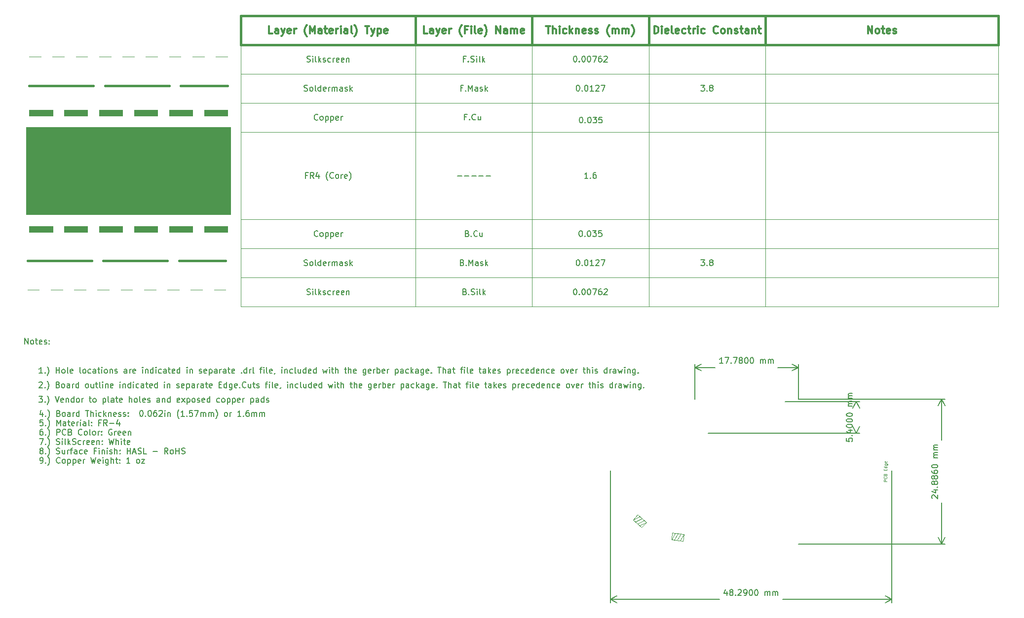
<source format=gbr>
G04 #@! TF.GenerationSoftware,KiCad,Pcbnew,(6.0.0)*
G04 #@! TF.CreationDate,2022-02-21T14:52:46-06:00*
G04 #@! TF.ProjectId,temp sensor,74656d70-2073-4656-9e73-6f722e6b6963,0.3*
G04 #@! TF.SameCoordinates,Original*
G04 #@! TF.FileFunction,OtherDrawing,Comment*
%FSLAX45Y45*%
G04 Gerber Fmt 4.5, Leading zero omitted, Abs format (unit mm)*
G04 Created by KiCad (PCBNEW (6.0.0)) date 2022-02-21 14:52:46*
%MOMM*%
%LPD*%
G01*
G04 APERTURE LIST*
%ADD10C,0.150000*%
%ADD11C,0.300000*%
%ADD12C,0.080000*%
%ADD13C,0.100000*%
%ADD14C,0.200000*%
%ADD15C,0.120000*%
%ADD16C,0.400000*%
G04 APERTURE END LIST*
D10*
X1954417Y-8250071D02*
X1954417Y-8316738D01*
X1930607Y-8211976D02*
X1906798Y-8283405D01*
X1968702Y-8283405D01*
X2006798Y-8307214D02*
X2011559Y-8311976D01*
X2006798Y-8316738D01*
X2002036Y-8311976D01*
X2006798Y-8307214D01*
X2006798Y-8316738D01*
X2044893Y-8354833D02*
X2049655Y-8350071D01*
X2059178Y-8335786D01*
X2063940Y-8326262D01*
X2068702Y-8311976D01*
X2073464Y-8288167D01*
X2073464Y-8269119D01*
X2068702Y-8245309D01*
X2063940Y-8231024D01*
X2059178Y-8221500D01*
X2049655Y-8207214D01*
X2044893Y-8202452D01*
X2230607Y-8264357D02*
X2244893Y-8269119D01*
X2249655Y-8273881D01*
X2254417Y-8283405D01*
X2254417Y-8297690D01*
X2249655Y-8307214D01*
X2244893Y-8311976D01*
X2235369Y-8316738D01*
X2197274Y-8316738D01*
X2197274Y-8216738D01*
X2230607Y-8216738D01*
X2240131Y-8221500D01*
X2244893Y-8226262D01*
X2249655Y-8235786D01*
X2249655Y-8245309D01*
X2244893Y-8254833D01*
X2240131Y-8259595D01*
X2230607Y-8264357D01*
X2197274Y-8264357D01*
X2311560Y-8316738D02*
X2302036Y-8311976D01*
X2297274Y-8307214D01*
X2292512Y-8297690D01*
X2292512Y-8269119D01*
X2297274Y-8259595D01*
X2302036Y-8254833D01*
X2311560Y-8250071D01*
X2325845Y-8250071D01*
X2335369Y-8254833D01*
X2340131Y-8259595D01*
X2344893Y-8269119D01*
X2344893Y-8297690D01*
X2340131Y-8307214D01*
X2335369Y-8311976D01*
X2325845Y-8316738D01*
X2311560Y-8316738D01*
X2430607Y-8316738D02*
X2430607Y-8264357D01*
X2425845Y-8254833D01*
X2416321Y-8250071D01*
X2397274Y-8250071D01*
X2387750Y-8254833D01*
X2430607Y-8311976D02*
X2421083Y-8316738D01*
X2397274Y-8316738D01*
X2387750Y-8311976D01*
X2382988Y-8302452D01*
X2382988Y-8292928D01*
X2387750Y-8283405D01*
X2397274Y-8278643D01*
X2421083Y-8278643D01*
X2430607Y-8273881D01*
X2478226Y-8316738D02*
X2478226Y-8250071D01*
X2478226Y-8269119D02*
X2482988Y-8259595D01*
X2487750Y-8254833D01*
X2497274Y-8250071D01*
X2506798Y-8250071D01*
X2582988Y-8316738D02*
X2582988Y-8216738D01*
X2582988Y-8311976D02*
X2573464Y-8316738D01*
X2554417Y-8316738D01*
X2544893Y-8311976D01*
X2540131Y-8307214D01*
X2535369Y-8297690D01*
X2535369Y-8269119D01*
X2540131Y-8259595D01*
X2544893Y-8254833D01*
X2554417Y-8250071D01*
X2573464Y-8250071D01*
X2582988Y-8254833D01*
X2692512Y-8216738D02*
X2749655Y-8216738D01*
X2721083Y-8316738D02*
X2721083Y-8216738D01*
X2782988Y-8316738D02*
X2782988Y-8216738D01*
X2825845Y-8316738D02*
X2825845Y-8264357D01*
X2821083Y-8254833D01*
X2811559Y-8250071D01*
X2797274Y-8250071D01*
X2787750Y-8254833D01*
X2782988Y-8259595D01*
X2873464Y-8316738D02*
X2873464Y-8250071D01*
X2873464Y-8216738D02*
X2868702Y-8221500D01*
X2873464Y-8226262D01*
X2878226Y-8221500D01*
X2873464Y-8216738D01*
X2873464Y-8226262D01*
X2963940Y-8311976D02*
X2954417Y-8316738D01*
X2935369Y-8316738D01*
X2925845Y-8311976D01*
X2921083Y-8307214D01*
X2916321Y-8297690D01*
X2916321Y-8269119D01*
X2921083Y-8259595D01*
X2925845Y-8254833D01*
X2935369Y-8250071D01*
X2954417Y-8250071D01*
X2963940Y-8254833D01*
X3006798Y-8316738D02*
X3006798Y-8216738D01*
X3016321Y-8278643D02*
X3044893Y-8316738D01*
X3044893Y-8250071D02*
X3006798Y-8288167D01*
X3087750Y-8250071D02*
X3087750Y-8316738D01*
X3087750Y-8259595D02*
X3092512Y-8254833D01*
X3102036Y-8250071D01*
X3116321Y-8250071D01*
X3125845Y-8254833D01*
X3130607Y-8264357D01*
X3130607Y-8316738D01*
X3216321Y-8311976D02*
X3206798Y-8316738D01*
X3187750Y-8316738D01*
X3178226Y-8311976D01*
X3173464Y-8302452D01*
X3173464Y-8264357D01*
X3178226Y-8254833D01*
X3187750Y-8250071D01*
X3206798Y-8250071D01*
X3216321Y-8254833D01*
X3221083Y-8264357D01*
X3221083Y-8273881D01*
X3173464Y-8283405D01*
X3259178Y-8311976D02*
X3268702Y-8316738D01*
X3287750Y-8316738D01*
X3297274Y-8311976D01*
X3302036Y-8302452D01*
X3302036Y-8297690D01*
X3297274Y-8288167D01*
X3287750Y-8283405D01*
X3273464Y-8283405D01*
X3263940Y-8278643D01*
X3259178Y-8269119D01*
X3259178Y-8264357D01*
X3263940Y-8254833D01*
X3273464Y-8250071D01*
X3287750Y-8250071D01*
X3297274Y-8254833D01*
X3340131Y-8311976D02*
X3349655Y-8316738D01*
X3368702Y-8316738D01*
X3378226Y-8311976D01*
X3382988Y-8302452D01*
X3382988Y-8297690D01*
X3378226Y-8288167D01*
X3368702Y-8283405D01*
X3354417Y-8283405D01*
X3344893Y-8278643D01*
X3340131Y-8269119D01*
X3340131Y-8264357D01*
X3344893Y-8254833D01*
X3354417Y-8250071D01*
X3368702Y-8250071D01*
X3378226Y-8254833D01*
X3425845Y-8307214D02*
X3430607Y-8311976D01*
X3425845Y-8316738D01*
X3421083Y-8311976D01*
X3425845Y-8307214D01*
X3425845Y-8316738D01*
X3425845Y-8254833D02*
X3430607Y-8259595D01*
X3425845Y-8264357D01*
X3421083Y-8259595D01*
X3425845Y-8254833D01*
X3425845Y-8264357D01*
X3644893Y-8216738D02*
X3654417Y-8216738D01*
X3663940Y-8221500D01*
X3668702Y-8226262D01*
X3673464Y-8235786D01*
X3678226Y-8254833D01*
X3678226Y-8278643D01*
X3673464Y-8297690D01*
X3668702Y-8307214D01*
X3663940Y-8311976D01*
X3654417Y-8316738D01*
X3644893Y-8316738D01*
X3635369Y-8311976D01*
X3630607Y-8307214D01*
X3625845Y-8297690D01*
X3621083Y-8278643D01*
X3621083Y-8254833D01*
X3625845Y-8235786D01*
X3630607Y-8226262D01*
X3635369Y-8221500D01*
X3644893Y-8216738D01*
X3721083Y-8307214D02*
X3725845Y-8311976D01*
X3721083Y-8316738D01*
X3716321Y-8311976D01*
X3721083Y-8307214D01*
X3721083Y-8316738D01*
X3787750Y-8216738D02*
X3797274Y-8216738D01*
X3806798Y-8221500D01*
X3811559Y-8226262D01*
X3816321Y-8235786D01*
X3821083Y-8254833D01*
X3821083Y-8278643D01*
X3816321Y-8297690D01*
X3811559Y-8307214D01*
X3806798Y-8311976D01*
X3797274Y-8316738D01*
X3787750Y-8316738D01*
X3778226Y-8311976D01*
X3773464Y-8307214D01*
X3768702Y-8297690D01*
X3763940Y-8278643D01*
X3763940Y-8254833D01*
X3768702Y-8235786D01*
X3773464Y-8226262D01*
X3778226Y-8221500D01*
X3787750Y-8216738D01*
X3906798Y-8216738D02*
X3887750Y-8216738D01*
X3878226Y-8221500D01*
X3873464Y-8226262D01*
X3863940Y-8240548D01*
X3859178Y-8259595D01*
X3859178Y-8297690D01*
X3863940Y-8307214D01*
X3868702Y-8311976D01*
X3878226Y-8316738D01*
X3897274Y-8316738D01*
X3906798Y-8311976D01*
X3911559Y-8307214D01*
X3916321Y-8297690D01*
X3916321Y-8273881D01*
X3911559Y-8264357D01*
X3906798Y-8259595D01*
X3897274Y-8254833D01*
X3878226Y-8254833D01*
X3868702Y-8259595D01*
X3863940Y-8264357D01*
X3859178Y-8273881D01*
X3954417Y-8226262D02*
X3959178Y-8221500D01*
X3968702Y-8216738D01*
X3992512Y-8216738D01*
X4002036Y-8221500D01*
X4006798Y-8226262D01*
X4011559Y-8235786D01*
X4011559Y-8245309D01*
X4006798Y-8259595D01*
X3949655Y-8316738D01*
X4011559Y-8316738D01*
X4054417Y-8316738D02*
X4054417Y-8250071D01*
X4054417Y-8216738D02*
X4049655Y-8221500D01*
X4054417Y-8226262D01*
X4059178Y-8221500D01*
X4054417Y-8216738D01*
X4054417Y-8226262D01*
X4102036Y-8250071D02*
X4102036Y-8316738D01*
X4102036Y-8259595D02*
X4106798Y-8254833D01*
X4116321Y-8250071D01*
X4130607Y-8250071D01*
X4140131Y-8254833D01*
X4144893Y-8264357D01*
X4144893Y-8316738D01*
X4297274Y-8354833D02*
X4292512Y-8350071D01*
X4282988Y-8335786D01*
X4278226Y-8326262D01*
X4273464Y-8311976D01*
X4268702Y-8288167D01*
X4268702Y-8269119D01*
X4273464Y-8245309D01*
X4278226Y-8231024D01*
X4282988Y-8221500D01*
X4292512Y-8207214D01*
X4297274Y-8202452D01*
X4387750Y-8316738D02*
X4330607Y-8316738D01*
X4359179Y-8316738D02*
X4359179Y-8216738D01*
X4349655Y-8231024D01*
X4340131Y-8240548D01*
X4330607Y-8245309D01*
X4430607Y-8307214D02*
X4435369Y-8311976D01*
X4430607Y-8316738D01*
X4425845Y-8311976D01*
X4430607Y-8307214D01*
X4430607Y-8316738D01*
X4525845Y-8216738D02*
X4478226Y-8216738D01*
X4473464Y-8264357D01*
X4478226Y-8259595D01*
X4487750Y-8254833D01*
X4511560Y-8254833D01*
X4521083Y-8259595D01*
X4525845Y-8264357D01*
X4530607Y-8273881D01*
X4530607Y-8297690D01*
X4525845Y-8307214D01*
X4521083Y-8311976D01*
X4511560Y-8316738D01*
X4487750Y-8316738D01*
X4478226Y-8311976D01*
X4473464Y-8307214D01*
X4563940Y-8216738D02*
X4630607Y-8216738D01*
X4587750Y-8316738D01*
X4668702Y-8316738D02*
X4668702Y-8250071D01*
X4668702Y-8259595D02*
X4673464Y-8254833D01*
X4682988Y-8250071D01*
X4697274Y-8250071D01*
X4706798Y-8254833D01*
X4711560Y-8264357D01*
X4711560Y-8316738D01*
X4711560Y-8264357D02*
X4716321Y-8254833D01*
X4725845Y-8250071D01*
X4740131Y-8250071D01*
X4749655Y-8254833D01*
X4754417Y-8264357D01*
X4754417Y-8316738D01*
X4802036Y-8316738D02*
X4802036Y-8250071D01*
X4802036Y-8259595D02*
X4806798Y-8254833D01*
X4816321Y-8250071D01*
X4830607Y-8250071D01*
X4840131Y-8254833D01*
X4844893Y-8264357D01*
X4844893Y-8316738D01*
X4844893Y-8264357D02*
X4849655Y-8254833D01*
X4859179Y-8250071D01*
X4873464Y-8250071D01*
X4882988Y-8254833D01*
X4887750Y-8264357D01*
X4887750Y-8316738D01*
X4925845Y-8354833D02*
X4930607Y-8350071D01*
X4940131Y-8335786D01*
X4944893Y-8326262D01*
X4949655Y-8311976D01*
X4954417Y-8288167D01*
X4954417Y-8269119D01*
X4949655Y-8245309D01*
X4944893Y-8231024D01*
X4940131Y-8221500D01*
X4930607Y-8207214D01*
X4925845Y-8202452D01*
X5092512Y-8316738D02*
X5082988Y-8311976D01*
X5078226Y-8307214D01*
X5073464Y-8297690D01*
X5073464Y-8269119D01*
X5078226Y-8259595D01*
X5082988Y-8254833D01*
X5092512Y-8250071D01*
X5106798Y-8250071D01*
X5116321Y-8254833D01*
X5121083Y-8259595D01*
X5125845Y-8269119D01*
X5125845Y-8297690D01*
X5121083Y-8307214D01*
X5116321Y-8311976D01*
X5106798Y-8316738D01*
X5092512Y-8316738D01*
X5168702Y-8316738D02*
X5168702Y-8250071D01*
X5168702Y-8269119D02*
X5173464Y-8259595D01*
X5178226Y-8254833D01*
X5187750Y-8250071D01*
X5197274Y-8250071D01*
X5359179Y-8316738D02*
X5302036Y-8316738D01*
X5330607Y-8316738D02*
X5330607Y-8216738D01*
X5321083Y-8231024D01*
X5311560Y-8240548D01*
X5302036Y-8245309D01*
X5402036Y-8307214D02*
X5406798Y-8311976D01*
X5402036Y-8316738D01*
X5397274Y-8311976D01*
X5402036Y-8307214D01*
X5402036Y-8316738D01*
X5492512Y-8216738D02*
X5473464Y-8216738D01*
X5463940Y-8221500D01*
X5459179Y-8226262D01*
X5449655Y-8240548D01*
X5444893Y-8259595D01*
X5444893Y-8297690D01*
X5449655Y-8307214D01*
X5454417Y-8311976D01*
X5463940Y-8316738D01*
X5482988Y-8316738D01*
X5492512Y-8311976D01*
X5497274Y-8307214D01*
X5502036Y-8297690D01*
X5502036Y-8273881D01*
X5497274Y-8264357D01*
X5492512Y-8259595D01*
X5482988Y-8254833D01*
X5463940Y-8254833D01*
X5454417Y-8259595D01*
X5449655Y-8264357D01*
X5444893Y-8273881D01*
X5544893Y-8316738D02*
X5544893Y-8250071D01*
X5544893Y-8259595D02*
X5549655Y-8254833D01*
X5559179Y-8250071D01*
X5573464Y-8250071D01*
X5582988Y-8254833D01*
X5587750Y-8264357D01*
X5587750Y-8316738D01*
X5587750Y-8264357D02*
X5592512Y-8254833D01*
X5602036Y-8250071D01*
X5616321Y-8250071D01*
X5625845Y-8254833D01*
X5630607Y-8264357D01*
X5630607Y-8316738D01*
X5678226Y-8316738D02*
X5678226Y-8250071D01*
X5678226Y-8259595D02*
X5682988Y-8254833D01*
X5692512Y-8250071D01*
X5706798Y-8250071D01*
X5716321Y-8254833D01*
X5721083Y-8264357D01*
X5721083Y-8316738D01*
X5721083Y-8264357D02*
X5725845Y-8254833D01*
X5735369Y-8250071D01*
X5749655Y-8250071D01*
X5759178Y-8254833D01*
X5763940Y-8264357D01*
X5763940Y-8316738D01*
X1959178Y-8377738D02*
X1911559Y-8377738D01*
X1906798Y-8425357D01*
X1911559Y-8420595D01*
X1921083Y-8415833D01*
X1944893Y-8415833D01*
X1954417Y-8420595D01*
X1959178Y-8425357D01*
X1963940Y-8434881D01*
X1963940Y-8458690D01*
X1959178Y-8468214D01*
X1954417Y-8472976D01*
X1944893Y-8477738D01*
X1921083Y-8477738D01*
X1911559Y-8472976D01*
X1906798Y-8468214D01*
X2006798Y-8468214D02*
X2011559Y-8472976D01*
X2006798Y-8477738D01*
X2002036Y-8472976D01*
X2006798Y-8468214D01*
X2006798Y-8477738D01*
X2044893Y-8515833D02*
X2049655Y-8511071D01*
X2059178Y-8496786D01*
X2063940Y-8487262D01*
X2068702Y-8472976D01*
X2073464Y-8449167D01*
X2073464Y-8430119D01*
X2068702Y-8406310D01*
X2063940Y-8392024D01*
X2059178Y-8382500D01*
X2049655Y-8368214D01*
X2044893Y-8363452D01*
X2197274Y-8477738D02*
X2197274Y-8377738D01*
X2230607Y-8449167D01*
X2263940Y-8377738D01*
X2263940Y-8477738D01*
X2354417Y-8477738D02*
X2354417Y-8425357D01*
X2349655Y-8415833D01*
X2340131Y-8411071D01*
X2321083Y-8411071D01*
X2311560Y-8415833D01*
X2354417Y-8472976D02*
X2344893Y-8477738D01*
X2321083Y-8477738D01*
X2311560Y-8472976D01*
X2306798Y-8463452D01*
X2306798Y-8453929D01*
X2311560Y-8444405D01*
X2321083Y-8439643D01*
X2344893Y-8439643D01*
X2354417Y-8434881D01*
X2387750Y-8411071D02*
X2425845Y-8411071D01*
X2402036Y-8377738D02*
X2402036Y-8463452D01*
X2406798Y-8472976D01*
X2416321Y-8477738D01*
X2425845Y-8477738D01*
X2497274Y-8472976D02*
X2487750Y-8477738D01*
X2468702Y-8477738D01*
X2459179Y-8472976D01*
X2454417Y-8463452D01*
X2454417Y-8425357D01*
X2459179Y-8415833D01*
X2468702Y-8411071D01*
X2487750Y-8411071D01*
X2497274Y-8415833D01*
X2502036Y-8425357D01*
X2502036Y-8434881D01*
X2454417Y-8444405D01*
X2544893Y-8477738D02*
X2544893Y-8411071D01*
X2544893Y-8430119D02*
X2549655Y-8420595D01*
X2554417Y-8415833D01*
X2563940Y-8411071D01*
X2573464Y-8411071D01*
X2606798Y-8477738D02*
X2606798Y-8411071D01*
X2606798Y-8377738D02*
X2602036Y-8382500D01*
X2606798Y-8387262D01*
X2611560Y-8382500D01*
X2606798Y-8377738D01*
X2606798Y-8387262D01*
X2697274Y-8477738D02*
X2697274Y-8425357D01*
X2692512Y-8415833D01*
X2682988Y-8411071D01*
X2663940Y-8411071D01*
X2654417Y-8415833D01*
X2697274Y-8472976D02*
X2687750Y-8477738D01*
X2663940Y-8477738D01*
X2654417Y-8472976D01*
X2649655Y-8463452D01*
X2649655Y-8453929D01*
X2654417Y-8444405D01*
X2663940Y-8439643D01*
X2687750Y-8439643D01*
X2697274Y-8434881D01*
X2759179Y-8477738D02*
X2749655Y-8472976D01*
X2744893Y-8463452D01*
X2744893Y-8377738D01*
X2797274Y-8468214D02*
X2802036Y-8472976D01*
X2797274Y-8477738D01*
X2792512Y-8472976D01*
X2797274Y-8468214D01*
X2797274Y-8477738D01*
X2797274Y-8415833D02*
X2802036Y-8420595D01*
X2797274Y-8425357D01*
X2792512Y-8420595D01*
X2797274Y-8415833D01*
X2797274Y-8425357D01*
X2954417Y-8425357D02*
X2921083Y-8425357D01*
X2921083Y-8477738D02*
X2921083Y-8377738D01*
X2968702Y-8377738D01*
X3063940Y-8477738D02*
X3030607Y-8430119D01*
X3006798Y-8477738D02*
X3006798Y-8377738D01*
X3044893Y-8377738D01*
X3054417Y-8382500D01*
X3059178Y-8387262D01*
X3063940Y-8396786D01*
X3063940Y-8411071D01*
X3059178Y-8420595D01*
X3054417Y-8425357D01*
X3044893Y-8430119D01*
X3006798Y-8430119D01*
X3106798Y-8439643D02*
X3182988Y-8439643D01*
X3273464Y-8411071D02*
X3273464Y-8477738D01*
X3249655Y-8372976D02*
X3225845Y-8444405D01*
X3287750Y-8444405D01*
X1954417Y-8538738D02*
X1935369Y-8538738D01*
X1925845Y-8543500D01*
X1921083Y-8548262D01*
X1911559Y-8562548D01*
X1906798Y-8581595D01*
X1906798Y-8619690D01*
X1911559Y-8629214D01*
X1916321Y-8633976D01*
X1925845Y-8638738D01*
X1944893Y-8638738D01*
X1954417Y-8633976D01*
X1959178Y-8629214D01*
X1963940Y-8619690D01*
X1963940Y-8595881D01*
X1959178Y-8586357D01*
X1954417Y-8581595D01*
X1944893Y-8576833D01*
X1925845Y-8576833D01*
X1916321Y-8581595D01*
X1911559Y-8586357D01*
X1906798Y-8595881D01*
X2006798Y-8629214D02*
X2011559Y-8633976D01*
X2006798Y-8638738D01*
X2002036Y-8633976D01*
X2006798Y-8629214D01*
X2006798Y-8638738D01*
X2044893Y-8676833D02*
X2049655Y-8672071D01*
X2059178Y-8657786D01*
X2063940Y-8648262D01*
X2068702Y-8633976D01*
X2073464Y-8610167D01*
X2073464Y-8591119D01*
X2068702Y-8567310D01*
X2063940Y-8553024D01*
X2059178Y-8543500D01*
X2049655Y-8529214D01*
X2044893Y-8524452D01*
X2197274Y-8638738D02*
X2197274Y-8538738D01*
X2235369Y-8538738D01*
X2244893Y-8543500D01*
X2249655Y-8548262D01*
X2254417Y-8557786D01*
X2254417Y-8572071D01*
X2249655Y-8581595D01*
X2244893Y-8586357D01*
X2235369Y-8591119D01*
X2197274Y-8591119D01*
X2354417Y-8629214D02*
X2349655Y-8633976D01*
X2335369Y-8638738D01*
X2325845Y-8638738D01*
X2311560Y-8633976D01*
X2302036Y-8624452D01*
X2297274Y-8614929D01*
X2292512Y-8595881D01*
X2292512Y-8581595D01*
X2297274Y-8562548D01*
X2302036Y-8553024D01*
X2311560Y-8543500D01*
X2325845Y-8538738D01*
X2335369Y-8538738D01*
X2349655Y-8543500D01*
X2354417Y-8548262D01*
X2430607Y-8586357D02*
X2444893Y-8591119D01*
X2449655Y-8595881D01*
X2454417Y-8605405D01*
X2454417Y-8619690D01*
X2449655Y-8629214D01*
X2444893Y-8633976D01*
X2435369Y-8638738D01*
X2397274Y-8638738D01*
X2397274Y-8538738D01*
X2430607Y-8538738D01*
X2440131Y-8543500D01*
X2444893Y-8548262D01*
X2449655Y-8557786D01*
X2449655Y-8567310D01*
X2444893Y-8576833D01*
X2440131Y-8581595D01*
X2430607Y-8586357D01*
X2397274Y-8586357D01*
X2630607Y-8629214D02*
X2625845Y-8633976D01*
X2611560Y-8638738D01*
X2602036Y-8638738D01*
X2587750Y-8633976D01*
X2578226Y-8624452D01*
X2573464Y-8614929D01*
X2568702Y-8595881D01*
X2568702Y-8581595D01*
X2573464Y-8562548D01*
X2578226Y-8553024D01*
X2587750Y-8543500D01*
X2602036Y-8538738D01*
X2611560Y-8538738D01*
X2625845Y-8543500D01*
X2630607Y-8548262D01*
X2687750Y-8638738D02*
X2678226Y-8633976D01*
X2673464Y-8629214D01*
X2668702Y-8619690D01*
X2668702Y-8591119D01*
X2673464Y-8581595D01*
X2678226Y-8576833D01*
X2687750Y-8572071D01*
X2702036Y-8572071D01*
X2711560Y-8576833D01*
X2716321Y-8581595D01*
X2721083Y-8591119D01*
X2721083Y-8619690D01*
X2716321Y-8629214D01*
X2711560Y-8633976D01*
X2702036Y-8638738D01*
X2687750Y-8638738D01*
X2778226Y-8638738D02*
X2768702Y-8633976D01*
X2763940Y-8624452D01*
X2763940Y-8538738D01*
X2830607Y-8638738D02*
X2821083Y-8633976D01*
X2816321Y-8629214D01*
X2811559Y-8619690D01*
X2811559Y-8591119D01*
X2816321Y-8581595D01*
X2821083Y-8576833D01*
X2830607Y-8572071D01*
X2844893Y-8572071D01*
X2854417Y-8576833D01*
X2859178Y-8581595D01*
X2863940Y-8591119D01*
X2863940Y-8619690D01*
X2859178Y-8629214D01*
X2854417Y-8633976D01*
X2844893Y-8638738D01*
X2830607Y-8638738D01*
X2906798Y-8638738D02*
X2906798Y-8572071D01*
X2906798Y-8591119D02*
X2911559Y-8581595D01*
X2916321Y-8576833D01*
X2925845Y-8572071D01*
X2935369Y-8572071D01*
X2968702Y-8629214D02*
X2973464Y-8633976D01*
X2968702Y-8638738D01*
X2963940Y-8633976D01*
X2968702Y-8629214D01*
X2968702Y-8638738D01*
X2968702Y-8576833D02*
X2973464Y-8581595D01*
X2968702Y-8586357D01*
X2963940Y-8581595D01*
X2968702Y-8576833D01*
X2968702Y-8586357D01*
X3144893Y-8543500D02*
X3135369Y-8538738D01*
X3121083Y-8538738D01*
X3106798Y-8543500D01*
X3097274Y-8553024D01*
X3092512Y-8562548D01*
X3087750Y-8581595D01*
X3087750Y-8595881D01*
X3092512Y-8614929D01*
X3097274Y-8624452D01*
X3106798Y-8633976D01*
X3121083Y-8638738D01*
X3130607Y-8638738D01*
X3144893Y-8633976D01*
X3149655Y-8629214D01*
X3149655Y-8595881D01*
X3130607Y-8595881D01*
X3192512Y-8638738D02*
X3192512Y-8572071D01*
X3192512Y-8591119D02*
X3197274Y-8581595D01*
X3202036Y-8576833D01*
X3211559Y-8572071D01*
X3221083Y-8572071D01*
X3292512Y-8633976D02*
X3282988Y-8638738D01*
X3263940Y-8638738D01*
X3254417Y-8633976D01*
X3249655Y-8624452D01*
X3249655Y-8586357D01*
X3254417Y-8576833D01*
X3263940Y-8572071D01*
X3282988Y-8572071D01*
X3292512Y-8576833D01*
X3297274Y-8586357D01*
X3297274Y-8595881D01*
X3249655Y-8605405D01*
X3378226Y-8633976D02*
X3368702Y-8638738D01*
X3349655Y-8638738D01*
X3340131Y-8633976D01*
X3335369Y-8624452D01*
X3335369Y-8586357D01*
X3340131Y-8576833D01*
X3349655Y-8572071D01*
X3368702Y-8572071D01*
X3378226Y-8576833D01*
X3382988Y-8586357D01*
X3382988Y-8595881D01*
X3335369Y-8605405D01*
X3425845Y-8572071D02*
X3425845Y-8638738D01*
X3425845Y-8581595D02*
X3430607Y-8576833D01*
X3440131Y-8572071D01*
X3454417Y-8572071D01*
X3463940Y-8576833D01*
X3468702Y-8586357D01*
X3468702Y-8638738D01*
X1902036Y-8699738D02*
X1968702Y-8699738D01*
X1925845Y-8799738D01*
X2006798Y-8790214D02*
X2011559Y-8794976D01*
X2006798Y-8799738D01*
X2002036Y-8794976D01*
X2006798Y-8790214D01*
X2006798Y-8799738D01*
X2044893Y-8837833D02*
X2049655Y-8833071D01*
X2059178Y-8818786D01*
X2063940Y-8809262D01*
X2068702Y-8794976D01*
X2073464Y-8771167D01*
X2073464Y-8752119D01*
X2068702Y-8728310D01*
X2063940Y-8714024D01*
X2059178Y-8704500D01*
X2049655Y-8690214D01*
X2044893Y-8685452D01*
X2192512Y-8794976D02*
X2206798Y-8799738D01*
X2230607Y-8799738D01*
X2240131Y-8794976D01*
X2244893Y-8790214D01*
X2249655Y-8780690D01*
X2249655Y-8771167D01*
X2244893Y-8761643D01*
X2240131Y-8756881D01*
X2230607Y-8752119D01*
X2211560Y-8747357D01*
X2202036Y-8742595D01*
X2197274Y-8737833D01*
X2192512Y-8728310D01*
X2192512Y-8718786D01*
X2197274Y-8709262D01*
X2202036Y-8704500D01*
X2211560Y-8699738D01*
X2235369Y-8699738D01*
X2249655Y-8704500D01*
X2292512Y-8799738D02*
X2292512Y-8733071D01*
X2292512Y-8699738D02*
X2287750Y-8704500D01*
X2292512Y-8709262D01*
X2297274Y-8704500D01*
X2292512Y-8699738D01*
X2292512Y-8709262D01*
X2354417Y-8799738D02*
X2344893Y-8794976D01*
X2340131Y-8785452D01*
X2340131Y-8699738D01*
X2392512Y-8799738D02*
X2392512Y-8699738D01*
X2402036Y-8761643D02*
X2430607Y-8799738D01*
X2430607Y-8733071D02*
X2392512Y-8771167D01*
X2468702Y-8794976D02*
X2482988Y-8799738D01*
X2506798Y-8799738D01*
X2516321Y-8794976D01*
X2521083Y-8790214D01*
X2525845Y-8780690D01*
X2525845Y-8771167D01*
X2521083Y-8761643D01*
X2516321Y-8756881D01*
X2506798Y-8752119D01*
X2487750Y-8747357D01*
X2478226Y-8742595D01*
X2473464Y-8737833D01*
X2468702Y-8728310D01*
X2468702Y-8718786D01*
X2473464Y-8709262D01*
X2478226Y-8704500D01*
X2487750Y-8699738D01*
X2511560Y-8699738D01*
X2525845Y-8704500D01*
X2611560Y-8794976D02*
X2602036Y-8799738D01*
X2582988Y-8799738D01*
X2573464Y-8794976D01*
X2568702Y-8790214D01*
X2563940Y-8780690D01*
X2563940Y-8752119D01*
X2568702Y-8742595D01*
X2573464Y-8737833D01*
X2582988Y-8733071D01*
X2602036Y-8733071D01*
X2611560Y-8737833D01*
X2654417Y-8799738D02*
X2654417Y-8733071D01*
X2654417Y-8752119D02*
X2659179Y-8742595D01*
X2663940Y-8737833D01*
X2673464Y-8733071D01*
X2682988Y-8733071D01*
X2754417Y-8794976D02*
X2744893Y-8799738D01*
X2725845Y-8799738D01*
X2716321Y-8794976D01*
X2711560Y-8785452D01*
X2711560Y-8747357D01*
X2716321Y-8737833D01*
X2725845Y-8733071D01*
X2744893Y-8733071D01*
X2754417Y-8737833D01*
X2759179Y-8747357D01*
X2759179Y-8756881D01*
X2711560Y-8766405D01*
X2840131Y-8794976D02*
X2830607Y-8799738D01*
X2811559Y-8799738D01*
X2802036Y-8794976D01*
X2797274Y-8785452D01*
X2797274Y-8747357D01*
X2802036Y-8737833D01*
X2811559Y-8733071D01*
X2830607Y-8733071D01*
X2840131Y-8737833D01*
X2844893Y-8747357D01*
X2844893Y-8756881D01*
X2797274Y-8766405D01*
X2887750Y-8733071D02*
X2887750Y-8799738D01*
X2887750Y-8742595D02*
X2892512Y-8737833D01*
X2902036Y-8733071D01*
X2916321Y-8733071D01*
X2925845Y-8737833D01*
X2930607Y-8747357D01*
X2930607Y-8799738D01*
X2978226Y-8790214D02*
X2982988Y-8794976D01*
X2978226Y-8799738D01*
X2973464Y-8794976D01*
X2978226Y-8790214D01*
X2978226Y-8799738D01*
X2978226Y-8737833D02*
X2982988Y-8742595D01*
X2978226Y-8747357D01*
X2973464Y-8742595D01*
X2978226Y-8737833D01*
X2978226Y-8747357D01*
X3092512Y-8699738D02*
X3116321Y-8799738D01*
X3135369Y-8728310D01*
X3154417Y-8799738D01*
X3178226Y-8699738D01*
X3216321Y-8799738D02*
X3216321Y-8699738D01*
X3259178Y-8799738D02*
X3259178Y-8747357D01*
X3254417Y-8737833D01*
X3244893Y-8733071D01*
X3230607Y-8733071D01*
X3221083Y-8737833D01*
X3216321Y-8742595D01*
X3306798Y-8799738D02*
X3306798Y-8733071D01*
X3306798Y-8699738D02*
X3302036Y-8704500D01*
X3306798Y-8709262D01*
X3311559Y-8704500D01*
X3306798Y-8699738D01*
X3306798Y-8709262D01*
X3340131Y-8733071D02*
X3378226Y-8733071D01*
X3354417Y-8699738D02*
X3354417Y-8785452D01*
X3359178Y-8794976D01*
X3368702Y-8799738D01*
X3378226Y-8799738D01*
X3449655Y-8794976D02*
X3440131Y-8799738D01*
X3421083Y-8799738D01*
X3411559Y-8794976D01*
X3406798Y-8785452D01*
X3406798Y-8747357D01*
X3411559Y-8737833D01*
X3421083Y-8733071D01*
X3440131Y-8733071D01*
X3449655Y-8737833D01*
X3454417Y-8747357D01*
X3454417Y-8756881D01*
X3406798Y-8766405D01*
X1925845Y-8903595D02*
X1916321Y-8898833D01*
X1911559Y-8894071D01*
X1906798Y-8884548D01*
X1906798Y-8879786D01*
X1911559Y-8870262D01*
X1916321Y-8865500D01*
X1925845Y-8860738D01*
X1944893Y-8860738D01*
X1954417Y-8865500D01*
X1959178Y-8870262D01*
X1963940Y-8879786D01*
X1963940Y-8884548D01*
X1959178Y-8894071D01*
X1954417Y-8898833D01*
X1944893Y-8903595D01*
X1925845Y-8903595D01*
X1916321Y-8908357D01*
X1911559Y-8913119D01*
X1906798Y-8922643D01*
X1906798Y-8941690D01*
X1911559Y-8951214D01*
X1916321Y-8955976D01*
X1925845Y-8960738D01*
X1944893Y-8960738D01*
X1954417Y-8955976D01*
X1959178Y-8951214D01*
X1963940Y-8941690D01*
X1963940Y-8922643D01*
X1959178Y-8913119D01*
X1954417Y-8908357D01*
X1944893Y-8903595D01*
X2006798Y-8951214D02*
X2011559Y-8955976D01*
X2006798Y-8960738D01*
X2002036Y-8955976D01*
X2006798Y-8951214D01*
X2006798Y-8960738D01*
X2044893Y-8998833D02*
X2049655Y-8994071D01*
X2059178Y-8979786D01*
X2063940Y-8970262D01*
X2068702Y-8955976D01*
X2073464Y-8932167D01*
X2073464Y-8913119D01*
X2068702Y-8889310D01*
X2063940Y-8875024D01*
X2059178Y-8865500D01*
X2049655Y-8851214D01*
X2044893Y-8846452D01*
X2192512Y-8955976D02*
X2206798Y-8960738D01*
X2230607Y-8960738D01*
X2240131Y-8955976D01*
X2244893Y-8951214D01*
X2249655Y-8941690D01*
X2249655Y-8932167D01*
X2244893Y-8922643D01*
X2240131Y-8917881D01*
X2230607Y-8913119D01*
X2211560Y-8908357D01*
X2202036Y-8903595D01*
X2197274Y-8898833D01*
X2192512Y-8889310D01*
X2192512Y-8879786D01*
X2197274Y-8870262D01*
X2202036Y-8865500D01*
X2211560Y-8860738D01*
X2235369Y-8860738D01*
X2249655Y-8865500D01*
X2335369Y-8894071D02*
X2335369Y-8960738D01*
X2292512Y-8894071D02*
X2292512Y-8946452D01*
X2297274Y-8955976D01*
X2306798Y-8960738D01*
X2321083Y-8960738D01*
X2330607Y-8955976D01*
X2335369Y-8951214D01*
X2382988Y-8960738D02*
X2382988Y-8894071D01*
X2382988Y-8913119D02*
X2387750Y-8903595D01*
X2392512Y-8898833D01*
X2402036Y-8894071D01*
X2411560Y-8894071D01*
X2430607Y-8894071D02*
X2468702Y-8894071D01*
X2444893Y-8960738D02*
X2444893Y-8875024D01*
X2449655Y-8865500D01*
X2459179Y-8860738D01*
X2468702Y-8860738D01*
X2544893Y-8960738D02*
X2544893Y-8908357D01*
X2540131Y-8898833D01*
X2530607Y-8894071D01*
X2511560Y-8894071D01*
X2502036Y-8898833D01*
X2544893Y-8955976D02*
X2535369Y-8960738D01*
X2511560Y-8960738D01*
X2502036Y-8955976D01*
X2497274Y-8946452D01*
X2497274Y-8936929D01*
X2502036Y-8927405D01*
X2511560Y-8922643D01*
X2535369Y-8922643D01*
X2544893Y-8917881D01*
X2635369Y-8955976D02*
X2625845Y-8960738D01*
X2606798Y-8960738D01*
X2597274Y-8955976D01*
X2592512Y-8951214D01*
X2587750Y-8941690D01*
X2587750Y-8913119D01*
X2592512Y-8903595D01*
X2597274Y-8898833D01*
X2606798Y-8894071D01*
X2625845Y-8894071D01*
X2635369Y-8898833D01*
X2716321Y-8955976D02*
X2706798Y-8960738D01*
X2687750Y-8960738D01*
X2678226Y-8955976D01*
X2673464Y-8946452D01*
X2673464Y-8908357D01*
X2678226Y-8898833D01*
X2687750Y-8894071D01*
X2706798Y-8894071D01*
X2716321Y-8898833D01*
X2721083Y-8908357D01*
X2721083Y-8917881D01*
X2673464Y-8927405D01*
X2873464Y-8908357D02*
X2840131Y-8908357D01*
X2840131Y-8960738D02*
X2840131Y-8860738D01*
X2887750Y-8860738D01*
X2925845Y-8960738D02*
X2925845Y-8894071D01*
X2925845Y-8860738D02*
X2921083Y-8865500D01*
X2925845Y-8870262D01*
X2930607Y-8865500D01*
X2925845Y-8860738D01*
X2925845Y-8870262D01*
X2973464Y-8894071D02*
X2973464Y-8960738D01*
X2973464Y-8903595D02*
X2978226Y-8898833D01*
X2987750Y-8894071D01*
X3002036Y-8894071D01*
X3011559Y-8898833D01*
X3016321Y-8908357D01*
X3016321Y-8960738D01*
X3063940Y-8960738D02*
X3063940Y-8894071D01*
X3063940Y-8860738D02*
X3059178Y-8865500D01*
X3063940Y-8870262D01*
X3068702Y-8865500D01*
X3063940Y-8860738D01*
X3063940Y-8870262D01*
X3106798Y-8955976D02*
X3116321Y-8960738D01*
X3135369Y-8960738D01*
X3144893Y-8955976D01*
X3149655Y-8946452D01*
X3149655Y-8941690D01*
X3144893Y-8932167D01*
X3135369Y-8927405D01*
X3121083Y-8927405D01*
X3111559Y-8922643D01*
X3106798Y-8913119D01*
X3106798Y-8908357D01*
X3111559Y-8898833D01*
X3121083Y-8894071D01*
X3135369Y-8894071D01*
X3144893Y-8898833D01*
X3192512Y-8960738D02*
X3192512Y-8860738D01*
X3235369Y-8960738D02*
X3235369Y-8908357D01*
X3230607Y-8898833D01*
X3221083Y-8894071D01*
X3206798Y-8894071D01*
X3197274Y-8898833D01*
X3192512Y-8903595D01*
X3282988Y-8951214D02*
X3287750Y-8955976D01*
X3282988Y-8960738D01*
X3278226Y-8955976D01*
X3282988Y-8951214D01*
X3282988Y-8960738D01*
X3282988Y-8898833D02*
X3287750Y-8903595D01*
X3282988Y-8908357D01*
X3278226Y-8903595D01*
X3282988Y-8898833D01*
X3282988Y-8908357D01*
X3406798Y-8960738D02*
X3406798Y-8860738D01*
X3406798Y-8908357D02*
X3463940Y-8908357D01*
X3463940Y-8960738D02*
X3463940Y-8860738D01*
X3506798Y-8932167D02*
X3554417Y-8932167D01*
X3497274Y-8960738D02*
X3530607Y-8860738D01*
X3563940Y-8960738D01*
X3592512Y-8955976D02*
X3606798Y-8960738D01*
X3630607Y-8960738D01*
X3640131Y-8955976D01*
X3644893Y-8951214D01*
X3649655Y-8941690D01*
X3649655Y-8932167D01*
X3644893Y-8922643D01*
X3640131Y-8917881D01*
X3630607Y-8913119D01*
X3611559Y-8908357D01*
X3602036Y-8903595D01*
X3597274Y-8898833D01*
X3592512Y-8889310D01*
X3592512Y-8879786D01*
X3597274Y-8870262D01*
X3602036Y-8865500D01*
X3611559Y-8860738D01*
X3635369Y-8860738D01*
X3649655Y-8865500D01*
X3740131Y-8960738D02*
X3692512Y-8960738D01*
X3692512Y-8860738D01*
X3849655Y-8922643D02*
X3925845Y-8922643D01*
X4106798Y-8960738D02*
X4073464Y-8913119D01*
X4049655Y-8960738D02*
X4049655Y-8860738D01*
X4087750Y-8860738D01*
X4097274Y-8865500D01*
X4102036Y-8870262D01*
X4106798Y-8879786D01*
X4106798Y-8894071D01*
X4102036Y-8903595D01*
X4097274Y-8908357D01*
X4087750Y-8913119D01*
X4049655Y-8913119D01*
X4163940Y-8960738D02*
X4154417Y-8955976D01*
X4149655Y-8951214D01*
X4144893Y-8941690D01*
X4144893Y-8913119D01*
X4149655Y-8903595D01*
X4154417Y-8898833D01*
X4163940Y-8894071D01*
X4178226Y-8894071D01*
X4187750Y-8898833D01*
X4192512Y-8903595D01*
X4197274Y-8913119D01*
X4197274Y-8941690D01*
X4192512Y-8951214D01*
X4187750Y-8955976D01*
X4178226Y-8960738D01*
X4163940Y-8960738D01*
X4240131Y-8960738D02*
X4240131Y-8860738D01*
X4240131Y-8908357D02*
X4297274Y-8908357D01*
X4297274Y-8960738D02*
X4297274Y-8860738D01*
X4340131Y-8955976D02*
X4354417Y-8960738D01*
X4378226Y-8960738D01*
X4387750Y-8955976D01*
X4392512Y-8951214D01*
X4397274Y-8941690D01*
X4397274Y-8932167D01*
X4392512Y-8922643D01*
X4387750Y-8917881D01*
X4378226Y-8913119D01*
X4359179Y-8908357D01*
X4349655Y-8903595D01*
X4344893Y-8898833D01*
X4340131Y-8889310D01*
X4340131Y-8879786D01*
X4344893Y-8870262D01*
X4349655Y-8865500D01*
X4359179Y-8860738D01*
X4382988Y-8860738D01*
X4397274Y-8865500D01*
X1916321Y-9121738D02*
X1935369Y-9121738D01*
X1944893Y-9116976D01*
X1949655Y-9112214D01*
X1959178Y-9097929D01*
X1963940Y-9078881D01*
X1963940Y-9040786D01*
X1959178Y-9031262D01*
X1954417Y-9026500D01*
X1944893Y-9021738D01*
X1925845Y-9021738D01*
X1916321Y-9026500D01*
X1911559Y-9031262D01*
X1906798Y-9040786D01*
X1906798Y-9064595D01*
X1911559Y-9074119D01*
X1916321Y-9078881D01*
X1925845Y-9083643D01*
X1944893Y-9083643D01*
X1954417Y-9078881D01*
X1959178Y-9074119D01*
X1963940Y-9064595D01*
X2006798Y-9112214D02*
X2011559Y-9116976D01*
X2006798Y-9121738D01*
X2002036Y-9116976D01*
X2006798Y-9112214D01*
X2006798Y-9121738D01*
X2044893Y-9159833D02*
X2049655Y-9155071D01*
X2059178Y-9140786D01*
X2063940Y-9131262D01*
X2068702Y-9116976D01*
X2073464Y-9093167D01*
X2073464Y-9074119D01*
X2068702Y-9050310D01*
X2063940Y-9036024D01*
X2059178Y-9026500D01*
X2049655Y-9012214D01*
X2044893Y-9007452D01*
X2254417Y-9112214D02*
X2249655Y-9116976D01*
X2235369Y-9121738D01*
X2225845Y-9121738D01*
X2211560Y-9116976D01*
X2202036Y-9107452D01*
X2197274Y-9097929D01*
X2192512Y-9078881D01*
X2192512Y-9064595D01*
X2197274Y-9045548D01*
X2202036Y-9036024D01*
X2211560Y-9026500D01*
X2225845Y-9021738D01*
X2235369Y-9021738D01*
X2249655Y-9026500D01*
X2254417Y-9031262D01*
X2311560Y-9121738D02*
X2302036Y-9116976D01*
X2297274Y-9112214D01*
X2292512Y-9102690D01*
X2292512Y-9074119D01*
X2297274Y-9064595D01*
X2302036Y-9059833D01*
X2311560Y-9055071D01*
X2325845Y-9055071D01*
X2335369Y-9059833D01*
X2340131Y-9064595D01*
X2344893Y-9074119D01*
X2344893Y-9102690D01*
X2340131Y-9112214D01*
X2335369Y-9116976D01*
X2325845Y-9121738D01*
X2311560Y-9121738D01*
X2387750Y-9055071D02*
X2387750Y-9155071D01*
X2387750Y-9059833D02*
X2397274Y-9055071D01*
X2416321Y-9055071D01*
X2425845Y-9059833D01*
X2430607Y-9064595D01*
X2435369Y-9074119D01*
X2435369Y-9102690D01*
X2430607Y-9112214D01*
X2425845Y-9116976D01*
X2416321Y-9121738D01*
X2397274Y-9121738D01*
X2387750Y-9116976D01*
X2478226Y-9055071D02*
X2478226Y-9155071D01*
X2478226Y-9059833D02*
X2487750Y-9055071D01*
X2506798Y-9055071D01*
X2516321Y-9059833D01*
X2521083Y-9064595D01*
X2525845Y-9074119D01*
X2525845Y-9102690D01*
X2521083Y-9112214D01*
X2516321Y-9116976D01*
X2506798Y-9121738D01*
X2487750Y-9121738D01*
X2478226Y-9116976D01*
X2606798Y-9116976D02*
X2597274Y-9121738D01*
X2578226Y-9121738D01*
X2568702Y-9116976D01*
X2563940Y-9107452D01*
X2563940Y-9069357D01*
X2568702Y-9059833D01*
X2578226Y-9055071D01*
X2597274Y-9055071D01*
X2606798Y-9059833D01*
X2611560Y-9069357D01*
X2611560Y-9078881D01*
X2563940Y-9088405D01*
X2654417Y-9121738D02*
X2654417Y-9055071D01*
X2654417Y-9074119D02*
X2659179Y-9064595D01*
X2663940Y-9059833D01*
X2673464Y-9055071D01*
X2682988Y-9055071D01*
X2782988Y-9021738D02*
X2806798Y-9121738D01*
X2825845Y-9050310D01*
X2844893Y-9121738D01*
X2868702Y-9021738D01*
X2944893Y-9116976D02*
X2935369Y-9121738D01*
X2916321Y-9121738D01*
X2906798Y-9116976D01*
X2902036Y-9107452D01*
X2902036Y-9069357D01*
X2906798Y-9059833D01*
X2916321Y-9055071D01*
X2935369Y-9055071D01*
X2944893Y-9059833D01*
X2949655Y-9069357D01*
X2949655Y-9078881D01*
X2902036Y-9088405D01*
X2992512Y-9121738D02*
X2992512Y-9055071D01*
X2992512Y-9021738D02*
X2987750Y-9026500D01*
X2992512Y-9031262D01*
X2997274Y-9026500D01*
X2992512Y-9021738D01*
X2992512Y-9031262D01*
X3082988Y-9055071D02*
X3082988Y-9136024D01*
X3078226Y-9145548D01*
X3073464Y-9150310D01*
X3063940Y-9155071D01*
X3049655Y-9155071D01*
X3040131Y-9150310D01*
X3082988Y-9116976D02*
X3073464Y-9121738D01*
X3054417Y-9121738D01*
X3044893Y-9116976D01*
X3040131Y-9112214D01*
X3035369Y-9102690D01*
X3035369Y-9074119D01*
X3040131Y-9064595D01*
X3044893Y-9059833D01*
X3054417Y-9055071D01*
X3073464Y-9055071D01*
X3082988Y-9059833D01*
X3130607Y-9121738D02*
X3130607Y-9021738D01*
X3173464Y-9121738D02*
X3173464Y-9069357D01*
X3168702Y-9059833D01*
X3159178Y-9055071D01*
X3144893Y-9055071D01*
X3135369Y-9059833D01*
X3130607Y-9064595D01*
X3206798Y-9055071D02*
X3244893Y-9055071D01*
X3221083Y-9021738D02*
X3221083Y-9107452D01*
X3225845Y-9116976D01*
X3235369Y-9121738D01*
X3244893Y-9121738D01*
X3278226Y-9112214D02*
X3282988Y-9116976D01*
X3278226Y-9121738D01*
X3273464Y-9116976D01*
X3278226Y-9112214D01*
X3278226Y-9121738D01*
X3278226Y-9059833D02*
X3282988Y-9064595D01*
X3278226Y-9069357D01*
X3273464Y-9064595D01*
X3278226Y-9059833D01*
X3278226Y-9069357D01*
X3454417Y-9121738D02*
X3397274Y-9121738D01*
X3425845Y-9121738D02*
X3425845Y-9021738D01*
X3416321Y-9036024D01*
X3406798Y-9045548D01*
X3397274Y-9050310D01*
X3587750Y-9121738D02*
X3578226Y-9116976D01*
X3573464Y-9112214D01*
X3568702Y-9102690D01*
X3568702Y-9074119D01*
X3573464Y-9064595D01*
X3578226Y-9059833D01*
X3587750Y-9055071D01*
X3602036Y-9055071D01*
X3611559Y-9059833D01*
X3616321Y-9064595D01*
X3621083Y-9074119D01*
X3621083Y-9102690D01*
X3616321Y-9112214D01*
X3611559Y-9116976D01*
X3602036Y-9121738D01*
X3587750Y-9121738D01*
X3654417Y-9055071D02*
X3706798Y-9055071D01*
X3654417Y-9121738D01*
X3706798Y-9121738D01*
X13696214Y-11326571D02*
X13696214Y-11393238D01*
X13672405Y-11288476D02*
X13648595Y-11359905D01*
X13710500Y-11359905D01*
X13762881Y-11336095D02*
X13753357Y-11331333D01*
X13748595Y-11326571D01*
X13743833Y-11317048D01*
X13743833Y-11312286D01*
X13748595Y-11302762D01*
X13753357Y-11298000D01*
X13762881Y-11293238D01*
X13781928Y-11293238D01*
X13791452Y-11298000D01*
X13796214Y-11302762D01*
X13800976Y-11312286D01*
X13800976Y-11317048D01*
X13796214Y-11326571D01*
X13791452Y-11331333D01*
X13781928Y-11336095D01*
X13762881Y-11336095D01*
X13753357Y-11340857D01*
X13748595Y-11345619D01*
X13743833Y-11355143D01*
X13743833Y-11374190D01*
X13748595Y-11383714D01*
X13753357Y-11388476D01*
X13762881Y-11393238D01*
X13781928Y-11393238D01*
X13791452Y-11388476D01*
X13796214Y-11383714D01*
X13800976Y-11374190D01*
X13800976Y-11355143D01*
X13796214Y-11345619D01*
X13791452Y-11340857D01*
X13781928Y-11336095D01*
X13843833Y-11383714D02*
X13848595Y-11388476D01*
X13843833Y-11393238D01*
X13839071Y-11388476D01*
X13843833Y-11383714D01*
X13843833Y-11393238D01*
X13886690Y-11302762D02*
X13891452Y-11298000D01*
X13900976Y-11293238D01*
X13924786Y-11293238D01*
X13934309Y-11298000D01*
X13939071Y-11302762D01*
X13943833Y-11312286D01*
X13943833Y-11321809D01*
X13939071Y-11336095D01*
X13881928Y-11393238D01*
X13943833Y-11393238D01*
X13991452Y-11393238D02*
X14010500Y-11393238D01*
X14020024Y-11388476D01*
X14024786Y-11383714D01*
X14034309Y-11369428D01*
X14039071Y-11350381D01*
X14039071Y-11312286D01*
X14034309Y-11302762D01*
X14029548Y-11298000D01*
X14020024Y-11293238D01*
X14000976Y-11293238D01*
X13991452Y-11298000D01*
X13986690Y-11302762D01*
X13981928Y-11312286D01*
X13981928Y-11336095D01*
X13986690Y-11345619D01*
X13991452Y-11350381D01*
X14000976Y-11355143D01*
X14020024Y-11355143D01*
X14029548Y-11350381D01*
X14034309Y-11345619D01*
X14039071Y-11336095D01*
X14100976Y-11293238D02*
X14110500Y-11293238D01*
X14120024Y-11298000D01*
X14124786Y-11302762D01*
X14129548Y-11312286D01*
X14134309Y-11331333D01*
X14134309Y-11355143D01*
X14129548Y-11374190D01*
X14124786Y-11383714D01*
X14120024Y-11388476D01*
X14110500Y-11393238D01*
X14100976Y-11393238D01*
X14091452Y-11388476D01*
X14086690Y-11383714D01*
X14081928Y-11374190D01*
X14077167Y-11355143D01*
X14077167Y-11331333D01*
X14081928Y-11312286D01*
X14086690Y-11302762D01*
X14091452Y-11298000D01*
X14100976Y-11293238D01*
X14196214Y-11293238D02*
X14205738Y-11293238D01*
X14215262Y-11298000D01*
X14220024Y-11302762D01*
X14224786Y-11312286D01*
X14229548Y-11331333D01*
X14229548Y-11355143D01*
X14224786Y-11374190D01*
X14220024Y-11383714D01*
X14215262Y-11388476D01*
X14205738Y-11393238D01*
X14196214Y-11393238D01*
X14186690Y-11388476D01*
X14181928Y-11383714D01*
X14177167Y-11374190D01*
X14172405Y-11355143D01*
X14172405Y-11331333D01*
X14177167Y-11312286D01*
X14181928Y-11302762D01*
X14186690Y-11298000D01*
X14196214Y-11293238D01*
X14348595Y-11393238D02*
X14348595Y-11326571D01*
X14348595Y-11336095D02*
X14353357Y-11331333D01*
X14362881Y-11326571D01*
X14377167Y-11326571D01*
X14386690Y-11331333D01*
X14391452Y-11340857D01*
X14391452Y-11393238D01*
X14391452Y-11340857D02*
X14396214Y-11331333D01*
X14405738Y-11326571D01*
X14420024Y-11326571D01*
X14429548Y-11331333D01*
X14434309Y-11340857D01*
X14434309Y-11393238D01*
X14481928Y-11393238D02*
X14481928Y-11326571D01*
X14481928Y-11336095D02*
X14486690Y-11331333D01*
X14496214Y-11326571D01*
X14510500Y-11326571D01*
X14520024Y-11331333D01*
X14524786Y-11340857D01*
X14524786Y-11393238D01*
X14524786Y-11340857D02*
X14529548Y-11331333D01*
X14539071Y-11326571D01*
X14553357Y-11326571D01*
X14562881Y-11331333D01*
X14567643Y-11340857D01*
X14567643Y-11393238D01*
X16525000Y-9251000D02*
X16525000Y-11521642D01*
X11696000Y-9251000D02*
X11696000Y-11521642D01*
X16525000Y-11463000D02*
X14648952Y-11463000D01*
X13572048Y-11463000D02*
X11696000Y-11463000D01*
X16525000Y-11463000D02*
X16412350Y-11404358D01*
X16525000Y-11463000D02*
X16412350Y-11521642D01*
X11696000Y-11463000D02*
X11808650Y-11521642D01*
X11696000Y-11463000D02*
X11808650Y-11404358D01*
X15747238Y-8695905D02*
X15747238Y-8743524D01*
X15794857Y-8748286D01*
X15790095Y-8743524D01*
X15785333Y-8734000D01*
X15785333Y-8710190D01*
X15790095Y-8700667D01*
X15794857Y-8695905D01*
X15804381Y-8691143D01*
X15828190Y-8691143D01*
X15837714Y-8695905D01*
X15842476Y-8700667D01*
X15847238Y-8710190D01*
X15847238Y-8734000D01*
X15842476Y-8743524D01*
X15837714Y-8748286D01*
X15837714Y-8648286D02*
X15842476Y-8643524D01*
X15847238Y-8648286D01*
X15842476Y-8653048D01*
X15837714Y-8648286D01*
X15847238Y-8648286D01*
X15780571Y-8557810D02*
X15847238Y-8557810D01*
X15742476Y-8581619D02*
X15813905Y-8605429D01*
X15813905Y-8543524D01*
X15747238Y-8486381D02*
X15747238Y-8476857D01*
X15752000Y-8467333D01*
X15756762Y-8462571D01*
X15766286Y-8457810D01*
X15785333Y-8453048D01*
X15809143Y-8453048D01*
X15828190Y-8457810D01*
X15837714Y-8462571D01*
X15842476Y-8467333D01*
X15847238Y-8476857D01*
X15847238Y-8486381D01*
X15842476Y-8495905D01*
X15837714Y-8500667D01*
X15828190Y-8505429D01*
X15809143Y-8510190D01*
X15785333Y-8510190D01*
X15766286Y-8505429D01*
X15756762Y-8500667D01*
X15752000Y-8495905D01*
X15747238Y-8486381D01*
X15747238Y-8391143D02*
X15747238Y-8381619D01*
X15752000Y-8372095D01*
X15756762Y-8367333D01*
X15766286Y-8362571D01*
X15785333Y-8357809D01*
X15809143Y-8357809D01*
X15828190Y-8362571D01*
X15837714Y-8367333D01*
X15842476Y-8372095D01*
X15847238Y-8381619D01*
X15847238Y-8391143D01*
X15842476Y-8400667D01*
X15837714Y-8405429D01*
X15828190Y-8410190D01*
X15809143Y-8414952D01*
X15785333Y-8414952D01*
X15766286Y-8410190D01*
X15756762Y-8405429D01*
X15752000Y-8400667D01*
X15747238Y-8391143D01*
X15747238Y-8295905D02*
X15747238Y-8286381D01*
X15752000Y-8276857D01*
X15756762Y-8272095D01*
X15766286Y-8267333D01*
X15785333Y-8262571D01*
X15809143Y-8262571D01*
X15828190Y-8267333D01*
X15837714Y-8272095D01*
X15842476Y-8276857D01*
X15847238Y-8286381D01*
X15847238Y-8295905D01*
X15842476Y-8305428D01*
X15837714Y-8310190D01*
X15828190Y-8314952D01*
X15809143Y-8319714D01*
X15785333Y-8319714D01*
X15766286Y-8314952D01*
X15756762Y-8310190D01*
X15752000Y-8305428D01*
X15747238Y-8295905D01*
X15847238Y-8143524D02*
X15780571Y-8143524D01*
X15790095Y-8143524D02*
X15785333Y-8138762D01*
X15780571Y-8129238D01*
X15780571Y-8114952D01*
X15785333Y-8105428D01*
X15794857Y-8100667D01*
X15847238Y-8100667D01*
X15794857Y-8100667D02*
X15785333Y-8095905D01*
X15780571Y-8086381D01*
X15780571Y-8072095D01*
X15785333Y-8062571D01*
X15794857Y-8057809D01*
X15847238Y-8057809D01*
X15847238Y-8010190D02*
X15780571Y-8010190D01*
X15790095Y-8010190D02*
X15785333Y-8005428D01*
X15780571Y-7995905D01*
X15780571Y-7981619D01*
X15785333Y-7972095D01*
X15794857Y-7967333D01*
X15847238Y-7967333D01*
X15794857Y-7967333D02*
X15785333Y-7962571D01*
X15780571Y-7953048D01*
X15780571Y-7938762D01*
X15785333Y-7929238D01*
X15794857Y-7924476D01*
X15847238Y-7924476D01*
X14693000Y-8064000D02*
X15975642Y-8064000D01*
X14693000Y-8604000D02*
X15975642Y-8604000D01*
X15917000Y-8064000D02*
X15858358Y-8176650D01*
X15917000Y-8064000D02*
X15975642Y-8176650D01*
X15917000Y-8604000D02*
X15975642Y-8491350D01*
X15917000Y-8604000D02*
X15858358Y-8491350D01*
X17220762Y-9726605D02*
X17216000Y-9721843D01*
X17211238Y-9712319D01*
X17211238Y-9688510D01*
X17216000Y-9678986D01*
X17220762Y-9674224D01*
X17230286Y-9669462D01*
X17239810Y-9669462D01*
X17254095Y-9674224D01*
X17311238Y-9731367D01*
X17311238Y-9669462D01*
X17244571Y-9583748D02*
X17311238Y-9583748D01*
X17206476Y-9607557D02*
X17277905Y-9631367D01*
X17277905Y-9569462D01*
X17301714Y-9531367D02*
X17306476Y-9526605D01*
X17311238Y-9531367D01*
X17306476Y-9536129D01*
X17301714Y-9531367D01*
X17311238Y-9531367D01*
X17254095Y-9469462D02*
X17249333Y-9478986D01*
X17244571Y-9483748D01*
X17235048Y-9488510D01*
X17230286Y-9488510D01*
X17220762Y-9483748D01*
X17216000Y-9478986D01*
X17211238Y-9469462D01*
X17211238Y-9450414D01*
X17216000Y-9440890D01*
X17220762Y-9436129D01*
X17230286Y-9431367D01*
X17235048Y-9431367D01*
X17244571Y-9436129D01*
X17249333Y-9440890D01*
X17254095Y-9450414D01*
X17254095Y-9469462D01*
X17258857Y-9478986D01*
X17263619Y-9483748D01*
X17273143Y-9488510D01*
X17292190Y-9488510D01*
X17301714Y-9483748D01*
X17306476Y-9478986D01*
X17311238Y-9469462D01*
X17311238Y-9450414D01*
X17306476Y-9440890D01*
X17301714Y-9436129D01*
X17292190Y-9431367D01*
X17273143Y-9431367D01*
X17263619Y-9436129D01*
X17258857Y-9440890D01*
X17254095Y-9450414D01*
X17254095Y-9374224D02*
X17249333Y-9383748D01*
X17244571Y-9388510D01*
X17235048Y-9393271D01*
X17230286Y-9393271D01*
X17220762Y-9388510D01*
X17216000Y-9383748D01*
X17211238Y-9374224D01*
X17211238Y-9355176D01*
X17216000Y-9345652D01*
X17220762Y-9340890D01*
X17230286Y-9336129D01*
X17235048Y-9336129D01*
X17244571Y-9340890D01*
X17249333Y-9345652D01*
X17254095Y-9355176D01*
X17254095Y-9374224D01*
X17258857Y-9383748D01*
X17263619Y-9388510D01*
X17273143Y-9393271D01*
X17292190Y-9393271D01*
X17301714Y-9388510D01*
X17306476Y-9383748D01*
X17311238Y-9374224D01*
X17311238Y-9355176D01*
X17306476Y-9345652D01*
X17301714Y-9340890D01*
X17292190Y-9336129D01*
X17273143Y-9336129D01*
X17263619Y-9340890D01*
X17258857Y-9345652D01*
X17254095Y-9355176D01*
X17211238Y-9250414D02*
X17211238Y-9269462D01*
X17216000Y-9278986D01*
X17220762Y-9283748D01*
X17235048Y-9293271D01*
X17254095Y-9298033D01*
X17292190Y-9298033D01*
X17301714Y-9293271D01*
X17306476Y-9288510D01*
X17311238Y-9278986D01*
X17311238Y-9259938D01*
X17306476Y-9250414D01*
X17301714Y-9245652D01*
X17292190Y-9240890D01*
X17268381Y-9240890D01*
X17258857Y-9245652D01*
X17254095Y-9250414D01*
X17249333Y-9259938D01*
X17249333Y-9278986D01*
X17254095Y-9288510D01*
X17258857Y-9293271D01*
X17268381Y-9298033D01*
X17211238Y-9178986D02*
X17211238Y-9169462D01*
X17216000Y-9159938D01*
X17220762Y-9155176D01*
X17230286Y-9150414D01*
X17249333Y-9145652D01*
X17273143Y-9145652D01*
X17292190Y-9150414D01*
X17301714Y-9155176D01*
X17306476Y-9159938D01*
X17311238Y-9169462D01*
X17311238Y-9178986D01*
X17306476Y-9188510D01*
X17301714Y-9193271D01*
X17292190Y-9198033D01*
X17273143Y-9202795D01*
X17249333Y-9202795D01*
X17230286Y-9198033D01*
X17220762Y-9193271D01*
X17216000Y-9188510D01*
X17211238Y-9178986D01*
X17311238Y-9026605D02*
X17244571Y-9026605D01*
X17254095Y-9026605D02*
X17249333Y-9021843D01*
X17244571Y-9012319D01*
X17244571Y-8998033D01*
X17249333Y-8988510D01*
X17258857Y-8983748D01*
X17311238Y-8983748D01*
X17258857Y-8983748D02*
X17249333Y-8978986D01*
X17244571Y-8969462D01*
X17244571Y-8955176D01*
X17249333Y-8945652D01*
X17258857Y-8940890D01*
X17311238Y-8940890D01*
X17311238Y-8893271D02*
X17244571Y-8893271D01*
X17254095Y-8893271D02*
X17249333Y-8888510D01*
X17244571Y-8878986D01*
X17244571Y-8864700D01*
X17249333Y-8855176D01*
X17258857Y-8850414D01*
X17311238Y-8850414D01*
X17258857Y-8850414D02*
X17249333Y-8845652D01*
X17244571Y-8836129D01*
X17244571Y-8821843D01*
X17249333Y-8812319D01*
X17258857Y-8807557D01*
X17311238Y-8807557D01*
X14922300Y-10509000D02*
X17439642Y-10509000D01*
X14922300Y-8020400D02*
X17439642Y-8020400D01*
X17381000Y-10509000D02*
X17381000Y-9803152D01*
X17381000Y-8726248D02*
X17381000Y-8020400D01*
X17381000Y-10509000D02*
X17439642Y-10396350D01*
X17381000Y-10509000D02*
X17322358Y-10396350D01*
X17381000Y-8020400D02*
X17322358Y-8133050D01*
X17381000Y-8020400D02*
X17439642Y-8133050D01*
X13628538Y-7407238D02*
X13571395Y-7407238D01*
X13599967Y-7407238D02*
X13599967Y-7307238D01*
X13590443Y-7321524D01*
X13580919Y-7331048D01*
X13571395Y-7335809D01*
X13661871Y-7307238D02*
X13728538Y-7307238D01*
X13685681Y-7407238D01*
X13766633Y-7397714D02*
X13771395Y-7402476D01*
X13766633Y-7407238D01*
X13761871Y-7402476D01*
X13766633Y-7397714D01*
X13766633Y-7407238D01*
X13804728Y-7307238D02*
X13871395Y-7307238D01*
X13828538Y-7407238D01*
X13923776Y-7350095D02*
X13914252Y-7345333D01*
X13909490Y-7340571D01*
X13904728Y-7331048D01*
X13904728Y-7326286D01*
X13909490Y-7316762D01*
X13914252Y-7312000D01*
X13923776Y-7307238D01*
X13942824Y-7307238D01*
X13952348Y-7312000D01*
X13957109Y-7316762D01*
X13961871Y-7326286D01*
X13961871Y-7331048D01*
X13957109Y-7340571D01*
X13952348Y-7345333D01*
X13942824Y-7350095D01*
X13923776Y-7350095D01*
X13914252Y-7354857D01*
X13909490Y-7359619D01*
X13904728Y-7369143D01*
X13904728Y-7388190D01*
X13909490Y-7397714D01*
X13914252Y-7402476D01*
X13923776Y-7407238D01*
X13942824Y-7407238D01*
X13952348Y-7402476D01*
X13957109Y-7397714D01*
X13961871Y-7388190D01*
X13961871Y-7369143D01*
X13957109Y-7359619D01*
X13952348Y-7354857D01*
X13942824Y-7350095D01*
X14023776Y-7307238D02*
X14033300Y-7307238D01*
X14042824Y-7312000D01*
X14047586Y-7316762D01*
X14052348Y-7326286D01*
X14057109Y-7345333D01*
X14057109Y-7369143D01*
X14052348Y-7388190D01*
X14047586Y-7397714D01*
X14042824Y-7402476D01*
X14033300Y-7407238D01*
X14023776Y-7407238D01*
X14014252Y-7402476D01*
X14009490Y-7397714D01*
X14004728Y-7388190D01*
X13999967Y-7369143D01*
X13999967Y-7345333D01*
X14004728Y-7326286D01*
X14009490Y-7316762D01*
X14014252Y-7312000D01*
X14023776Y-7307238D01*
X14119014Y-7307238D02*
X14128538Y-7307238D01*
X14138062Y-7312000D01*
X14142824Y-7316762D01*
X14147586Y-7326286D01*
X14152348Y-7345333D01*
X14152348Y-7369143D01*
X14147586Y-7388190D01*
X14142824Y-7397714D01*
X14138062Y-7402476D01*
X14128538Y-7407238D01*
X14119014Y-7407238D01*
X14109490Y-7402476D01*
X14104728Y-7397714D01*
X14099967Y-7388190D01*
X14095205Y-7369143D01*
X14095205Y-7345333D01*
X14099967Y-7326286D01*
X14104728Y-7316762D01*
X14109490Y-7312000D01*
X14119014Y-7307238D01*
X14271395Y-7407238D02*
X14271395Y-7340571D01*
X14271395Y-7350095D02*
X14276157Y-7345333D01*
X14285681Y-7340571D01*
X14299967Y-7340571D01*
X14309490Y-7345333D01*
X14314252Y-7354857D01*
X14314252Y-7407238D01*
X14314252Y-7354857D02*
X14319014Y-7345333D01*
X14328538Y-7340571D01*
X14342824Y-7340571D01*
X14352348Y-7345333D01*
X14357109Y-7354857D01*
X14357109Y-7407238D01*
X14404728Y-7407238D02*
X14404728Y-7340571D01*
X14404728Y-7350095D02*
X14409490Y-7345333D01*
X14419014Y-7340571D01*
X14433300Y-7340571D01*
X14442824Y-7345333D01*
X14447586Y-7354857D01*
X14447586Y-7407238D01*
X14447586Y-7354857D02*
X14452348Y-7345333D01*
X14461871Y-7340571D01*
X14476157Y-7340571D01*
X14485681Y-7345333D01*
X14490443Y-7354857D01*
X14490443Y-7407238D01*
X14922300Y-8020400D02*
X14922300Y-7418358D01*
X13144300Y-8020400D02*
X13144300Y-7418358D01*
X14922300Y-7477000D02*
X14571752Y-7477000D01*
X13494848Y-7477000D02*
X13144300Y-7477000D01*
X14922300Y-7477000D02*
X14809650Y-7418358D01*
X14922300Y-7477000D02*
X14809650Y-7535642D01*
X13144300Y-7477000D02*
X13256950Y-7535642D01*
X13144300Y-7477000D02*
X13256950Y-7418358D01*
G04 #@! TO.C,LOGO1*
X11135952Y-2628238D02*
X11145476Y-2628238D01*
X11155000Y-2633000D01*
X11159762Y-2637762D01*
X11164524Y-2647286D01*
X11169286Y-2666333D01*
X11169286Y-2690143D01*
X11164524Y-2709190D01*
X11159762Y-2718714D01*
X11155000Y-2723476D01*
X11145476Y-2728238D01*
X11135952Y-2728238D01*
X11126429Y-2723476D01*
X11121667Y-2718714D01*
X11116905Y-2709190D01*
X11112143Y-2690143D01*
X11112143Y-2666333D01*
X11116905Y-2647286D01*
X11121667Y-2637762D01*
X11126429Y-2633000D01*
X11135952Y-2628238D01*
X11212143Y-2718714D02*
X11216905Y-2723476D01*
X11212143Y-2728238D01*
X11207381Y-2723476D01*
X11212143Y-2718714D01*
X11212143Y-2728238D01*
X11278809Y-2628238D02*
X11288333Y-2628238D01*
X11297857Y-2633000D01*
X11302619Y-2637762D01*
X11307381Y-2647286D01*
X11312143Y-2666333D01*
X11312143Y-2690143D01*
X11307381Y-2709190D01*
X11302619Y-2718714D01*
X11297857Y-2723476D01*
X11288333Y-2728238D01*
X11278809Y-2728238D01*
X11269286Y-2723476D01*
X11264524Y-2718714D01*
X11259762Y-2709190D01*
X11255000Y-2690143D01*
X11255000Y-2666333D01*
X11259762Y-2647286D01*
X11264524Y-2637762D01*
X11269286Y-2633000D01*
X11278809Y-2628238D01*
X11407381Y-2728238D02*
X11350238Y-2728238D01*
X11378809Y-2728238D02*
X11378809Y-2628238D01*
X11369286Y-2642524D01*
X11359762Y-2652048D01*
X11350238Y-2656810D01*
X11445476Y-2637762D02*
X11450238Y-2633000D01*
X11459762Y-2628238D01*
X11483571Y-2628238D01*
X11493095Y-2633000D01*
X11497857Y-2637762D01*
X11502619Y-2647286D01*
X11502619Y-2656810D01*
X11497857Y-2671095D01*
X11440714Y-2728238D01*
X11502619Y-2728238D01*
X11535952Y-2628238D02*
X11602619Y-2628238D01*
X11559762Y-2728238D01*
X9207381Y-2175857D02*
X9174048Y-2175857D01*
X9174048Y-2228238D02*
X9174048Y-2128238D01*
X9221667Y-2128238D01*
X9259762Y-2218714D02*
X9264524Y-2223476D01*
X9259762Y-2228238D01*
X9255000Y-2223476D01*
X9259762Y-2218714D01*
X9259762Y-2228238D01*
X9302619Y-2223476D02*
X9316905Y-2228238D01*
X9340714Y-2228238D01*
X9350238Y-2223476D01*
X9355000Y-2218714D01*
X9359762Y-2209190D01*
X9359762Y-2199667D01*
X9355000Y-2190143D01*
X9350238Y-2185381D01*
X9340714Y-2180619D01*
X9321667Y-2175857D01*
X9312143Y-2171095D01*
X9307381Y-2166333D01*
X9302619Y-2156810D01*
X9302619Y-2147286D01*
X9307381Y-2137762D01*
X9312143Y-2133000D01*
X9321667Y-2128238D01*
X9345476Y-2128238D01*
X9359762Y-2133000D01*
X9402619Y-2228238D02*
X9402619Y-2161571D01*
X9402619Y-2128238D02*
X9397857Y-2133000D01*
X9402619Y-2137762D01*
X9407381Y-2133000D01*
X9402619Y-2128238D01*
X9402619Y-2137762D01*
X9464524Y-2228238D02*
X9455000Y-2223476D01*
X9450238Y-2213952D01*
X9450238Y-2128238D01*
X9502619Y-2228238D02*
X9502619Y-2128238D01*
X9512143Y-2190143D02*
X9540714Y-2228238D01*
X9540714Y-2161571D02*
X9502619Y-2199667D01*
X1895798Y-7734762D02*
X1900559Y-7730000D01*
X1910083Y-7725238D01*
X1933893Y-7725238D01*
X1943417Y-7730000D01*
X1948178Y-7734762D01*
X1952940Y-7744286D01*
X1952940Y-7753809D01*
X1948178Y-7768095D01*
X1891036Y-7825238D01*
X1952940Y-7825238D01*
X1995798Y-7815714D02*
X2000559Y-7820476D01*
X1995798Y-7825238D01*
X1991036Y-7820476D01*
X1995798Y-7815714D01*
X1995798Y-7825238D01*
X2033893Y-7863333D02*
X2038655Y-7858571D01*
X2048178Y-7844286D01*
X2052940Y-7834762D01*
X2057702Y-7820476D01*
X2062464Y-7796667D01*
X2062464Y-7777619D01*
X2057702Y-7753809D01*
X2052940Y-7739524D01*
X2048178Y-7730000D01*
X2038655Y-7715714D01*
X2033893Y-7710952D01*
X2219607Y-7772857D02*
X2233893Y-7777619D01*
X2238655Y-7782381D01*
X2243417Y-7791905D01*
X2243417Y-7806190D01*
X2238655Y-7815714D01*
X2233893Y-7820476D01*
X2224369Y-7825238D01*
X2186274Y-7825238D01*
X2186274Y-7725238D01*
X2219607Y-7725238D01*
X2229131Y-7730000D01*
X2233893Y-7734762D01*
X2238655Y-7744286D01*
X2238655Y-7753809D01*
X2233893Y-7763333D01*
X2229131Y-7768095D01*
X2219607Y-7772857D01*
X2186274Y-7772857D01*
X2300560Y-7825238D02*
X2291036Y-7820476D01*
X2286274Y-7815714D01*
X2281512Y-7806190D01*
X2281512Y-7777619D01*
X2286274Y-7768095D01*
X2291036Y-7763333D01*
X2300560Y-7758571D01*
X2314845Y-7758571D01*
X2324369Y-7763333D01*
X2329131Y-7768095D01*
X2333893Y-7777619D01*
X2333893Y-7806190D01*
X2329131Y-7815714D01*
X2324369Y-7820476D01*
X2314845Y-7825238D01*
X2300560Y-7825238D01*
X2419607Y-7825238D02*
X2419607Y-7772857D01*
X2414845Y-7763333D01*
X2405321Y-7758571D01*
X2386274Y-7758571D01*
X2376750Y-7763333D01*
X2419607Y-7820476D02*
X2410083Y-7825238D01*
X2386274Y-7825238D01*
X2376750Y-7820476D01*
X2371988Y-7810952D01*
X2371988Y-7801428D01*
X2376750Y-7791905D01*
X2386274Y-7787143D01*
X2410083Y-7787143D01*
X2419607Y-7782381D01*
X2467226Y-7825238D02*
X2467226Y-7758571D01*
X2467226Y-7777619D02*
X2471988Y-7768095D01*
X2476750Y-7763333D01*
X2486274Y-7758571D01*
X2495798Y-7758571D01*
X2571988Y-7825238D02*
X2571988Y-7725238D01*
X2571988Y-7820476D02*
X2562464Y-7825238D01*
X2543417Y-7825238D01*
X2533893Y-7820476D01*
X2529131Y-7815714D01*
X2524369Y-7806190D01*
X2524369Y-7777619D01*
X2529131Y-7768095D01*
X2533893Y-7763333D01*
X2543417Y-7758571D01*
X2562464Y-7758571D01*
X2571988Y-7763333D01*
X2710083Y-7825238D02*
X2700560Y-7820476D01*
X2695798Y-7815714D01*
X2691036Y-7806190D01*
X2691036Y-7777619D01*
X2695798Y-7768095D01*
X2700560Y-7763333D01*
X2710083Y-7758571D01*
X2724369Y-7758571D01*
X2733893Y-7763333D01*
X2738655Y-7768095D01*
X2743417Y-7777619D01*
X2743417Y-7806190D01*
X2738655Y-7815714D01*
X2733893Y-7820476D01*
X2724369Y-7825238D01*
X2710083Y-7825238D01*
X2829131Y-7758571D02*
X2829131Y-7825238D01*
X2786274Y-7758571D02*
X2786274Y-7810952D01*
X2791036Y-7820476D01*
X2800559Y-7825238D01*
X2814845Y-7825238D01*
X2824369Y-7820476D01*
X2829131Y-7815714D01*
X2862464Y-7758571D02*
X2900559Y-7758571D01*
X2876750Y-7725238D02*
X2876750Y-7810952D01*
X2881512Y-7820476D01*
X2891036Y-7825238D01*
X2900559Y-7825238D01*
X2948178Y-7825238D02*
X2938655Y-7820476D01*
X2933893Y-7810952D01*
X2933893Y-7725238D01*
X2986274Y-7825238D02*
X2986274Y-7758571D01*
X2986274Y-7725238D02*
X2981512Y-7730000D01*
X2986274Y-7734762D01*
X2991036Y-7730000D01*
X2986274Y-7725238D01*
X2986274Y-7734762D01*
X3033893Y-7758571D02*
X3033893Y-7825238D01*
X3033893Y-7768095D02*
X3038655Y-7763333D01*
X3048178Y-7758571D01*
X3062464Y-7758571D01*
X3071988Y-7763333D01*
X3076750Y-7772857D01*
X3076750Y-7825238D01*
X3162464Y-7820476D02*
X3152940Y-7825238D01*
X3133893Y-7825238D01*
X3124369Y-7820476D01*
X3119607Y-7810952D01*
X3119607Y-7772857D01*
X3124369Y-7763333D01*
X3133893Y-7758571D01*
X3152940Y-7758571D01*
X3162464Y-7763333D01*
X3167226Y-7772857D01*
X3167226Y-7782381D01*
X3119607Y-7791905D01*
X3286274Y-7825238D02*
X3286274Y-7758571D01*
X3286274Y-7725238D02*
X3281512Y-7730000D01*
X3286274Y-7734762D01*
X3291036Y-7730000D01*
X3286274Y-7725238D01*
X3286274Y-7734762D01*
X3333893Y-7758571D02*
X3333893Y-7825238D01*
X3333893Y-7768095D02*
X3338655Y-7763333D01*
X3348178Y-7758571D01*
X3362464Y-7758571D01*
X3371988Y-7763333D01*
X3376750Y-7772857D01*
X3376750Y-7825238D01*
X3467226Y-7825238D02*
X3467226Y-7725238D01*
X3467226Y-7820476D02*
X3457702Y-7825238D01*
X3438655Y-7825238D01*
X3429131Y-7820476D01*
X3424369Y-7815714D01*
X3419607Y-7806190D01*
X3419607Y-7777619D01*
X3424369Y-7768095D01*
X3429131Y-7763333D01*
X3438655Y-7758571D01*
X3457702Y-7758571D01*
X3467226Y-7763333D01*
X3514845Y-7825238D02*
X3514845Y-7758571D01*
X3514845Y-7725238D02*
X3510083Y-7730000D01*
X3514845Y-7734762D01*
X3519607Y-7730000D01*
X3514845Y-7725238D01*
X3514845Y-7734762D01*
X3605321Y-7820476D02*
X3595798Y-7825238D01*
X3576750Y-7825238D01*
X3567226Y-7820476D01*
X3562464Y-7815714D01*
X3557702Y-7806190D01*
X3557702Y-7777619D01*
X3562464Y-7768095D01*
X3567226Y-7763333D01*
X3576750Y-7758571D01*
X3595798Y-7758571D01*
X3605321Y-7763333D01*
X3691036Y-7825238D02*
X3691036Y-7772857D01*
X3686274Y-7763333D01*
X3676750Y-7758571D01*
X3657702Y-7758571D01*
X3648178Y-7763333D01*
X3691036Y-7820476D02*
X3681512Y-7825238D01*
X3657702Y-7825238D01*
X3648178Y-7820476D01*
X3643417Y-7810952D01*
X3643417Y-7801428D01*
X3648178Y-7791905D01*
X3657702Y-7787143D01*
X3681512Y-7787143D01*
X3691036Y-7782381D01*
X3724369Y-7758571D02*
X3762464Y-7758571D01*
X3738655Y-7725238D02*
X3738655Y-7810952D01*
X3743417Y-7820476D01*
X3752940Y-7825238D01*
X3762464Y-7825238D01*
X3833893Y-7820476D02*
X3824369Y-7825238D01*
X3805321Y-7825238D01*
X3795798Y-7820476D01*
X3791036Y-7810952D01*
X3791036Y-7772857D01*
X3795798Y-7763333D01*
X3805321Y-7758571D01*
X3824369Y-7758571D01*
X3833893Y-7763333D01*
X3838655Y-7772857D01*
X3838655Y-7782381D01*
X3791036Y-7791905D01*
X3924369Y-7825238D02*
X3924369Y-7725238D01*
X3924369Y-7820476D02*
X3914845Y-7825238D01*
X3895798Y-7825238D01*
X3886274Y-7820476D01*
X3881512Y-7815714D01*
X3876750Y-7806190D01*
X3876750Y-7777619D01*
X3881512Y-7768095D01*
X3886274Y-7763333D01*
X3895798Y-7758571D01*
X3914845Y-7758571D01*
X3924369Y-7763333D01*
X4048178Y-7825238D02*
X4048178Y-7758571D01*
X4048178Y-7725238D02*
X4043417Y-7730000D01*
X4048178Y-7734762D01*
X4052940Y-7730000D01*
X4048178Y-7725238D01*
X4048178Y-7734762D01*
X4095798Y-7758571D02*
X4095798Y-7825238D01*
X4095798Y-7768095D02*
X4100559Y-7763333D01*
X4110083Y-7758571D01*
X4124369Y-7758571D01*
X4133893Y-7763333D01*
X4138655Y-7772857D01*
X4138655Y-7825238D01*
X4257702Y-7820476D02*
X4267226Y-7825238D01*
X4286274Y-7825238D01*
X4295798Y-7820476D01*
X4300560Y-7810952D01*
X4300560Y-7806190D01*
X4295798Y-7796667D01*
X4286274Y-7791905D01*
X4271988Y-7791905D01*
X4262464Y-7787143D01*
X4257702Y-7777619D01*
X4257702Y-7772857D01*
X4262464Y-7763333D01*
X4271988Y-7758571D01*
X4286274Y-7758571D01*
X4295798Y-7763333D01*
X4381512Y-7820476D02*
X4371988Y-7825238D01*
X4352940Y-7825238D01*
X4343417Y-7820476D01*
X4338655Y-7810952D01*
X4338655Y-7772857D01*
X4343417Y-7763333D01*
X4352940Y-7758571D01*
X4371988Y-7758571D01*
X4381512Y-7763333D01*
X4386274Y-7772857D01*
X4386274Y-7782381D01*
X4338655Y-7791905D01*
X4429131Y-7758571D02*
X4429131Y-7858571D01*
X4429131Y-7763333D02*
X4438655Y-7758571D01*
X4457702Y-7758571D01*
X4467226Y-7763333D01*
X4471988Y-7768095D01*
X4476750Y-7777619D01*
X4476750Y-7806190D01*
X4471988Y-7815714D01*
X4467226Y-7820476D01*
X4457702Y-7825238D01*
X4438655Y-7825238D01*
X4429131Y-7820476D01*
X4562464Y-7825238D02*
X4562464Y-7772857D01*
X4557702Y-7763333D01*
X4548179Y-7758571D01*
X4529131Y-7758571D01*
X4519607Y-7763333D01*
X4562464Y-7820476D02*
X4552940Y-7825238D01*
X4529131Y-7825238D01*
X4519607Y-7820476D01*
X4514845Y-7810952D01*
X4514845Y-7801428D01*
X4519607Y-7791905D01*
X4529131Y-7787143D01*
X4552940Y-7787143D01*
X4562464Y-7782381D01*
X4610083Y-7825238D02*
X4610083Y-7758571D01*
X4610083Y-7777619D02*
X4614845Y-7768095D01*
X4619607Y-7763333D01*
X4629131Y-7758571D01*
X4638655Y-7758571D01*
X4714845Y-7825238D02*
X4714845Y-7772857D01*
X4710083Y-7763333D01*
X4700560Y-7758571D01*
X4681512Y-7758571D01*
X4671988Y-7763333D01*
X4714845Y-7820476D02*
X4705321Y-7825238D01*
X4681512Y-7825238D01*
X4671988Y-7820476D01*
X4667226Y-7810952D01*
X4667226Y-7801428D01*
X4671988Y-7791905D01*
X4681512Y-7787143D01*
X4705321Y-7787143D01*
X4714845Y-7782381D01*
X4748179Y-7758571D02*
X4786274Y-7758571D01*
X4762464Y-7725238D02*
X4762464Y-7810952D01*
X4767226Y-7820476D01*
X4776750Y-7825238D01*
X4786274Y-7825238D01*
X4857702Y-7820476D02*
X4848179Y-7825238D01*
X4829131Y-7825238D01*
X4819607Y-7820476D01*
X4814845Y-7810952D01*
X4814845Y-7772857D01*
X4819607Y-7763333D01*
X4829131Y-7758571D01*
X4848179Y-7758571D01*
X4857702Y-7763333D01*
X4862464Y-7772857D01*
X4862464Y-7782381D01*
X4814845Y-7791905D01*
X4981512Y-7772857D02*
X5014845Y-7772857D01*
X5029131Y-7825238D02*
X4981512Y-7825238D01*
X4981512Y-7725238D01*
X5029131Y-7725238D01*
X5114845Y-7825238D02*
X5114845Y-7725238D01*
X5114845Y-7820476D02*
X5105321Y-7825238D01*
X5086274Y-7825238D01*
X5076750Y-7820476D01*
X5071988Y-7815714D01*
X5067226Y-7806190D01*
X5067226Y-7777619D01*
X5071988Y-7768095D01*
X5076750Y-7763333D01*
X5086274Y-7758571D01*
X5105321Y-7758571D01*
X5114845Y-7763333D01*
X5205321Y-7758571D02*
X5205321Y-7839524D01*
X5200560Y-7849048D01*
X5195798Y-7853809D01*
X5186274Y-7858571D01*
X5171988Y-7858571D01*
X5162464Y-7853809D01*
X5205321Y-7820476D02*
X5195798Y-7825238D01*
X5176750Y-7825238D01*
X5167226Y-7820476D01*
X5162464Y-7815714D01*
X5157702Y-7806190D01*
X5157702Y-7777619D01*
X5162464Y-7768095D01*
X5167226Y-7763333D01*
X5176750Y-7758571D01*
X5195798Y-7758571D01*
X5205321Y-7763333D01*
X5291036Y-7820476D02*
X5281512Y-7825238D01*
X5262464Y-7825238D01*
X5252940Y-7820476D01*
X5248179Y-7810952D01*
X5248179Y-7772857D01*
X5252940Y-7763333D01*
X5262464Y-7758571D01*
X5281512Y-7758571D01*
X5291036Y-7763333D01*
X5295798Y-7772857D01*
X5295798Y-7782381D01*
X5248179Y-7791905D01*
X5338655Y-7815714D02*
X5343417Y-7820476D01*
X5338655Y-7825238D01*
X5333893Y-7820476D01*
X5338655Y-7815714D01*
X5338655Y-7825238D01*
X5443417Y-7815714D02*
X5438655Y-7820476D01*
X5424369Y-7825238D01*
X5414845Y-7825238D01*
X5400560Y-7820476D01*
X5391036Y-7810952D01*
X5386274Y-7801428D01*
X5381512Y-7782381D01*
X5381512Y-7768095D01*
X5386274Y-7749048D01*
X5391036Y-7739524D01*
X5400560Y-7730000D01*
X5414845Y-7725238D01*
X5424369Y-7725238D01*
X5438655Y-7730000D01*
X5443417Y-7734762D01*
X5529131Y-7758571D02*
X5529131Y-7825238D01*
X5486274Y-7758571D02*
X5486274Y-7810952D01*
X5491036Y-7820476D01*
X5500560Y-7825238D01*
X5514845Y-7825238D01*
X5524369Y-7820476D01*
X5529131Y-7815714D01*
X5562464Y-7758571D02*
X5600559Y-7758571D01*
X5576750Y-7725238D02*
X5576750Y-7810952D01*
X5581512Y-7820476D01*
X5591036Y-7825238D01*
X5600559Y-7825238D01*
X5629131Y-7820476D02*
X5638655Y-7825238D01*
X5657702Y-7825238D01*
X5667226Y-7820476D01*
X5671988Y-7810952D01*
X5671988Y-7806190D01*
X5667226Y-7796667D01*
X5657702Y-7791905D01*
X5643417Y-7791905D01*
X5633893Y-7787143D01*
X5629131Y-7777619D01*
X5629131Y-7772857D01*
X5633893Y-7763333D01*
X5643417Y-7758571D01*
X5657702Y-7758571D01*
X5667226Y-7763333D01*
X5776750Y-7758571D02*
X5814845Y-7758571D01*
X5791036Y-7825238D02*
X5791036Y-7739524D01*
X5795798Y-7730000D01*
X5805321Y-7725238D01*
X5814845Y-7725238D01*
X5848178Y-7825238D02*
X5848178Y-7758571D01*
X5848178Y-7725238D02*
X5843417Y-7730000D01*
X5848178Y-7734762D01*
X5852940Y-7730000D01*
X5848178Y-7725238D01*
X5848178Y-7734762D01*
X5910083Y-7825238D02*
X5900559Y-7820476D01*
X5895798Y-7810952D01*
X5895798Y-7725238D01*
X5986274Y-7820476D02*
X5976750Y-7825238D01*
X5957702Y-7825238D01*
X5948178Y-7820476D01*
X5943417Y-7810952D01*
X5943417Y-7772857D01*
X5948178Y-7763333D01*
X5957702Y-7758571D01*
X5976750Y-7758571D01*
X5986274Y-7763333D01*
X5991036Y-7772857D01*
X5991036Y-7782381D01*
X5943417Y-7791905D01*
X6038655Y-7820476D02*
X6038655Y-7825238D01*
X6033893Y-7834762D01*
X6029131Y-7839524D01*
X6157702Y-7825238D02*
X6157702Y-7758571D01*
X6157702Y-7725238D02*
X6152940Y-7730000D01*
X6157702Y-7734762D01*
X6162464Y-7730000D01*
X6157702Y-7725238D01*
X6157702Y-7734762D01*
X6205321Y-7758571D02*
X6205321Y-7825238D01*
X6205321Y-7768095D02*
X6210083Y-7763333D01*
X6219607Y-7758571D01*
X6233893Y-7758571D01*
X6243417Y-7763333D01*
X6248178Y-7772857D01*
X6248178Y-7825238D01*
X6338655Y-7820476D02*
X6329131Y-7825238D01*
X6310083Y-7825238D01*
X6300559Y-7820476D01*
X6295798Y-7815714D01*
X6291036Y-7806190D01*
X6291036Y-7777619D01*
X6295798Y-7768095D01*
X6300559Y-7763333D01*
X6310083Y-7758571D01*
X6329131Y-7758571D01*
X6338655Y-7763333D01*
X6395798Y-7825238D02*
X6386274Y-7820476D01*
X6381512Y-7810952D01*
X6381512Y-7725238D01*
X6476750Y-7758571D02*
X6476750Y-7825238D01*
X6433893Y-7758571D02*
X6433893Y-7810952D01*
X6438655Y-7820476D01*
X6448178Y-7825238D01*
X6462464Y-7825238D01*
X6471988Y-7820476D01*
X6476750Y-7815714D01*
X6567226Y-7825238D02*
X6567226Y-7725238D01*
X6567226Y-7820476D02*
X6557702Y-7825238D01*
X6538655Y-7825238D01*
X6529131Y-7820476D01*
X6524369Y-7815714D01*
X6519607Y-7806190D01*
X6519607Y-7777619D01*
X6524369Y-7768095D01*
X6529131Y-7763333D01*
X6538655Y-7758571D01*
X6557702Y-7758571D01*
X6567226Y-7763333D01*
X6652940Y-7820476D02*
X6643417Y-7825238D01*
X6624369Y-7825238D01*
X6614845Y-7820476D01*
X6610083Y-7810952D01*
X6610083Y-7772857D01*
X6614845Y-7763333D01*
X6624369Y-7758571D01*
X6643417Y-7758571D01*
X6652940Y-7763333D01*
X6657702Y-7772857D01*
X6657702Y-7782381D01*
X6610083Y-7791905D01*
X6743417Y-7825238D02*
X6743417Y-7725238D01*
X6743417Y-7820476D02*
X6733893Y-7825238D01*
X6714845Y-7825238D01*
X6705321Y-7820476D01*
X6700559Y-7815714D01*
X6695798Y-7806190D01*
X6695798Y-7777619D01*
X6700559Y-7768095D01*
X6705321Y-7763333D01*
X6714845Y-7758571D01*
X6733893Y-7758571D01*
X6743417Y-7763333D01*
X6857702Y-7758571D02*
X6876750Y-7825238D01*
X6895798Y-7777619D01*
X6914845Y-7825238D01*
X6933893Y-7758571D01*
X6971988Y-7825238D02*
X6971988Y-7758571D01*
X6971988Y-7725238D02*
X6967226Y-7730000D01*
X6971988Y-7734762D01*
X6976750Y-7730000D01*
X6971988Y-7725238D01*
X6971988Y-7734762D01*
X7005321Y-7758571D02*
X7043417Y-7758571D01*
X7019607Y-7725238D02*
X7019607Y-7810952D01*
X7024369Y-7820476D01*
X7033893Y-7825238D01*
X7043417Y-7825238D01*
X7076750Y-7825238D02*
X7076750Y-7725238D01*
X7119607Y-7825238D02*
X7119607Y-7772857D01*
X7114845Y-7763333D01*
X7105321Y-7758571D01*
X7091036Y-7758571D01*
X7081512Y-7763333D01*
X7076750Y-7768095D01*
X7229131Y-7758571D02*
X7267226Y-7758571D01*
X7243417Y-7725238D02*
X7243417Y-7810952D01*
X7248178Y-7820476D01*
X7257702Y-7825238D01*
X7267226Y-7825238D01*
X7300559Y-7825238D02*
X7300559Y-7725238D01*
X7343417Y-7825238D02*
X7343417Y-7772857D01*
X7338655Y-7763333D01*
X7329131Y-7758571D01*
X7314845Y-7758571D01*
X7305321Y-7763333D01*
X7300559Y-7768095D01*
X7429131Y-7820476D02*
X7419607Y-7825238D01*
X7400559Y-7825238D01*
X7391036Y-7820476D01*
X7386274Y-7810952D01*
X7386274Y-7772857D01*
X7391036Y-7763333D01*
X7400559Y-7758571D01*
X7419607Y-7758571D01*
X7429131Y-7763333D01*
X7433893Y-7772857D01*
X7433893Y-7782381D01*
X7386274Y-7791905D01*
X7595798Y-7758571D02*
X7595798Y-7839524D01*
X7591036Y-7849048D01*
X7586274Y-7853809D01*
X7576750Y-7858571D01*
X7562464Y-7858571D01*
X7552940Y-7853809D01*
X7595798Y-7820476D02*
X7586274Y-7825238D01*
X7567226Y-7825238D01*
X7557702Y-7820476D01*
X7552940Y-7815714D01*
X7548178Y-7806190D01*
X7548178Y-7777619D01*
X7552940Y-7768095D01*
X7557702Y-7763333D01*
X7567226Y-7758571D01*
X7586274Y-7758571D01*
X7595798Y-7763333D01*
X7681512Y-7820476D02*
X7671988Y-7825238D01*
X7652940Y-7825238D01*
X7643417Y-7820476D01*
X7638655Y-7810952D01*
X7638655Y-7772857D01*
X7643417Y-7763333D01*
X7652940Y-7758571D01*
X7671988Y-7758571D01*
X7681512Y-7763333D01*
X7686274Y-7772857D01*
X7686274Y-7782381D01*
X7638655Y-7791905D01*
X7729131Y-7825238D02*
X7729131Y-7758571D01*
X7729131Y-7777619D02*
X7733893Y-7768095D01*
X7738655Y-7763333D01*
X7748178Y-7758571D01*
X7757702Y-7758571D01*
X7791036Y-7825238D02*
X7791036Y-7725238D01*
X7791036Y-7763333D02*
X7800559Y-7758571D01*
X7819607Y-7758571D01*
X7829131Y-7763333D01*
X7833893Y-7768095D01*
X7838655Y-7777619D01*
X7838655Y-7806190D01*
X7833893Y-7815714D01*
X7829131Y-7820476D01*
X7819607Y-7825238D01*
X7800559Y-7825238D01*
X7791036Y-7820476D01*
X7919607Y-7820476D02*
X7910083Y-7825238D01*
X7891036Y-7825238D01*
X7881512Y-7820476D01*
X7876750Y-7810952D01*
X7876750Y-7772857D01*
X7881512Y-7763333D01*
X7891036Y-7758571D01*
X7910083Y-7758571D01*
X7919607Y-7763333D01*
X7924369Y-7772857D01*
X7924369Y-7782381D01*
X7876750Y-7791905D01*
X7967226Y-7825238D02*
X7967226Y-7758571D01*
X7967226Y-7777619D02*
X7971988Y-7768095D01*
X7976750Y-7763333D01*
X7986274Y-7758571D01*
X7995798Y-7758571D01*
X8105321Y-7758571D02*
X8105321Y-7858571D01*
X8105321Y-7763333D02*
X8114845Y-7758571D01*
X8133893Y-7758571D01*
X8143417Y-7763333D01*
X8148178Y-7768095D01*
X8152940Y-7777619D01*
X8152940Y-7806190D01*
X8148178Y-7815714D01*
X8143417Y-7820476D01*
X8133893Y-7825238D01*
X8114845Y-7825238D01*
X8105321Y-7820476D01*
X8238655Y-7825238D02*
X8238655Y-7772857D01*
X8233893Y-7763333D01*
X8224369Y-7758571D01*
X8205321Y-7758571D01*
X8195798Y-7763333D01*
X8238655Y-7820476D02*
X8229131Y-7825238D01*
X8205321Y-7825238D01*
X8195798Y-7820476D01*
X8191036Y-7810952D01*
X8191036Y-7801428D01*
X8195798Y-7791905D01*
X8205321Y-7787143D01*
X8229131Y-7787143D01*
X8238655Y-7782381D01*
X8329131Y-7820476D02*
X8319607Y-7825238D01*
X8300559Y-7825238D01*
X8291036Y-7820476D01*
X8286274Y-7815714D01*
X8281512Y-7806190D01*
X8281512Y-7777619D01*
X8286274Y-7768095D01*
X8291036Y-7763333D01*
X8300559Y-7758571D01*
X8319607Y-7758571D01*
X8329131Y-7763333D01*
X8371988Y-7825238D02*
X8371988Y-7725238D01*
X8381512Y-7787143D02*
X8410083Y-7825238D01*
X8410083Y-7758571D02*
X8371988Y-7796667D01*
X8495798Y-7825238D02*
X8495798Y-7772857D01*
X8491036Y-7763333D01*
X8481512Y-7758571D01*
X8462464Y-7758571D01*
X8452940Y-7763333D01*
X8495798Y-7820476D02*
X8486274Y-7825238D01*
X8462464Y-7825238D01*
X8452940Y-7820476D01*
X8448179Y-7810952D01*
X8448179Y-7801428D01*
X8452940Y-7791905D01*
X8462464Y-7787143D01*
X8486274Y-7787143D01*
X8495798Y-7782381D01*
X8586274Y-7758571D02*
X8586274Y-7839524D01*
X8581512Y-7849048D01*
X8576750Y-7853809D01*
X8567226Y-7858571D01*
X8552940Y-7858571D01*
X8543417Y-7853809D01*
X8586274Y-7820476D02*
X8576750Y-7825238D01*
X8557702Y-7825238D01*
X8548179Y-7820476D01*
X8543417Y-7815714D01*
X8538655Y-7806190D01*
X8538655Y-7777619D01*
X8543417Y-7768095D01*
X8548179Y-7763333D01*
X8557702Y-7758571D01*
X8576750Y-7758571D01*
X8586274Y-7763333D01*
X8671988Y-7820476D02*
X8662464Y-7825238D01*
X8643417Y-7825238D01*
X8633893Y-7820476D01*
X8629131Y-7810952D01*
X8629131Y-7772857D01*
X8633893Y-7763333D01*
X8643417Y-7758571D01*
X8662464Y-7758571D01*
X8671988Y-7763333D01*
X8676750Y-7772857D01*
X8676750Y-7782381D01*
X8629131Y-7791905D01*
X8719607Y-7815714D02*
X8724369Y-7820476D01*
X8719607Y-7825238D01*
X8714845Y-7820476D01*
X8719607Y-7815714D01*
X8719607Y-7825238D01*
X8829131Y-7725238D02*
X8886274Y-7725238D01*
X8857702Y-7825238D02*
X8857702Y-7725238D01*
X8919607Y-7825238D02*
X8919607Y-7725238D01*
X8962464Y-7825238D02*
X8962464Y-7772857D01*
X8957702Y-7763333D01*
X8948179Y-7758571D01*
X8933893Y-7758571D01*
X8924369Y-7763333D01*
X8919607Y-7768095D01*
X9052940Y-7825238D02*
X9052940Y-7772857D01*
X9048179Y-7763333D01*
X9038655Y-7758571D01*
X9019607Y-7758571D01*
X9010083Y-7763333D01*
X9052940Y-7820476D02*
X9043417Y-7825238D01*
X9019607Y-7825238D01*
X9010083Y-7820476D01*
X9005321Y-7810952D01*
X9005321Y-7801428D01*
X9010083Y-7791905D01*
X9019607Y-7787143D01*
X9043417Y-7787143D01*
X9052940Y-7782381D01*
X9086274Y-7758571D02*
X9124369Y-7758571D01*
X9100560Y-7725238D02*
X9100560Y-7810952D01*
X9105321Y-7820476D01*
X9114845Y-7825238D01*
X9124369Y-7825238D01*
X9219607Y-7758571D02*
X9257702Y-7758571D01*
X9233893Y-7825238D02*
X9233893Y-7739524D01*
X9238655Y-7730000D01*
X9248179Y-7725238D01*
X9257702Y-7725238D01*
X9291036Y-7825238D02*
X9291036Y-7758571D01*
X9291036Y-7725238D02*
X9286274Y-7730000D01*
X9291036Y-7734762D01*
X9295798Y-7730000D01*
X9291036Y-7725238D01*
X9291036Y-7734762D01*
X9352940Y-7825238D02*
X9343417Y-7820476D01*
X9338655Y-7810952D01*
X9338655Y-7725238D01*
X9429131Y-7820476D02*
X9419607Y-7825238D01*
X9400560Y-7825238D01*
X9391036Y-7820476D01*
X9386274Y-7810952D01*
X9386274Y-7772857D01*
X9391036Y-7763333D01*
X9400560Y-7758571D01*
X9419607Y-7758571D01*
X9429131Y-7763333D01*
X9433893Y-7772857D01*
X9433893Y-7782381D01*
X9386274Y-7791905D01*
X9538655Y-7758571D02*
X9576750Y-7758571D01*
X9552940Y-7725238D02*
X9552940Y-7810952D01*
X9557702Y-7820476D01*
X9567226Y-7825238D01*
X9576750Y-7825238D01*
X9652940Y-7825238D02*
X9652940Y-7772857D01*
X9648179Y-7763333D01*
X9638655Y-7758571D01*
X9619607Y-7758571D01*
X9610083Y-7763333D01*
X9652940Y-7820476D02*
X9643417Y-7825238D01*
X9619607Y-7825238D01*
X9610083Y-7820476D01*
X9605321Y-7810952D01*
X9605321Y-7801428D01*
X9610083Y-7791905D01*
X9619607Y-7787143D01*
X9643417Y-7787143D01*
X9652940Y-7782381D01*
X9700560Y-7825238D02*
X9700560Y-7725238D01*
X9710083Y-7787143D02*
X9738655Y-7825238D01*
X9738655Y-7758571D02*
X9700560Y-7796667D01*
X9819607Y-7820476D02*
X9810083Y-7825238D01*
X9791036Y-7825238D01*
X9781512Y-7820476D01*
X9776750Y-7810952D01*
X9776750Y-7772857D01*
X9781512Y-7763333D01*
X9791036Y-7758571D01*
X9810083Y-7758571D01*
X9819607Y-7763333D01*
X9824369Y-7772857D01*
X9824369Y-7782381D01*
X9776750Y-7791905D01*
X9862464Y-7820476D02*
X9871988Y-7825238D01*
X9891036Y-7825238D01*
X9900560Y-7820476D01*
X9905321Y-7810952D01*
X9905321Y-7806190D01*
X9900560Y-7796667D01*
X9891036Y-7791905D01*
X9876750Y-7791905D01*
X9867226Y-7787143D01*
X9862464Y-7777619D01*
X9862464Y-7772857D01*
X9867226Y-7763333D01*
X9876750Y-7758571D01*
X9891036Y-7758571D01*
X9900560Y-7763333D01*
X10024369Y-7758571D02*
X10024369Y-7858571D01*
X10024369Y-7763333D02*
X10033893Y-7758571D01*
X10052940Y-7758571D01*
X10062464Y-7763333D01*
X10067226Y-7768095D01*
X10071988Y-7777619D01*
X10071988Y-7806190D01*
X10067226Y-7815714D01*
X10062464Y-7820476D01*
X10052940Y-7825238D01*
X10033893Y-7825238D01*
X10024369Y-7820476D01*
X10114845Y-7825238D02*
X10114845Y-7758571D01*
X10114845Y-7777619D02*
X10119607Y-7768095D01*
X10124369Y-7763333D01*
X10133893Y-7758571D01*
X10143417Y-7758571D01*
X10214845Y-7820476D02*
X10205321Y-7825238D01*
X10186274Y-7825238D01*
X10176750Y-7820476D01*
X10171988Y-7810952D01*
X10171988Y-7772857D01*
X10176750Y-7763333D01*
X10186274Y-7758571D01*
X10205321Y-7758571D01*
X10214845Y-7763333D01*
X10219607Y-7772857D01*
X10219607Y-7782381D01*
X10171988Y-7791905D01*
X10305321Y-7820476D02*
X10295798Y-7825238D01*
X10276750Y-7825238D01*
X10267226Y-7820476D01*
X10262464Y-7815714D01*
X10257702Y-7806190D01*
X10257702Y-7777619D01*
X10262464Y-7768095D01*
X10267226Y-7763333D01*
X10276750Y-7758571D01*
X10295798Y-7758571D01*
X10305321Y-7763333D01*
X10386274Y-7820476D02*
X10376750Y-7825238D01*
X10357702Y-7825238D01*
X10348179Y-7820476D01*
X10343417Y-7810952D01*
X10343417Y-7772857D01*
X10348179Y-7763333D01*
X10357702Y-7758571D01*
X10376750Y-7758571D01*
X10386274Y-7763333D01*
X10391036Y-7772857D01*
X10391036Y-7782381D01*
X10343417Y-7791905D01*
X10476750Y-7825238D02*
X10476750Y-7725238D01*
X10476750Y-7820476D02*
X10467226Y-7825238D01*
X10448179Y-7825238D01*
X10438655Y-7820476D01*
X10433893Y-7815714D01*
X10429131Y-7806190D01*
X10429131Y-7777619D01*
X10433893Y-7768095D01*
X10438655Y-7763333D01*
X10448179Y-7758571D01*
X10467226Y-7758571D01*
X10476750Y-7763333D01*
X10562464Y-7820476D02*
X10552940Y-7825238D01*
X10533893Y-7825238D01*
X10524369Y-7820476D01*
X10519607Y-7810952D01*
X10519607Y-7772857D01*
X10524369Y-7763333D01*
X10533893Y-7758571D01*
X10552940Y-7758571D01*
X10562464Y-7763333D01*
X10567226Y-7772857D01*
X10567226Y-7782381D01*
X10519607Y-7791905D01*
X10610083Y-7758571D02*
X10610083Y-7825238D01*
X10610083Y-7768095D02*
X10614845Y-7763333D01*
X10624369Y-7758571D01*
X10638655Y-7758571D01*
X10648179Y-7763333D01*
X10652940Y-7772857D01*
X10652940Y-7825238D01*
X10743417Y-7820476D02*
X10733893Y-7825238D01*
X10714845Y-7825238D01*
X10705321Y-7820476D01*
X10700560Y-7815714D01*
X10695798Y-7806190D01*
X10695798Y-7777619D01*
X10700560Y-7768095D01*
X10705321Y-7763333D01*
X10714845Y-7758571D01*
X10733893Y-7758571D01*
X10743417Y-7763333D01*
X10824369Y-7820476D02*
X10814845Y-7825238D01*
X10795798Y-7825238D01*
X10786274Y-7820476D01*
X10781512Y-7810952D01*
X10781512Y-7772857D01*
X10786274Y-7763333D01*
X10795798Y-7758571D01*
X10814845Y-7758571D01*
X10824369Y-7763333D01*
X10829131Y-7772857D01*
X10829131Y-7782381D01*
X10781512Y-7791905D01*
X10962464Y-7825238D02*
X10952940Y-7820476D01*
X10948179Y-7815714D01*
X10943417Y-7806190D01*
X10943417Y-7777619D01*
X10948179Y-7768095D01*
X10952940Y-7763333D01*
X10962464Y-7758571D01*
X10976750Y-7758571D01*
X10986274Y-7763333D01*
X10991036Y-7768095D01*
X10995798Y-7777619D01*
X10995798Y-7806190D01*
X10991036Y-7815714D01*
X10986274Y-7820476D01*
X10976750Y-7825238D01*
X10962464Y-7825238D01*
X11029131Y-7758571D02*
X11052940Y-7825238D01*
X11076750Y-7758571D01*
X11152940Y-7820476D02*
X11143417Y-7825238D01*
X11124369Y-7825238D01*
X11114845Y-7820476D01*
X11110083Y-7810952D01*
X11110083Y-7772857D01*
X11114845Y-7763333D01*
X11124369Y-7758571D01*
X11143417Y-7758571D01*
X11152940Y-7763333D01*
X11157702Y-7772857D01*
X11157702Y-7782381D01*
X11110083Y-7791905D01*
X11200559Y-7825238D02*
X11200559Y-7758571D01*
X11200559Y-7777619D02*
X11205321Y-7768095D01*
X11210083Y-7763333D01*
X11219607Y-7758571D01*
X11229131Y-7758571D01*
X11324369Y-7758571D02*
X11362464Y-7758571D01*
X11338655Y-7725238D02*
X11338655Y-7810952D01*
X11343417Y-7820476D01*
X11352940Y-7825238D01*
X11362464Y-7825238D01*
X11395798Y-7825238D02*
X11395798Y-7725238D01*
X11438655Y-7825238D02*
X11438655Y-7772857D01*
X11433893Y-7763333D01*
X11424369Y-7758571D01*
X11410083Y-7758571D01*
X11400559Y-7763333D01*
X11395798Y-7768095D01*
X11486274Y-7825238D02*
X11486274Y-7758571D01*
X11486274Y-7725238D02*
X11481512Y-7730000D01*
X11486274Y-7734762D01*
X11491036Y-7730000D01*
X11486274Y-7725238D01*
X11486274Y-7734762D01*
X11529131Y-7820476D02*
X11538655Y-7825238D01*
X11557702Y-7825238D01*
X11567226Y-7820476D01*
X11571988Y-7810952D01*
X11571988Y-7806190D01*
X11567226Y-7796667D01*
X11557702Y-7791905D01*
X11543417Y-7791905D01*
X11533893Y-7787143D01*
X11529131Y-7777619D01*
X11529131Y-7772857D01*
X11533893Y-7763333D01*
X11543417Y-7758571D01*
X11557702Y-7758571D01*
X11567226Y-7763333D01*
X11733893Y-7825238D02*
X11733893Y-7725238D01*
X11733893Y-7820476D02*
X11724369Y-7825238D01*
X11705321Y-7825238D01*
X11695798Y-7820476D01*
X11691036Y-7815714D01*
X11686274Y-7806190D01*
X11686274Y-7777619D01*
X11691036Y-7768095D01*
X11695798Y-7763333D01*
X11705321Y-7758571D01*
X11724369Y-7758571D01*
X11733893Y-7763333D01*
X11781512Y-7825238D02*
X11781512Y-7758571D01*
X11781512Y-7777619D02*
X11786274Y-7768095D01*
X11791036Y-7763333D01*
X11800559Y-7758571D01*
X11810083Y-7758571D01*
X11886274Y-7825238D02*
X11886274Y-7772857D01*
X11881512Y-7763333D01*
X11871988Y-7758571D01*
X11852940Y-7758571D01*
X11843417Y-7763333D01*
X11886274Y-7820476D02*
X11876750Y-7825238D01*
X11852940Y-7825238D01*
X11843417Y-7820476D01*
X11838655Y-7810952D01*
X11838655Y-7801428D01*
X11843417Y-7791905D01*
X11852940Y-7787143D01*
X11876750Y-7787143D01*
X11886274Y-7782381D01*
X11924369Y-7758571D02*
X11943417Y-7825238D01*
X11962464Y-7777619D01*
X11981512Y-7825238D01*
X12000559Y-7758571D01*
X12038655Y-7825238D02*
X12038655Y-7758571D01*
X12038655Y-7725238D02*
X12033893Y-7730000D01*
X12038655Y-7734762D01*
X12043417Y-7730000D01*
X12038655Y-7725238D01*
X12038655Y-7734762D01*
X12086274Y-7758571D02*
X12086274Y-7825238D01*
X12086274Y-7768095D02*
X12091036Y-7763333D01*
X12100559Y-7758571D01*
X12114845Y-7758571D01*
X12124369Y-7763333D01*
X12129131Y-7772857D01*
X12129131Y-7825238D01*
X12219607Y-7758571D02*
X12219607Y-7839524D01*
X12214845Y-7849048D01*
X12210083Y-7853809D01*
X12200559Y-7858571D01*
X12186274Y-7858571D01*
X12176750Y-7853809D01*
X12219607Y-7820476D02*
X12210083Y-7825238D01*
X12191036Y-7825238D01*
X12181512Y-7820476D01*
X12176750Y-7815714D01*
X12171988Y-7806190D01*
X12171988Y-7777619D01*
X12176750Y-7768095D01*
X12181512Y-7763333D01*
X12191036Y-7758571D01*
X12210083Y-7758571D01*
X12219607Y-7763333D01*
X12267226Y-7815714D02*
X12271988Y-7820476D01*
X12267226Y-7825238D01*
X12262464Y-7820476D01*
X12267226Y-7815714D01*
X12267226Y-7825238D01*
X9200238Y-6174857D02*
X9214524Y-6179619D01*
X9219286Y-6184381D01*
X9224048Y-6193905D01*
X9224048Y-6208190D01*
X9219286Y-6217714D01*
X9214524Y-6222476D01*
X9205000Y-6227238D01*
X9166905Y-6227238D01*
X9166905Y-6127238D01*
X9200238Y-6127238D01*
X9209762Y-6132000D01*
X9214524Y-6136762D01*
X9219286Y-6146286D01*
X9219286Y-6155809D01*
X9214524Y-6165333D01*
X9209762Y-6170095D01*
X9200238Y-6174857D01*
X9166905Y-6174857D01*
X9266905Y-6217714D02*
X9271667Y-6222476D01*
X9266905Y-6227238D01*
X9262143Y-6222476D01*
X9266905Y-6217714D01*
X9266905Y-6227238D01*
X9309762Y-6222476D02*
X9324048Y-6227238D01*
X9347857Y-6227238D01*
X9357381Y-6222476D01*
X9362143Y-6217714D01*
X9366905Y-6208190D01*
X9366905Y-6198667D01*
X9362143Y-6189143D01*
X9357381Y-6184381D01*
X9347857Y-6179619D01*
X9328810Y-6174857D01*
X9319286Y-6170095D01*
X9314524Y-6165333D01*
X9309762Y-6155809D01*
X9309762Y-6146286D01*
X9314524Y-6136762D01*
X9319286Y-6132000D01*
X9328810Y-6127238D01*
X9352619Y-6127238D01*
X9366905Y-6132000D01*
X9409762Y-6227238D02*
X9409762Y-6160571D01*
X9409762Y-6127238D02*
X9405000Y-6132000D01*
X9409762Y-6136762D01*
X9414524Y-6132000D01*
X9409762Y-6127238D01*
X9409762Y-6136762D01*
X9471667Y-6227238D02*
X9462143Y-6222476D01*
X9457381Y-6212952D01*
X9457381Y-6127238D01*
X9509762Y-6227238D02*
X9509762Y-6127238D01*
X9519286Y-6189143D02*
X9547857Y-6227238D01*
X9547857Y-6160571D02*
X9509762Y-6198667D01*
D11*
X16113571Y-1741809D02*
X16113571Y-1611809D01*
X16187857Y-1741809D01*
X16187857Y-1611809D01*
X16268333Y-1741809D02*
X16255952Y-1735619D01*
X16249762Y-1729428D01*
X16243571Y-1717048D01*
X16243571Y-1679905D01*
X16249762Y-1667524D01*
X16255952Y-1661333D01*
X16268333Y-1655143D01*
X16286905Y-1655143D01*
X16299286Y-1661333D01*
X16305476Y-1667524D01*
X16311667Y-1679905D01*
X16311667Y-1717048D01*
X16305476Y-1729428D01*
X16299286Y-1735619D01*
X16286905Y-1741809D01*
X16268333Y-1741809D01*
X16348809Y-1655143D02*
X16398333Y-1655143D01*
X16367381Y-1611809D02*
X16367381Y-1723238D01*
X16373571Y-1735619D01*
X16385952Y-1741809D01*
X16398333Y-1741809D01*
X16491190Y-1735619D02*
X16478809Y-1741809D01*
X16454048Y-1741809D01*
X16441667Y-1735619D01*
X16435476Y-1723238D01*
X16435476Y-1673714D01*
X16441667Y-1661333D01*
X16454048Y-1655143D01*
X16478809Y-1655143D01*
X16491190Y-1661333D01*
X16497381Y-1673714D01*
X16497381Y-1686095D01*
X16435476Y-1698476D01*
X16546905Y-1735619D02*
X16559286Y-1741809D01*
X16584048Y-1741809D01*
X16596428Y-1735619D01*
X16602619Y-1723238D01*
X16602619Y-1717048D01*
X16596428Y-1704667D01*
X16584048Y-1698476D01*
X16565476Y-1698476D01*
X16553095Y-1692286D01*
X16546905Y-1679905D01*
X16546905Y-1673714D01*
X16553095Y-1661333D01*
X16565476Y-1655143D01*
X16584048Y-1655143D01*
X16596428Y-1661333D01*
D10*
X11088333Y-6127238D02*
X11097857Y-6127238D01*
X11107381Y-6132000D01*
X11112143Y-6136762D01*
X11116905Y-6146286D01*
X11121667Y-6165333D01*
X11121667Y-6189143D01*
X11116905Y-6208190D01*
X11112143Y-6217714D01*
X11107381Y-6222476D01*
X11097857Y-6227238D01*
X11088333Y-6227238D01*
X11078810Y-6222476D01*
X11074048Y-6217714D01*
X11069286Y-6208190D01*
X11064524Y-6189143D01*
X11064524Y-6165333D01*
X11069286Y-6146286D01*
X11074048Y-6136762D01*
X11078810Y-6132000D01*
X11088333Y-6127238D01*
X11164524Y-6217714D02*
X11169286Y-6222476D01*
X11164524Y-6227238D01*
X11159762Y-6222476D01*
X11164524Y-6217714D01*
X11164524Y-6227238D01*
X11231190Y-6127238D02*
X11240714Y-6127238D01*
X11250238Y-6132000D01*
X11255000Y-6136762D01*
X11259762Y-6146286D01*
X11264524Y-6165333D01*
X11264524Y-6189143D01*
X11259762Y-6208190D01*
X11255000Y-6217714D01*
X11250238Y-6222476D01*
X11240714Y-6227238D01*
X11231190Y-6227238D01*
X11221667Y-6222476D01*
X11216905Y-6217714D01*
X11212143Y-6208190D01*
X11207381Y-6189143D01*
X11207381Y-6165333D01*
X11212143Y-6146286D01*
X11216905Y-6136762D01*
X11221667Y-6132000D01*
X11231190Y-6127238D01*
X11326428Y-6127238D02*
X11335952Y-6127238D01*
X11345476Y-6132000D01*
X11350238Y-6136762D01*
X11355000Y-6146286D01*
X11359762Y-6165333D01*
X11359762Y-6189143D01*
X11355000Y-6208190D01*
X11350238Y-6217714D01*
X11345476Y-6222476D01*
X11335952Y-6227238D01*
X11326428Y-6227238D01*
X11316905Y-6222476D01*
X11312143Y-6217714D01*
X11307381Y-6208190D01*
X11302619Y-6189143D01*
X11302619Y-6165333D01*
X11307381Y-6146286D01*
X11312143Y-6136762D01*
X11316905Y-6132000D01*
X11326428Y-6127238D01*
X11393095Y-6127238D02*
X11459762Y-6127238D01*
X11416905Y-6227238D01*
X11540714Y-6127238D02*
X11521667Y-6127238D01*
X11512143Y-6132000D01*
X11507381Y-6136762D01*
X11497857Y-6151048D01*
X11493095Y-6170095D01*
X11493095Y-6208190D01*
X11497857Y-6217714D01*
X11502619Y-6222476D01*
X11512143Y-6227238D01*
X11531190Y-6227238D01*
X11540714Y-6222476D01*
X11545476Y-6217714D01*
X11550238Y-6208190D01*
X11550238Y-6184381D01*
X11545476Y-6174857D01*
X11540714Y-6170095D01*
X11531190Y-6165333D01*
X11512143Y-6165333D01*
X11502619Y-6170095D01*
X11497857Y-6174857D01*
X11493095Y-6184381D01*
X11588333Y-6136762D02*
X11593095Y-6132000D01*
X11602619Y-6127238D01*
X11626428Y-6127238D01*
X11635952Y-6132000D01*
X11640714Y-6136762D01*
X11645476Y-6146286D01*
X11645476Y-6155809D01*
X11640714Y-6170095D01*
X11583571Y-6227238D01*
X11645476Y-6227238D01*
X13250238Y-5627238D02*
X13312143Y-5627238D01*
X13278809Y-5665333D01*
X13293095Y-5665333D01*
X13302619Y-5670095D01*
X13307381Y-5674857D01*
X13312143Y-5684381D01*
X13312143Y-5708190D01*
X13307381Y-5717714D01*
X13302619Y-5722476D01*
X13293095Y-5727238D01*
X13264524Y-5727238D01*
X13255000Y-5722476D01*
X13250238Y-5717714D01*
X13355000Y-5717714D02*
X13359762Y-5722476D01*
X13355000Y-5727238D01*
X13350238Y-5722476D01*
X13355000Y-5717714D01*
X13355000Y-5727238D01*
X13416905Y-5670095D02*
X13407381Y-5665333D01*
X13402619Y-5660571D01*
X13397857Y-5651048D01*
X13397857Y-5646286D01*
X13402619Y-5636762D01*
X13407381Y-5632000D01*
X13416905Y-5627238D01*
X13435952Y-5627238D01*
X13445476Y-5632000D01*
X13450238Y-5636762D01*
X13455000Y-5646286D01*
X13455000Y-5651048D01*
X13450238Y-5660571D01*
X13445476Y-5665333D01*
X13435952Y-5670095D01*
X13416905Y-5670095D01*
X13407381Y-5674857D01*
X13402619Y-5679619D01*
X13397857Y-5689143D01*
X13397857Y-5708190D01*
X13402619Y-5717714D01*
X13407381Y-5722476D01*
X13416905Y-5727238D01*
X13435952Y-5727238D01*
X13445476Y-5722476D01*
X13450238Y-5717714D01*
X13455000Y-5708190D01*
X13455000Y-5689143D01*
X13450238Y-5679619D01*
X13445476Y-5674857D01*
X13435952Y-5670095D01*
X9227238Y-3173857D02*
X9193905Y-3173857D01*
X9193905Y-3226238D02*
X9193905Y-3126238D01*
X9241524Y-3126238D01*
X9279619Y-3216714D02*
X9284381Y-3221476D01*
X9279619Y-3226238D01*
X9274857Y-3221476D01*
X9279619Y-3216714D01*
X9279619Y-3226238D01*
X9384381Y-3216714D02*
X9379619Y-3221476D01*
X9365333Y-3226238D01*
X9355810Y-3226238D01*
X9341524Y-3221476D01*
X9332000Y-3211952D01*
X9327238Y-3202428D01*
X9322476Y-3183381D01*
X9322476Y-3169095D01*
X9327238Y-3150048D01*
X9332000Y-3140524D01*
X9341524Y-3131000D01*
X9355810Y-3126238D01*
X9365333Y-3126238D01*
X9379619Y-3131000D01*
X9384381Y-3135762D01*
X9470095Y-3159571D02*
X9470095Y-3226238D01*
X9427238Y-3159571D02*
X9427238Y-3211952D01*
X9432000Y-3221476D01*
X9441524Y-3226238D01*
X9455810Y-3226238D01*
X9465333Y-3221476D01*
X9470095Y-3216714D01*
X11135952Y-5627238D02*
X11145476Y-5627238D01*
X11155000Y-5632000D01*
X11159762Y-5636762D01*
X11164524Y-5646286D01*
X11169286Y-5665333D01*
X11169286Y-5689143D01*
X11164524Y-5708190D01*
X11159762Y-5717714D01*
X11155000Y-5722476D01*
X11145476Y-5727238D01*
X11135952Y-5727238D01*
X11126429Y-5722476D01*
X11121667Y-5717714D01*
X11116905Y-5708190D01*
X11112143Y-5689143D01*
X11112143Y-5665333D01*
X11116905Y-5646286D01*
X11121667Y-5636762D01*
X11126429Y-5632000D01*
X11135952Y-5627238D01*
X11212143Y-5717714D02*
X11216905Y-5722476D01*
X11212143Y-5727238D01*
X11207381Y-5722476D01*
X11212143Y-5717714D01*
X11212143Y-5727238D01*
X11278809Y-5627238D02*
X11288333Y-5627238D01*
X11297857Y-5632000D01*
X11302619Y-5636762D01*
X11307381Y-5646286D01*
X11312143Y-5665333D01*
X11312143Y-5689143D01*
X11307381Y-5708190D01*
X11302619Y-5717714D01*
X11297857Y-5722476D01*
X11288333Y-5727238D01*
X11278809Y-5727238D01*
X11269286Y-5722476D01*
X11264524Y-5717714D01*
X11259762Y-5708190D01*
X11255000Y-5689143D01*
X11255000Y-5665333D01*
X11259762Y-5646286D01*
X11264524Y-5636762D01*
X11269286Y-5632000D01*
X11278809Y-5627238D01*
X11407381Y-5727238D02*
X11350238Y-5727238D01*
X11378809Y-5727238D02*
X11378809Y-5627238D01*
X11369286Y-5641524D01*
X11359762Y-5651048D01*
X11350238Y-5655809D01*
X11445476Y-5636762D02*
X11450238Y-5632000D01*
X11459762Y-5627238D01*
X11483571Y-5627238D01*
X11493095Y-5632000D01*
X11497857Y-5636762D01*
X11502619Y-5646286D01*
X11502619Y-5655809D01*
X11497857Y-5670095D01*
X11440714Y-5727238D01*
X11502619Y-5727238D01*
X11535952Y-5627238D02*
X11602619Y-5627238D01*
X11559762Y-5727238D01*
D11*
X10590476Y-1611809D02*
X10664762Y-1611809D01*
X10627619Y-1741809D02*
X10627619Y-1611809D01*
X10708095Y-1741809D02*
X10708095Y-1611809D01*
X10763810Y-1741809D02*
X10763810Y-1673714D01*
X10757619Y-1661333D01*
X10745238Y-1655143D01*
X10726667Y-1655143D01*
X10714286Y-1661333D01*
X10708095Y-1667524D01*
X10825714Y-1741809D02*
X10825714Y-1655143D01*
X10825714Y-1611809D02*
X10819524Y-1618000D01*
X10825714Y-1624190D01*
X10831905Y-1618000D01*
X10825714Y-1611809D01*
X10825714Y-1624190D01*
X10943333Y-1735619D02*
X10930952Y-1741809D01*
X10906190Y-1741809D01*
X10893810Y-1735619D01*
X10887619Y-1729428D01*
X10881429Y-1717048D01*
X10881429Y-1679905D01*
X10887619Y-1667524D01*
X10893810Y-1661333D01*
X10906190Y-1655143D01*
X10930952Y-1655143D01*
X10943333Y-1661333D01*
X10999048Y-1741809D02*
X10999048Y-1611809D01*
X11011429Y-1692286D02*
X11048571Y-1741809D01*
X11048571Y-1655143D02*
X10999048Y-1704667D01*
X11104286Y-1655143D02*
X11104286Y-1741809D01*
X11104286Y-1667524D02*
X11110476Y-1661333D01*
X11122857Y-1655143D01*
X11141429Y-1655143D01*
X11153810Y-1661333D01*
X11160000Y-1673714D01*
X11160000Y-1741809D01*
X11271428Y-1735619D02*
X11259048Y-1741809D01*
X11234286Y-1741809D01*
X11221905Y-1735619D01*
X11215714Y-1723238D01*
X11215714Y-1673714D01*
X11221905Y-1661333D01*
X11234286Y-1655143D01*
X11259048Y-1655143D01*
X11271428Y-1661333D01*
X11277619Y-1673714D01*
X11277619Y-1686095D01*
X11215714Y-1698476D01*
X11327143Y-1735619D02*
X11339524Y-1741809D01*
X11364286Y-1741809D01*
X11376667Y-1735619D01*
X11382857Y-1723238D01*
X11382857Y-1717048D01*
X11376667Y-1704667D01*
X11364286Y-1698476D01*
X11345714Y-1698476D01*
X11333333Y-1692286D01*
X11327143Y-1679905D01*
X11327143Y-1673714D01*
X11333333Y-1661333D01*
X11345714Y-1655143D01*
X11364286Y-1655143D01*
X11376667Y-1661333D01*
X11432381Y-1735619D02*
X11444762Y-1741809D01*
X11469524Y-1741809D01*
X11481905Y-1735619D01*
X11488095Y-1723238D01*
X11488095Y-1717048D01*
X11481905Y-1704667D01*
X11469524Y-1698476D01*
X11450952Y-1698476D01*
X11438571Y-1692286D01*
X11432381Y-1679905D01*
X11432381Y-1673714D01*
X11438571Y-1661333D01*
X11450952Y-1655143D01*
X11469524Y-1655143D01*
X11481905Y-1661333D01*
X11680000Y-1791333D02*
X11673809Y-1785143D01*
X11661428Y-1766571D01*
X11655238Y-1754190D01*
X11649048Y-1735619D01*
X11642857Y-1704667D01*
X11642857Y-1679905D01*
X11649048Y-1648952D01*
X11655238Y-1630381D01*
X11661428Y-1618000D01*
X11673809Y-1599428D01*
X11680000Y-1593238D01*
X11729524Y-1741809D02*
X11729524Y-1655143D01*
X11729524Y-1667524D02*
X11735714Y-1661333D01*
X11748095Y-1655143D01*
X11766667Y-1655143D01*
X11779048Y-1661333D01*
X11785238Y-1673714D01*
X11785238Y-1741809D01*
X11785238Y-1673714D02*
X11791428Y-1661333D01*
X11803809Y-1655143D01*
X11822381Y-1655143D01*
X11834762Y-1661333D01*
X11840952Y-1673714D01*
X11840952Y-1741809D01*
X11902857Y-1741809D02*
X11902857Y-1655143D01*
X11902857Y-1667524D02*
X11909048Y-1661333D01*
X11921428Y-1655143D01*
X11940000Y-1655143D01*
X11952381Y-1661333D01*
X11958571Y-1673714D01*
X11958571Y-1741809D01*
X11958571Y-1673714D02*
X11964762Y-1661333D01*
X11977143Y-1655143D01*
X11995714Y-1655143D01*
X12008095Y-1661333D01*
X12014286Y-1673714D01*
X12014286Y-1741809D01*
X12063809Y-1791333D02*
X12070000Y-1785143D01*
X12082381Y-1766571D01*
X12088571Y-1754190D01*
X12094762Y-1735619D01*
X12100952Y-1704667D01*
X12100952Y-1679905D01*
X12094762Y-1648952D01*
X12088571Y-1630381D01*
X12082381Y-1618000D01*
X12070000Y-1599428D01*
X12063809Y-1593238D01*
D10*
X9243095Y-5174857D02*
X9257381Y-5179619D01*
X9262143Y-5184381D01*
X9266905Y-5193905D01*
X9266905Y-5208190D01*
X9262143Y-5217714D01*
X9257381Y-5222476D01*
X9247857Y-5227238D01*
X9209762Y-5227238D01*
X9209762Y-5127238D01*
X9243095Y-5127238D01*
X9252619Y-5132000D01*
X9257381Y-5136762D01*
X9262143Y-5146286D01*
X9262143Y-5155810D01*
X9257381Y-5165333D01*
X9252619Y-5170095D01*
X9243095Y-5174857D01*
X9209762Y-5174857D01*
X9309762Y-5217714D02*
X9314524Y-5222476D01*
X9309762Y-5227238D01*
X9305000Y-5222476D01*
X9309762Y-5217714D01*
X9309762Y-5227238D01*
X9414524Y-5217714D02*
X9409762Y-5222476D01*
X9395476Y-5227238D01*
X9385952Y-5227238D01*
X9371667Y-5222476D01*
X9362143Y-5212952D01*
X9357381Y-5203429D01*
X9352619Y-5184381D01*
X9352619Y-5170095D01*
X9357381Y-5151048D01*
X9362143Y-5141524D01*
X9371667Y-5132000D01*
X9385952Y-5127238D01*
X9395476Y-5127238D01*
X9409762Y-5132000D01*
X9414524Y-5136762D01*
X9500238Y-5160571D02*
X9500238Y-5227238D01*
X9457381Y-5160571D02*
X9457381Y-5212952D01*
X9462143Y-5222476D01*
X9471667Y-5227238D01*
X9485952Y-5227238D01*
X9495476Y-5222476D01*
X9500238Y-5217714D01*
X11088333Y-2128238D02*
X11097857Y-2128238D01*
X11107381Y-2133000D01*
X11112143Y-2137762D01*
X11116905Y-2147286D01*
X11121667Y-2166333D01*
X11121667Y-2190143D01*
X11116905Y-2209190D01*
X11112143Y-2218714D01*
X11107381Y-2223476D01*
X11097857Y-2228238D01*
X11088333Y-2228238D01*
X11078810Y-2223476D01*
X11074048Y-2218714D01*
X11069286Y-2209190D01*
X11064524Y-2190143D01*
X11064524Y-2166333D01*
X11069286Y-2147286D01*
X11074048Y-2137762D01*
X11078810Y-2133000D01*
X11088333Y-2128238D01*
X11164524Y-2218714D02*
X11169286Y-2223476D01*
X11164524Y-2228238D01*
X11159762Y-2223476D01*
X11164524Y-2218714D01*
X11164524Y-2228238D01*
X11231190Y-2128238D02*
X11240714Y-2128238D01*
X11250238Y-2133000D01*
X11255000Y-2137762D01*
X11259762Y-2147286D01*
X11264524Y-2166333D01*
X11264524Y-2190143D01*
X11259762Y-2209190D01*
X11255000Y-2218714D01*
X11250238Y-2223476D01*
X11240714Y-2228238D01*
X11231190Y-2228238D01*
X11221667Y-2223476D01*
X11216905Y-2218714D01*
X11212143Y-2209190D01*
X11207381Y-2190143D01*
X11207381Y-2166333D01*
X11212143Y-2147286D01*
X11216905Y-2137762D01*
X11221667Y-2133000D01*
X11231190Y-2128238D01*
X11326428Y-2128238D02*
X11335952Y-2128238D01*
X11345476Y-2133000D01*
X11350238Y-2137762D01*
X11355000Y-2147286D01*
X11359762Y-2166333D01*
X11359762Y-2190143D01*
X11355000Y-2209190D01*
X11350238Y-2218714D01*
X11345476Y-2223476D01*
X11335952Y-2228238D01*
X11326428Y-2228238D01*
X11316905Y-2223476D01*
X11312143Y-2218714D01*
X11307381Y-2209190D01*
X11302619Y-2190143D01*
X11302619Y-2166333D01*
X11307381Y-2147286D01*
X11312143Y-2137762D01*
X11316905Y-2133000D01*
X11326428Y-2128238D01*
X11393095Y-2128238D02*
X11459762Y-2128238D01*
X11416905Y-2228238D01*
X11540714Y-2128238D02*
X11521667Y-2128238D01*
X11512143Y-2133000D01*
X11507381Y-2137762D01*
X11497857Y-2152048D01*
X11493095Y-2171095D01*
X11493095Y-2209190D01*
X11497857Y-2218714D01*
X11502619Y-2223476D01*
X11512143Y-2228238D01*
X11531190Y-2228238D01*
X11540714Y-2223476D01*
X11545476Y-2218714D01*
X11550238Y-2209190D01*
X11550238Y-2185381D01*
X11545476Y-2175857D01*
X11540714Y-2171095D01*
X11531190Y-2166333D01*
X11512143Y-2166333D01*
X11502619Y-2171095D01*
X11497857Y-2175857D01*
X11493095Y-2185381D01*
X11588333Y-2137762D02*
X11593095Y-2133000D01*
X11602619Y-2128238D01*
X11626428Y-2128238D01*
X11635952Y-2133000D01*
X11640714Y-2137762D01*
X11645476Y-2147286D01*
X11645476Y-2156810D01*
X11640714Y-2171095D01*
X11583571Y-2228238D01*
X11645476Y-2228238D01*
D11*
X8559524Y-1741809D02*
X8497619Y-1741809D01*
X8497619Y-1611809D01*
X8658571Y-1741809D02*
X8658571Y-1673714D01*
X8652381Y-1661333D01*
X8640000Y-1655143D01*
X8615238Y-1655143D01*
X8602857Y-1661333D01*
X8658571Y-1735619D02*
X8646190Y-1741809D01*
X8615238Y-1741809D01*
X8602857Y-1735619D01*
X8596667Y-1723238D01*
X8596667Y-1710857D01*
X8602857Y-1698476D01*
X8615238Y-1692286D01*
X8646190Y-1692286D01*
X8658571Y-1686095D01*
X8708095Y-1655143D02*
X8739048Y-1741809D01*
X8770000Y-1655143D02*
X8739048Y-1741809D01*
X8726667Y-1772762D01*
X8720476Y-1778952D01*
X8708095Y-1785143D01*
X8869048Y-1735619D02*
X8856667Y-1741809D01*
X8831905Y-1741809D01*
X8819524Y-1735619D01*
X8813333Y-1723238D01*
X8813333Y-1673714D01*
X8819524Y-1661333D01*
X8831905Y-1655143D01*
X8856667Y-1655143D01*
X8869048Y-1661333D01*
X8875238Y-1673714D01*
X8875238Y-1686095D01*
X8813333Y-1698476D01*
X8930952Y-1741809D02*
X8930952Y-1655143D01*
X8930952Y-1679905D02*
X8937143Y-1667524D01*
X8943333Y-1661333D01*
X8955714Y-1655143D01*
X8968095Y-1655143D01*
X9147619Y-1791333D02*
X9141429Y-1785143D01*
X9129048Y-1766571D01*
X9122857Y-1754190D01*
X9116667Y-1735619D01*
X9110476Y-1704667D01*
X9110476Y-1679905D01*
X9116667Y-1648952D01*
X9122857Y-1630381D01*
X9129048Y-1618000D01*
X9141429Y-1599428D01*
X9147619Y-1593238D01*
X9240476Y-1673714D02*
X9197143Y-1673714D01*
X9197143Y-1741809D02*
X9197143Y-1611809D01*
X9259048Y-1611809D01*
X9308571Y-1741809D02*
X9308571Y-1655143D01*
X9308571Y-1611809D02*
X9302381Y-1618000D01*
X9308571Y-1624190D01*
X9314762Y-1618000D01*
X9308571Y-1611809D01*
X9308571Y-1624190D01*
X9389048Y-1741809D02*
X9376667Y-1735619D01*
X9370476Y-1723238D01*
X9370476Y-1611809D01*
X9488095Y-1735619D02*
X9475714Y-1741809D01*
X9450952Y-1741809D01*
X9438571Y-1735619D01*
X9432381Y-1723238D01*
X9432381Y-1673714D01*
X9438571Y-1661333D01*
X9450952Y-1655143D01*
X9475714Y-1655143D01*
X9488095Y-1661333D01*
X9494286Y-1673714D01*
X9494286Y-1686095D01*
X9432381Y-1698476D01*
X9537619Y-1791333D02*
X9543810Y-1785143D01*
X9556190Y-1766571D01*
X9562381Y-1754190D01*
X9568571Y-1735619D01*
X9574762Y-1704667D01*
X9574762Y-1679905D01*
X9568571Y-1648952D01*
X9562381Y-1630381D01*
X9556190Y-1618000D01*
X9543810Y-1599428D01*
X9537619Y-1593238D01*
X9735714Y-1741809D02*
X9735714Y-1611809D01*
X9810000Y-1741809D01*
X9810000Y-1611809D01*
X9927619Y-1741809D02*
X9927619Y-1673714D01*
X9921429Y-1661333D01*
X9909048Y-1655143D01*
X9884286Y-1655143D01*
X9871905Y-1661333D01*
X9927619Y-1735619D02*
X9915238Y-1741809D01*
X9884286Y-1741809D01*
X9871905Y-1735619D01*
X9865714Y-1723238D01*
X9865714Y-1710857D01*
X9871905Y-1698476D01*
X9884286Y-1692286D01*
X9915238Y-1692286D01*
X9927619Y-1686095D01*
X9989524Y-1741809D02*
X9989524Y-1655143D01*
X9989524Y-1667524D02*
X9995714Y-1661333D01*
X10008095Y-1655143D01*
X10026667Y-1655143D01*
X10039048Y-1661333D01*
X10045238Y-1673714D01*
X10045238Y-1741809D01*
X10045238Y-1673714D02*
X10051429Y-1661333D01*
X10063810Y-1655143D01*
X10082381Y-1655143D01*
X10094762Y-1661333D01*
X10100952Y-1673714D01*
X10100952Y-1741809D01*
X10212381Y-1735619D02*
X10200000Y-1741809D01*
X10175238Y-1741809D01*
X10162857Y-1735619D01*
X10156667Y-1723238D01*
X10156667Y-1673714D01*
X10162857Y-1661333D01*
X10175238Y-1655143D01*
X10200000Y-1655143D01*
X10212381Y-1661333D01*
X10218571Y-1673714D01*
X10218571Y-1686095D01*
X10156667Y-1698476D01*
D10*
X11312143Y-4227238D02*
X11255000Y-4227238D01*
X11283571Y-4227238D02*
X11283571Y-4127238D01*
X11274048Y-4141524D01*
X11264524Y-4151048D01*
X11255000Y-4155809D01*
X11355000Y-4217714D02*
X11359762Y-4222476D01*
X11355000Y-4227238D01*
X11350238Y-4222476D01*
X11355000Y-4217714D01*
X11355000Y-4227238D01*
X11445476Y-4127238D02*
X11426428Y-4127238D01*
X11416905Y-4132000D01*
X11412143Y-4136762D01*
X11402619Y-4151048D01*
X11397857Y-4170095D01*
X11397857Y-4208190D01*
X11402619Y-4217714D01*
X11407381Y-4222476D01*
X11416905Y-4227238D01*
X11435952Y-4227238D01*
X11445476Y-4222476D01*
X11450238Y-4217714D01*
X11455000Y-4208190D01*
X11455000Y-4184381D01*
X11450238Y-4174857D01*
X11445476Y-4170095D01*
X11435952Y-4165333D01*
X11416905Y-4165333D01*
X11407381Y-4170095D01*
X11402619Y-4174857D01*
X11397857Y-4184381D01*
X9069286Y-4189143D02*
X9145476Y-4189143D01*
X9193095Y-4189143D02*
X9269286Y-4189143D01*
X9316905Y-4189143D02*
X9393095Y-4189143D01*
X9440714Y-4189143D02*
X9516905Y-4189143D01*
X9564524Y-4189143D02*
X9640714Y-4189143D01*
X1891036Y-7975238D02*
X1952940Y-7975238D01*
X1919607Y-8013333D01*
X1933893Y-8013333D01*
X1943417Y-8018095D01*
X1948178Y-8022857D01*
X1952940Y-8032381D01*
X1952940Y-8056190D01*
X1948178Y-8065714D01*
X1943417Y-8070476D01*
X1933893Y-8075238D01*
X1905321Y-8075238D01*
X1895798Y-8070476D01*
X1891036Y-8065714D01*
X1995798Y-8065714D02*
X2000559Y-8070476D01*
X1995798Y-8075238D01*
X1991036Y-8070476D01*
X1995798Y-8065714D01*
X1995798Y-8075238D01*
X2033893Y-8113333D02*
X2038655Y-8108571D01*
X2048178Y-8094286D01*
X2052940Y-8084762D01*
X2057702Y-8070476D01*
X2062464Y-8046667D01*
X2062464Y-8027619D01*
X2057702Y-8003809D01*
X2052940Y-7989524D01*
X2048178Y-7980000D01*
X2038655Y-7965714D01*
X2033893Y-7960952D01*
X2171988Y-7975238D02*
X2205321Y-8075238D01*
X2238655Y-7975238D01*
X2310083Y-8070476D02*
X2300560Y-8075238D01*
X2281512Y-8075238D01*
X2271988Y-8070476D01*
X2267226Y-8060952D01*
X2267226Y-8022857D01*
X2271988Y-8013333D01*
X2281512Y-8008571D01*
X2300560Y-8008571D01*
X2310083Y-8013333D01*
X2314845Y-8022857D01*
X2314845Y-8032381D01*
X2267226Y-8041905D01*
X2357702Y-8008571D02*
X2357702Y-8075238D01*
X2357702Y-8018095D02*
X2362464Y-8013333D01*
X2371988Y-8008571D01*
X2386274Y-8008571D01*
X2395798Y-8013333D01*
X2400560Y-8022857D01*
X2400560Y-8075238D01*
X2491036Y-8075238D02*
X2491036Y-7975238D01*
X2491036Y-8070476D02*
X2481512Y-8075238D01*
X2462464Y-8075238D01*
X2452940Y-8070476D01*
X2448179Y-8065714D01*
X2443417Y-8056190D01*
X2443417Y-8027619D01*
X2448179Y-8018095D01*
X2452940Y-8013333D01*
X2462464Y-8008571D01*
X2481512Y-8008571D01*
X2491036Y-8013333D01*
X2552940Y-8075238D02*
X2543417Y-8070476D01*
X2538655Y-8065714D01*
X2533893Y-8056190D01*
X2533893Y-8027619D01*
X2538655Y-8018095D01*
X2543417Y-8013333D01*
X2552940Y-8008571D01*
X2567226Y-8008571D01*
X2576750Y-8013333D01*
X2581512Y-8018095D01*
X2586274Y-8027619D01*
X2586274Y-8056190D01*
X2581512Y-8065714D01*
X2576750Y-8070476D01*
X2567226Y-8075238D01*
X2552940Y-8075238D01*
X2629131Y-8075238D02*
X2629131Y-8008571D01*
X2629131Y-8027619D02*
X2633893Y-8018095D01*
X2638655Y-8013333D01*
X2648179Y-8008571D01*
X2657702Y-8008571D01*
X2752940Y-8008571D02*
X2791036Y-8008571D01*
X2767226Y-7975238D02*
X2767226Y-8060952D01*
X2771988Y-8070476D01*
X2781512Y-8075238D01*
X2791036Y-8075238D01*
X2838655Y-8075238D02*
X2829131Y-8070476D01*
X2824369Y-8065714D01*
X2819607Y-8056190D01*
X2819607Y-8027619D01*
X2824369Y-8018095D01*
X2829131Y-8013333D01*
X2838655Y-8008571D01*
X2852940Y-8008571D01*
X2862464Y-8013333D01*
X2867226Y-8018095D01*
X2871988Y-8027619D01*
X2871988Y-8056190D01*
X2867226Y-8065714D01*
X2862464Y-8070476D01*
X2852940Y-8075238D01*
X2838655Y-8075238D01*
X2991036Y-8008571D02*
X2991036Y-8108571D01*
X2991036Y-8013333D02*
X3000559Y-8008571D01*
X3019607Y-8008571D01*
X3029131Y-8013333D01*
X3033893Y-8018095D01*
X3038655Y-8027619D01*
X3038655Y-8056190D01*
X3033893Y-8065714D01*
X3029131Y-8070476D01*
X3019607Y-8075238D01*
X3000559Y-8075238D01*
X2991036Y-8070476D01*
X3095798Y-8075238D02*
X3086274Y-8070476D01*
X3081512Y-8060952D01*
X3081512Y-7975238D01*
X3176750Y-8075238D02*
X3176750Y-8022857D01*
X3171988Y-8013333D01*
X3162464Y-8008571D01*
X3143417Y-8008571D01*
X3133893Y-8013333D01*
X3176750Y-8070476D02*
X3167226Y-8075238D01*
X3143417Y-8075238D01*
X3133893Y-8070476D01*
X3129131Y-8060952D01*
X3129131Y-8051428D01*
X3133893Y-8041905D01*
X3143417Y-8037143D01*
X3167226Y-8037143D01*
X3176750Y-8032381D01*
X3210083Y-8008571D02*
X3248178Y-8008571D01*
X3224369Y-7975238D02*
X3224369Y-8060952D01*
X3229131Y-8070476D01*
X3238655Y-8075238D01*
X3248178Y-8075238D01*
X3319607Y-8070476D02*
X3310083Y-8075238D01*
X3291036Y-8075238D01*
X3281512Y-8070476D01*
X3276750Y-8060952D01*
X3276750Y-8022857D01*
X3281512Y-8013333D01*
X3291036Y-8008571D01*
X3310083Y-8008571D01*
X3319607Y-8013333D01*
X3324369Y-8022857D01*
X3324369Y-8032381D01*
X3276750Y-8041905D01*
X3443417Y-8075238D02*
X3443417Y-7975238D01*
X3486274Y-8075238D02*
X3486274Y-8022857D01*
X3481512Y-8013333D01*
X3471988Y-8008571D01*
X3457702Y-8008571D01*
X3448178Y-8013333D01*
X3443417Y-8018095D01*
X3548178Y-8075238D02*
X3538655Y-8070476D01*
X3533893Y-8065714D01*
X3529131Y-8056190D01*
X3529131Y-8027619D01*
X3533893Y-8018095D01*
X3538655Y-8013333D01*
X3548178Y-8008571D01*
X3562464Y-8008571D01*
X3571988Y-8013333D01*
X3576750Y-8018095D01*
X3581512Y-8027619D01*
X3581512Y-8056190D01*
X3576750Y-8065714D01*
X3571988Y-8070476D01*
X3562464Y-8075238D01*
X3548178Y-8075238D01*
X3638655Y-8075238D02*
X3629131Y-8070476D01*
X3624369Y-8060952D01*
X3624369Y-7975238D01*
X3714845Y-8070476D02*
X3705321Y-8075238D01*
X3686274Y-8075238D01*
X3676750Y-8070476D01*
X3671988Y-8060952D01*
X3671988Y-8022857D01*
X3676750Y-8013333D01*
X3686274Y-8008571D01*
X3705321Y-8008571D01*
X3714845Y-8013333D01*
X3719607Y-8022857D01*
X3719607Y-8032381D01*
X3671988Y-8041905D01*
X3757702Y-8070476D02*
X3767226Y-8075238D01*
X3786274Y-8075238D01*
X3795798Y-8070476D01*
X3800559Y-8060952D01*
X3800559Y-8056190D01*
X3795798Y-8046667D01*
X3786274Y-8041905D01*
X3771988Y-8041905D01*
X3762464Y-8037143D01*
X3757702Y-8027619D01*
X3757702Y-8022857D01*
X3762464Y-8013333D01*
X3771988Y-8008571D01*
X3786274Y-8008571D01*
X3795798Y-8013333D01*
X3962464Y-8075238D02*
X3962464Y-8022857D01*
X3957702Y-8013333D01*
X3948178Y-8008571D01*
X3929131Y-8008571D01*
X3919607Y-8013333D01*
X3962464Y-8070476D02*
X3952940Y-8075238D01*
X3929131Y-8075238D01*
X3919607Y-8070476D01*
X3914845Y-8060952D01*
X3914845Y-8051428D01*
X3919607Y-8041905D01*
X3929131Y-8037143D01*
X3952940Y-8037143D01*
X3962464Y-8032381D01*
X4010083Y-8008571D02*
X4010083Y-8075238D01*
X4010083Y-8018095D02*
X4014845Y-8013333D01*
X4024369Y-8008571D01*
X4038655Y-8008571D01*
X4048178Y-8013333D01*
X4052940Y-8022857D01*
X4052940Y-8075238D01*
X4143417Y-8075238D02*
X4143417Y-7975238D01*
X4143417Y-8070476D02*
X4133893Y-8075238D01*
X4114845Y-8075238D01*
X4105321Y-8070476D01*
X4100559Y-8065714D01*
X4095798Y-8056190D01*
X4095798Y-8027619D01*
X4100559Y-8018095D01*
X4105321Y-8013333D01*
X4114845Y-8008571D01*
X4133893Y-8008571D01*
X4143417Y-8013333D01*
X4305321Y-8070476D02*
X4295798Y-8075238D01*
X4276750Y-8075238D01*
X4267226Y-8070476D01*
X4262464Y-8060952D01*
X4262464Y-8022857D01*
X4267226Y-8013333D01*
X4276750Y-8008571D01*
X4295798Y-8008571D01*
X4305321Y-8013333D01*
X4310083Y-8022857D01*
X4310083Y-8032381D01*
X4262464Y-8041905D01*
X4343417Y-8075238D02*
X4395798Y-8008571D01*
X4343417Y-8008571D02*
X4395798Y-8075238D01*
X4433893Y-8008571D02*
X4433893Y-8108571D01*
X4433893Y-8013333D02*
X4443417Y-8008571D01*
X4462464Y-8008571D01*
X4471988Y-8013333D01*
X4476750Y-8018095D01*
X4481512Y-8027619D01*
X4481512Y-8056190D01*
X4476750Y-8065714D01*
X4471988Y-8070476D01*
X4462464Y-8075238D01*
X4443417Y-8075238D01*
X4433893Y-8070476D01*
X4538655Y-8075238D02*
X4529131Y-8070476D01*
X4524369Y-8065714D01*
X4519607Y-8056190D01*
X4519607Y-8027619D01*
X4524369Y-8018095D01*
X4529131Y-8013333D01*
X4538655Y-8008571D01*
X4552940Y-8008571D01*
X4562464Y-8013333D01*
X4567226Y-8018095D01*
X4571988Y-8027619D01*
X4571988Y-8056190D01*
X4567226Y-8065714D01*
X4562464Y-8070476D01*
X4552940Y-8075238D01*
X4538655Y-8075238D01*
X4610083Y-8070476D02*
X4619607Y-8075238D01*
X4638655Y-8075238D01*
X4648179Y-8070476D01*
X4652940Y-8060952D01*
X4652940Y-8056190D01*
X4648179Y-8046667D01*
X4638655Y-8041905D01*
X4624369Y-8041905D01*
X4614845Y-8037143D01*
X4610083Y-8027619D01*
X4610083Y-8022857D01*
X4614845Y-8013333D01*
X4624369Y-8008571D01*
X4638655Y-8008571D01*
X4648179Y-8013333D01*
X4733893Y-8070476D02*
X4724369Y-8075238D01*
X4705321Y-8075238D01*
X4695798Y-8070476D01*
X4691036Y-8060952D01*
X4691036Y-8022857D01*
X4695798Y-8013333D01*
X4705321Y-8008571D01*
X4724369Y-8008571D01*
X4733893Y-8013333D01*
X4738655Y-8022857D01*
X4738655Y-8032381D01*
X4691036Y-8041905D01*
X4824369Y-8075238D02*
X4824369Y-7975238D01*
X4824369Y-8070476D02*
X4814845Y-8075238D01*
X4795798Y-8075238D01*
X4786274Y-8070476D01*
X4781512Y-8065714D01*
X4776750Y-8056190D01*
X4776750Y-8027619D01*
X4781512Y-8018095D01*
X4786274Y-8013333D01*
X4795798Y-8008571D01*
X4814845Y-8008571D01*
X4824369Y-8013333D01*
X4991036Y-8070476D02*
X4981512Y-8075238D01*
X4962464Y-8075238D01*
X4952940Y-8070476D01*
X4948179Y-8065714D01*
X4943417Y-8056190D01*
X4943417Y-8027619D01*
X4948179Y-8018095D01*
X4952940Y-8013333D01*
X4962464Y-8008571D01*
X4981512Y-8008571D01*
X4991036Y-8013333D01*
X5048179Y-8075238D02*
X5038655Y-8070476D01*
X5033893Y-8065714D01*
X5029131Y-8056190D01*
X5029131Y-8027619D01*
X5033893Y-8018095D01*
X5038655Y-8013333D01*
X5048179Y-8008571D01*
X5062464Y-8008571D01*
X5071988Y-8013333D01*
X5076750Y-8018095D01*
X5081512Y-8027619D01*
X5081512Y-8056190D01*
X5076750Y-8065714D01*
X5071988Y-8070476D01*
X5062464Y-8075238D01*
X5048179Y-8075238D01*
X5124369Y-8008571D02*
X5124369Y-8108571D01*
X5124369Y-8013333D02*
X5133893Y-8008571D01*
X5152940Y-8008571D01*
X5162464Y-8013333D01*
X5167226Y-8018095D01*
X5171988Y-8027619D01*
X5171988Y-8056190D01*
X5167226Y-8065714D01*
X5162464Y-8070476D01*
X5152940Y-8075238D01*
X5133893Y-8075238D01*
X5124369Y-8070476D01*
X5214845Y-8008571D02*
X5214845Y-8108571D01*
X5214845Y-8013333D02*
X5224369Y-8008571D01*
X5243417Y-8008571D01*
X5252940Y-8013333D01*
X5257702Y-8018095D01*
X5262464Y-8027619D01*
X5262464Y-8056190D01*
X5257702Y-8065714D01*
X5252940Y-8070476D01*
X5243417Y-8075238D01*
X5224369Y-8075238D01*
X5214845Y-8070476D01*
X5343417Y-8070476D02*
X5333893Y-8075238D01*
X5314845Y-8075238D01*
X5305321Y-8070476D01*
X5300560Y-8060952D01*
X5300560Y-8022857D01*
X5305321Y-8013333D01*
X5314845Y-8008571D01*
X5333893Y-8008571D01*
X5343417Y-8013333D01*
X5348179Y-8022857D01*
X5348179Y-8032381D01*
X5300560Y-8041905D01*
X5391036Y-8075238D02*
X5391036Y-8008571D01*
X5391036Y-8027619D02*
X5395798Y-8018095D01*
X5400560Y-8013333D01*
X5410083Y-8008571D01*
X5419607Y-8008571D01*
X5529131Y-8008571D02*
X5529131Y-8108571D01*
X5529131Y-8013333D02*
X5538655Y-8008571D01*
X5557702Y-8008571D01*
X5567226Y-8013333D01*
X5571988Y-8018095D01*
X5576750Y-8027619D01*
X5576750Y-8056190D01*
X5571988Y-8065714D01*
X5567226Y-8070476D01*
X5557702Y-8075238D01*
X5538655Y-8075238D01*
X5529131Y-8070476D01*
X5662464Y-8075238D02*
X5662464Y-8022857D01*
X5657702Y-8013333D01*
X5648178Y-8008571D01*
X5629131Y-8008571D01*
X5619607Y-8013333D01*
X5662464Y-8070476D02*
X5652940Y-8075238D01*
X5629131Y-8075238D01*
X5619607Y-8070476D01*
X5614845Y-8060952D01*
X5614845Y-8051428D01*
X5619607Y-8041905D01*
X5629131Y-8037143D01*
X5652940Y-8037143D01*
X5662464Y-8032381D01*
X5752940Y-8075238D02*
X5752940Y-7975238D01*
X5752940Y-8070476D02*
X5743417Y-8075238D01*
X5724369Y-8075238D01*
X5714845Y-8070476D01*
X5710083Y-8065714D01*
X5705321Y-8056190D01*
X5705321Y-8027619D01*
X5710083Y-8018095D01*
X5714845Y-8013333D01*
X5724369Y-8008571D01*
X5743417Y-8008571D01*
X5752940Y-8013333D01*
X5795798Y-8070476D02*
X5805321Y-8075238D01*
X5824369Y-8075238D01*
X5833893Y-8070476D01*
X5838655Y-8060952D01*
X5838655Y-8056190D01*
X5833893Y-8046667D01*
X5824369Y-8041905D01*
X5810083Y-8041905D01*
X5800559Y-8037143D01*
X5795798Y-8027619D01*
X5795798Y-8022857D01*
X5800559Y-8013333D01*
X5810083Y-8008571D01*
X5824369Y-8008571D01*
X5833893Y-8013333D01*
X6490714Y-6222476D02*
X6505000Y-6227238D01*
X6528809Y-6227238D01*
X6538333Y-6222476D01*
X6543095Y-6217714D01*
X6547857Y-6208190D01*
X6547857Y-6198667D01*
X6543095Y-6189143D01*
X6538333Y-6184381D01*
X6528809Y-6179619D01*
X6509762Y-6174857D01*
X6500238Y-6170095D01*
X6495476Y-6165333D01*
X6490714Y-6155809D01*
X6490714Y-6146286D01*
X6495476Y-6136762D01*
X6500238Y-6132000D01*
X6509762Y-6127238D01*
X6533571Y-6127238D01*
X6547857Y-6132000D01*
X6590714Y-6227238D02*
X6590714Y-6160571D01*
X6590714Y-6127238D02*
X6585952Y-6132000D01*
X6590714Y-6136762D01*
X6595476Y-6132000D01*
X6590714Y-6127238D01*
X6590714Y-6136762D01*
X6652619Y-6227238D02*
X6643095Y-6222476D01*
X6638333Y-6212952D01*
X6638333Y-6127238D01*
X6690714Y-6227238D02*
X6690714Y-6127238D01*
X6700238Y-6189143D02*
X6728809Y-6227238D01*
X6728809Y-6160571D02*
X6690714Y-6198667D01*
X6766905Y-6222476D02*
X6776428Y-6227238D01*
X6795476Y-6227238D01*
X6805000Y-6222476D01*
X6809762Y-6212952D01*
X6809762Y-6208190D01*
X6805000Y-6198667D01*
X6795476Y-6193905D01*
X6781190Y-6193905D01*
X6771667Y-6189143D01*
X6766905Y-6179619D01*
X6766905Y-6174857D01*
X6771667Y-6165333D01*
X6781190Y-6160571D01*
X6795476Y-6160571D01*
X6805000Y-6165333D01*
X6895476Y-6222476D02*
X6885952Y-6227238D01*
X6866905Y-6227238D01*
X6857381Y-6222476D01*
X6852619Y-6217714D01*
X6847857Y-6208190D01*
X6847857Y-6179619D01*
X6852619Y-6170095D01*
X6857381Y-6165333D01*
X6866905Y-6160571D01*
X6885952Y-6160571D01*
X6895476Y-6165333D01*
X6938333Y-6227238D02*
X6938333Y-6160571D01*
X6938333Y-6179619D02*
X6943095Y-6170095D01*
X6947857Y-6165333D01*
X6957381Y-6160571D01*
X6966905Y-6160571D01*
X7038333Y-6222476D02*
X7028809Y-6227238D01*
X7009762Y-6227238D01*
X7000238Y-6222476D01*
X6995476Y-6212952D01*
X6995476Y-6174857D01*
X7000238Y-6165333D01*
X7009762Y-6160571D01*
X7028809Y-6160571D01*
X7038333Y-6165333D01*
X7043095Y-6174857D01*
X7043095Y-6184381D01*
X6995476Y-6193905D01*
X7124048Y-6222476D02*
X7114524Y-6227238D01*
X7095476Y-6227238D01*
X7085952Y-6222476D01*
X7081190Y-6212952D01*
X7081190Y-6174857D01*
X7085952Y-6165333D01*
X7095476Y-6160571D01*
X7114524Y-6160571D01*
X7124048Y-6165333D01*
X7128809Y-6174857D01*
X7128809Y-6184381D01*
X7081190Y-6193905D01*
X7171667Y-6160571D02*
X7171667Y-6227238D01*
X7171667Y-6170095D02*
X7176428Y-6165333D01*
X7185952Y-6160571D01*
X7200238Y-6160571D01*
X7209762Y-6165333D01*
X7214524Y-6174857D01*
X7214524Y-6227238D01*
X9162143Y-2675857D02*
X9128810Y-2675857D01*
X9128810Y-2728238D02*
X9128810Y-2628238D01*
X9176429Y-2628238D01*
X9214524Y-2718714D02*
X9219286Y-2723476D01*
X9214524Y-2728238D01*
X9209762Y-2723476D01*
X9214524Y-2718714D01*
X9214524Y-2728238D01*
X9262143Y-2728238D02*
X9262143Y-2628238D01*
X9295476Y-2699667D01*
X9328810Y-2628238D01*
X9328810Y-2728238D01*
X9419286Y-2728238D02*
X9419286Y-2675857D01*
X9414524Y-2666333D01*
X9405000Y-2661571D01*
X9385952Y-2661571D01*
X9376429Y-2666333D01*
X9419286Y-2723476D02*
X9409762Y-2728238D01*
X9385952Y-2728238D01*
X9376429Y-2723476D01*
X9371667Y-2713952D01*
X9371667Y-2704429D01*
X9376429Y-2694905D01*
X9385952Y-2690143D01*
X9409762Y-2690143D01*
X9419286Y-2685381D01*
X9462143Y-2723476D02*
X9471667Y-2728238D01*
X9490714Y-2728238D01*
X9500238Y-2723476D01*
X9505000Y-2713952D01*
X9505000Y-2709190D01*
X9500238Y-2699667D01*
X9490714Y-2694905D01*
X9476429Y-2694905D01*
X9466905Y-2690143D01*
X9462143Y-2680619D01*
X9462143Y-2675857D01*
X9466905Y-2666333D01*
X9476429Y-2661571D01*
X9490714Y-2661571D01*
X9500238Y-2666333D01*
X9547857Y-2728238D02*
X9547857Y-2628238D01*
X9557381Y-2690143D02*
X9585952Y-2728238D01*
X9585952Y-2661571D02*
X9547857Y-2699667D01*
X6676428Y-3218714D02*
X6671667Y-3223476D01*
X6657381Y-3228238D01*
X6647857Y-3228238D01*
X6633571Y-3223476D01*
X6624048Y-3213952D01*
X6619286Y-3204428D01*
X6614524Y-3185381D01*
X6614524Y-3171095D01*
X6619286Y-3152048D01*
X6624048Y-3142524D01*
X6633571Y-3133000D01*
X6647857Y-3128238D01*
X6657381Y-3128238D01*
X6671667Y-3133000D01*
X6676428Y-3137762D01*
X6733571Y-3228238D02*
X6724048Y-3223476D01*
X6719286Y-3218714D01*
X6714524Y-3209190D01*
X6714524Y-3180619D01*
X6719286Y-3171095D01*
X6724048Y-3166333D01*
X6733571Y-3161571D01*
X6747857Y-3161571D01*
X6757381Y-3166333D01*
X6762143Y-3171095D01*
X6766905Y-3180619D01*
X6766905Y-3209190D01*
X6762143Y-3218714D01*
X6757381Y-3223476D01*
X6747857Y-3228238D01*
X6733571Y-3228238D01*
X6809762Y-3161571D02*
X6809762Y-3261571D01*
X6809762Y-3166333D02*
X6819286Y-3161571D01*
X6838333Y-3161571D01*
X6847857Y-3166333D01*
X6852619Y-3171095D01*
X6857381Y-3180619D01*
X6857381Y-3209190D01*
X6852619Y-3218714D01*
X6847857Y-3223476D01*
X6838333Y-3228238D01*
X6819286Y-3228238D01*
X6809762Y-3223476D01*
X6900238Y-3161571D02*
X6900238Y-3261571D01*
X6900238Y-3166333D02*
X6909762Y-3161571D01*
X6928809Y-3161571D01*
X6938333Y-3166333D01*
X6943095Y-3171095D01*
X6947857Y-3180619D01*
X6947857Y-3209190D01*
X6943095Y-3218714D01*
X6938333Y-3223476D01*
X6928809Y-3228238D01*
X6909762Y-3228238D01*
X6900238Y-3223476D01*
X7028809Y-3223476D02*
X7019286Y-3228238D01*
X7000238Y-3228238D01*
X6990714Y-3223476D01*
X6985952Y-3213952D01*
X6985952Y-3175857D01*
X6990714Y-3166333D01*
X7000238Y-3161571D01*
X7019286Y-3161571D01*
X7028809Y-3166333D01*
X7033571Y-3175857D01*
X7033571Y-3185381D01*
X6985952Y-3194905D01*
X7076428Y-3228238D02*
X7076428Y-3161571D01*
X7076428Y-3180619D02*
X7081190Y-3171095D01*
X7085952Y-3166333D01*
X7095476Y-3161571D01*
X7105000Y-3161571D01*
D11*
X12448095Y-1741809D02*
X12448095Y-1611809D01*
X12479048Y-1611809D01*
X12497619Y-1618000D01*
X12510000Y-1630381D01*
X12516190Y-1642762D01*
X12522381Y-1667524D01*
X12522381Y-1686095D01*
X12516190Y-1710857D01*
X12510000Y-1723238D01*
X12497619Y-1735619D01*
X12479048Y-1741809D01*
X12448095Y-1741809D01*
X12578095Y-1741809D02*
X12578095Y-1655143D01*
X12578095Y-1611809D02*
X12571905Y-1618000D01*
X12578095Y-1624190D01*
X12584286Y-1618000D01*
X12578095Y-1611809D01*
X12578095Y-1624190D01*
X12689524Y-1735619D02*
X12677143Y-1741809D01*
X12652381Y-1741809D01*
X12640000Y-1735619D01*
X12633809Y-1723238D01*
X12633809Y-1673714D01*
X12640000Y-1661333D01*
X12652381Y-1655143D01*
X12677143Y-1655143D01*
X12689524Y-1661333D01*
X12695714Y-1673714D01*
X12695714Y-1686095D01*
X12633809Y-1698476D01*
X12770000Y-1741809D02*
X12757619Y-1735619D01*
X12751428Y-1723238D01*
X12751428Y-1611809D01*
X12869048Y-1735619D02*
X12856667Y-1741809D01*
X12831905Y-1741809D01*
X12819524Y-1735619D01*
X12813333Y-1723238D01*
X12813333Y-1673714D01*
X12819524Y-1661333D01*
X12831905Y-1655143D01*
X12856667Y-1655143D01*
X12869048Y-1661333D01*
X12875238Y-1673714D01*
X12875238Y-1686095D01*
X12813333Y-1698476D01*
X12986667Y-1735619D02*
X12974286Y-1741809D01*
X12949524Y-1741809D01*
X12937143Y-1735619D01*
X12930952Y-1729428D01*
X12924762Y-1717048D01*
X12924762Y-1679905D01*
X12930952Y-1667524D01*
X12937143Y-1661333D01*
X12949524Y-1655143D01*
X12974286Y-1655143D01*
X12986667Y-1661333D01*
X13023809Y-1655143D02*
X13073333Y-1655143D01*
X13042381Y-1611809D02*
X13042381Y-1723238D01*
X13048571Y-1735619D01*
X13060952Y-1741809D01*
X13073333Y-1741809D01*
X13116667Y-1741809D02*
X13116667Y-1655143D01*
X13116667Y-1679905D02*
X13122857Y-1667524D01*
X13129048Y-1661333D01*
X13141428Y-1655143D01*
X13153809Y-1655143D01*
X13197143Y-1741809D02*
X13197143Y-1655143D01*
X13197143Y-1611809D02*
X13190952Y-1618000D01*
X13197143Y-1624190D01*
X13203333Y-1618000D01*
X13197143Y-1611809D01*
X13197143Y-1624190D01*
X13314762Y-1735619D02*
X13302381Y-1741809D01*
X13277619Y-1741809D01*
X13265238Y-1735619D01*
X13259048Y-1729428D01*
X13252857Y-1717048D01*
X13252857Y-1679905D01*
X13259048Y-1667524D01*
X13265238Y-1661333D01*
X13277619Y-1655143D01*
X13302381Y-1655143D01*
X13314762Y-1661333D01*
X13543809Y-1729428D02*
X13537619Y-1735619D01*
X13519048Y-1741809D01*
X13506667Y-1741809D01*
X13488095Y-1735619D01*
X13475714Y-1723238D01*
X13469524Y-1710857D01*
X13463333Y-1686095D01*
X13463333Y-1667524D01*
X13469524Y-1642762D01*
X13475714Y-1630381D01*
X13488095Y-1618000D01*
X13506667Y-1611809D01*
X13519048Y-1611809D01*
X13537619Y-1618000D01*
X13543809Y-1624190D01*
X13618095Y-1741809D02*
X13605714Y-1735619D01*
X13599524Y-1729428D01*
X13593333Y-1717048D01*
X13593333Y-1679905D01*
X13599524Y-1667524D01*
X13605714Y-1661333D01*
X13618095Y-1655143D01*
X13636667Y-1655143D01*
X13649048Y-1661333D01*
X13655238Y-1667524D01*
X13661428Y-1679905D01*
X13661428Y-1717048D01*
X13655238Y-1729428D01*
X13649048Y-1735619D01*
X13636667Y-1741809D01*
X13618095Y-1741809D01*
X13717143Y-1655143D02*
X13717143Y-1741809D01*
X13717143Y-1667524D02*
X13723333Y-1661333D01*
X13735714Y-1655143D01*
X13754286Y-1655143D01*
X13766667Y-1661333D01*
X13772857Y-1673714D01*
X13772857Y-1741809D01*
X13828571Y-1735619D02*
X13840952Y-1741809D01*
X13865714Y-1741809D01*
X13878095Y-1735619D01*
X13884286Y-1723238D01*
X13884286Y-1717048D01*
X13878095Y-1704667D01*
X13865714Y-1698476D01*
X13847143Y-1698476D01*
X13834762Y-1692286D01*
X13828571Y-1679905D01*
X13828571Y-1673714D01*
X13834762Y-1661333D01*
X13847143Y-1655143D01*
X13865714Y-1655143D01*
X13878095Y-1661333D01*
X13921428Y-1655143D02*
X13970952Y-1655143D01*
X13940000Y-1611809D02*
X13940000Y-1723238D01*
X13946190Y-1735619D01*
X13958571Y-1741809D01*
X13970952Y-1741809D01*
X14070000Y-1741809D02*
X14070000Y-1673714D01*
X14063809Y-1661333D01*
X14051428Y-1655143D01*
X14026667Y-1655143D01*
X14014286Y-1661333D01*
X14070000Y-1735619D02*
X14057619Y-1741809D01*
X14026667Y-1741809D01*
X14014286Y-1735619D01*
X14008095Y-1723238D01*
X14008095Y-1710857D01*
X14014286Y-1698476D01*
X14026667Y-1692286D01*
X14057619Y-1692286D01*
X14070000Y-1686095D01*
X14131905Y-1655143D02*
X14131905Y-1741809D01*
X14131905Y-1667524D02*
X14138095Y-1661333D01*
X14150476Y-1655143D01*
X14169048Y-1655143D01*
X14181428Y-1661333D01*
X14187619Y-1673714D01*
X14187619Y-1741809D01*
X14230952Y-1655143D02*
X14280476Y-1655143D01*
X14249524Y-1611809D02*
X14249524Y-1723238D01*
X14255714Y-1735619D01*
X14268095Y-1741809D01*
X14280476Y-1741809D01*
D10*
X6490714Y-2223476D02*
X6505000Y-2228238D01*
X6528809Y-2228238D01*
X6538333Y-2223476D01*
X6543095Y-2218714D01*
X6547857Y-2209190D01*
X6547857Y-2199667D01*
X6543095Y-2190143D01*
X6538333Y-2185381D01*
X6528809Y-2180619D01*
X6509762Y-2175857D01*
X6500238Y-2171095D01*
X6495476Y-2166333D01*
X6490714Y-2156810D01*
X6490714Y-2147286D01*
X6495476Y-2137762D01*
X6500238Y-2133000D01*
X6509762Y-2128238D01*
X6533571Y-2128238D01*
X6547857Y-2133000D01*
X6590714Y-2228238D02*
X6590714Y-2161571D01*
X6590714Y-2128238D02*
X6585952Y-2133000D01*
X6590714Y-2137762D01*
X6595476Y-2133000D01*
X6590714Y-2128238D01*
X6590714Y-2137762D01*
X6652619Y-2228238D02*
X6643095Y-2223476D01*
X6638333Y-2213952D01*
X6638333Y-2128238D01*
X6690714Y-2228238D02*
X6690714Y-2128238D01*
X6700238Y-2190143D02*
X6728809Y-2228238D01*
X6728809Y-2161571D02*
X6690714Y-2199667D01*
X6766905Y-2223476D02*
X6776428Y-2228238D01*
X6795476Y-2228238D01*
X6805000Y-2223476D01*
X6809762Y-2213952D01*
X6809762Y-2209190D01*
X6805000Y-2199667D01*
X6795476Y-2194905D01*
X6781190Y-2194905D01*
X6771667Y-2190143D01*
X6766905Y-2180619D01*
X6766905Y-2175857D01*
X6771667Y-2166333D01*
X6781190Y-2161571D01*
X6795476Y-2161571D01*
X6805000Y-2166333D01*
X6895476Y-2223476D02*
X6885952Y-2228238D01*
X6866905Y-2228238D01*
X6857381Y-2223476D01*
X6852619Y-2218714D01*
X6847857Y-2209190D01*
X6847857Y-2180619D01*
X6852619Y-2171095D01*
X6857381Y-2166333D01*
X6866905Y-2161571D01*
X6885952Y-2161571D01*
X6895476Y-2166333D01*
X6938333Y-2228238D02*
X6938333Y-2161571D01*
X6938333Y-2180619D02*
X6943095Y-2171095D01*
X6947857Y-2166333D01*
X6957381Y-2161571D01*
X6966905Y-2161571D01*
X7038333Y-2223476D02*
X7028809Y-2228238D01*
X7009762Y-2228238D01*
X7000238Y-2223476D01*
X6995476Y-2213952D01*
X6995476Y-2175857D01*
X7000238Y-2166333D01*
X7009762Y-2161571D01*
X7028809Y-2161571D01*
X7038333Y-2166333D01*
X7043095Y-2175857D01*
X7043095Y-2185381D01*
X6995476Y-2194905D01*
X7124048Y-2223476D02*
X7114524Y-2228238D01*
X7095476Y-2228238D01*
X7085952Y-2223476D01*
X7081190Y-2213952D01*
X7081190Y-2175857D01*
X7085952Y-2166333D01*
X7095476Y-2161571D01*
X7114524Y-2161571D01*
X7124048Y-2166333D01*
X7128809Y-2175857D01*
X7128809Y-2185381D01*
X7081190Y-2194905D01*
X7171667Y-2161571D02*
X7171667Y-2228238D01*
X7171667Y-2171095D02*
X7176428Y-2166333D01*
X7185952Y-2161571D01*
X7200238Y-2161571D01*
X7209762Y-2166333D01*
X7214524Y-2175857D01*
X7214524Y-2228238D01*
X6676428Y-5217714D02*
X6671667Y-5222476D01*
X6657381Y-5227238D01*
X6647857Y-5227238D01*
X6633571Y-5222476D01*
X6624048Y-5212952D01*
X6619286Y-5203429D01*
X6614524Y-5184381D01*
X6614524Y-5170095D01*
X6619286Y-5151048D01*
X6624048Y-5141524D01*
X6633571Y-5132000D01*
X6647857Y-5127238D01*
X6657381Y-5127238D01*
X6671667Y-5132000D01*
X6676428Y-5136762D01*
X6733571Y-5227238D02*
X6724048Y-5222476D01*
X6719286Y-5217714D01*
X6714524Y-5208190D01*
X6714524Y-5179619D01*
X6719286Y-5170095D01*
X6724048Y-5165333D01*
X6733571Y-5160571D01*
X6747857Y-5160571D01*
X6757381Y-5165333D01*
X6762143Y-5170095D01*
X6766905Y-5179619D01*
X6766905Y-5208190D01*
X6762143Y-5217714D01*
X6757381Y-5222476D01*
X6747857Y-5227238D01*
X6733571Y-5227238D01*
X6809762Y-5160571D02*
X6809762Y-5260571D01*
X6809762Y-5165333D02*
X6819286Y-5160571D01*
X6838333Y-5160571D01*
X6847857Y-5165333D01*
X6852619Y-5170095D01*
X6857381Y-5179619D01*
X6857381Y-5208190D01*
X6852619Y-5217714D01*
X6847857Y-5222476D01*
X6838333Y-5227238D01*
X6819286Y-5227238D01*
X6809762Y-5222476D01*
X6900238Y-5160571D02*
X6900238Y-5260571D01*
X6900238Y-5165333D02*
X6909762Y-5160571D01*
X6928809Y-5160571D01*
X6938333Y-5165333D01*
X6943095Y-5170095D01*
X6947857Y-5179619D01*
X6947857Y-5208190D01*
X6943095Y-5217714D01*
X6938333Y-5222476D01*
X6928809Y-5227238D01*
X6909762Y-5227238D01*
X6900238Y-5222476D01*
X7028809Y-5222476D02*
X7019286Y-5227238D01*
X7000238Y-5227238D01*
X6990714Y-5222476D01*
X6985952Y-5212952D01*
X6985952Y-5174857D01*
X6990714Y-5165333D01*
X7000238Y-5160571D01*
X7019286Y-5160571D01*
X7028809Y-5165333D01*
X7033571Y-5174857D01*
X7033571Y-5184381D01*
X6985952Y-5193905D01*
X7076428Y-5227238D02*
X7076428Y-5160571D01*
X7076428Y-5179619D02*
X7081190Y-5170095D01*
X7085952Y-5165333D01*
X7095476Y-5160571D01*
X7105000Y-5160571D01*
X1650559Y-7075238D02*
X1650559Y-6975238D01*
X1707702Y-7075238D01*
X1707702Y-6975238D01*
X1769607Y-7075238D02*
X1760083Y-7070476D01*
X1755321Y-7065714D01*
X1750559Y-7056190D01*
X1750559Y-7027619D01*
X1755321Y-7018095D01*
X1760083Y-7013333D01*
X1769607Y-7008571D01*
X1783893Y-7008571D01*
X1793417Y-7013333D01*
X1798178Y-7018095D01*
X1802940Y-7027619D01*
X1802940Y-7056190D01*
X1798178Y-7065714D01*
X1793417Y-7070476D01*
X1783893Y-7075238D01*
X1769607Y-7075238D01*
X1831512Y-7008571D02*
X1869607Y-7008571D01*
X1845798Y-6975238D02*
X1845798Y-7060952D01*
X1850559Y-7070476D01*
X1860083Y-7075238D01*
X1869607Y-7075238D01*
X1941036Y-7070476D02*
X1931512Y-7075238D01*
X1912464Y-7075238D01*
X1902940Y-7070476D01*
X1898178Y-7060952D01*
X1898178Y-7022857D01*
X1902940Y-7013333D01*
X1912464Y-7008571D01*
X1931512Y-7008571D01*
X1941036Y-7013333D01*
X1945798Y-7022857D01*
X1945798Y-7032381D01*
X1898178Y-7041905D01*
X1983893Y-7070476D02*
X1993417Y-7075238D01*
X2012464Y-7075238D01*
X2021988Y-7070476D01*
X2026750Y-7060952D01*
X2026750Y-7056190D01*
X2021988Y-7046667D01*
X2012464Y-7041905D01*
X1998178Y-7041905D01*
X1988655Y-7037143D01*
X1983893Y-7027619D01*
X1983893Y-7022857D01*
X1988655Y-7013333D01*
X1998178Y-7008571D01*
X2012464Y-7008571D01*
X2021988Y-7013333D01*
X2069607Y-7065714D02*
X2074369Y-7070476D01*
X2069607Y-7075238D01*
X2064845Y-7070476D01*
X2069607Y-7065714D01*
X2069607Y-7075238D01*
X2069607Y-7013333D02*
X2074369Y-7018095D01*
X2069607Y-7022857D01*
X2064845Y-7018095D01*
X2069607Y-7013333D01*
X2069607Y-7022857D01*
X6497857Y-4174857D02*
X6464524Y-4174857D01*
X6464524Y-4227238D02*
X6464524Y-4127238D01*
X6512143Y-4127238D01*
X6607381Y-4227238D02*
X6574048Y-4179619D01*
X6550238Y-4227238D02*
X6550238Y-4127238D01*
X6588333Y-4127238D01*
X6597857Y-4132000D01*
X6602619Y-4136762D01*
X6607381Y-4146286D01*
X6607381Y-4160571D01*
X6602619Y-4170095D01*
X6597857Y-4174857D01*
X6588333Y-4179619D01*
X6550238Y-4179619D01*
X6693095Y-4160571D02*
X6693095Y-4227238D01*
X6669286Y-4122476D02*
X6645476Y-4193905D01*
X6707381Y-4193905D01*
X6850238Y-4265333D02*
X6845476Y-4260571D01*
X6835952Y-4246286D01*
X6831190Y-4236762D01*
X6826428Y-4222476D01*
X6821667Y-4198667D01*
X6821667Y-4179619D01*
X6826428Y-4155809D01*
X6831190Y-4141524D01*
X6835952Y-4132000D01*
X6845476Y-4117714D01*
X6850238Y-4112952D01*
X6945476Y-4217714D02*
X6940714Y-4222476D01*
X6926428Y-4227238D01*
X6916905Y-4227238D01*
X6902619Y-4222476D01*
X6893095Y-4212952D01*
X6888333Y-4203429D01*
X6883571Y-4184381D01*
X6883571Y-4170095D01*
X6888333Y-4151048D01*
X6893095Y-4141524D01*
X6902619Y-4132000D01*
X6916905Y-4127238D01*
X6926428Y-4127238D01*
X6940714Y-4132000D01*
X6945476Y-4136762D01*
X7002619Y-4227238D02*
X6993095Y-4222476D01*
X6988333Y-4217714D01*
X6983571Y-4208190D01*
X6983571Y-4179619D01*
X6988333Y-4170095D01*
X6993095Y-4165333D01*
X7002619Y-4160571D01*
X7016905Y-4160571D01*
X7026428Y-4165333D01*
X7031190Y-4170095D01*
X7035952Y-4179619D01*
X7035952Y-4208190D01*
X7031190Y-4217714D01*
X7026428Y-4222476D01*
X7016905Y-4227238D01*
X7002619Y-4227238D01*
X7078809Y-4227238D02*
X7078809Y-4160571D01*
X7078809Y-4179619D02*
X7083571Y-4170095D01*
X7088333Y-4165333D01*
X7097857Y-4160571D01*
X7107381Y-4160571D01*
X7178809Y-4222476D02*
X7169286Y-4227238D01*
X7150238Y-4227238D01*
X7140714Y-4222476D01*
X7135952Y-4212952D01*
X7135952Y-4174857D01*
X7140714Y-4165333D01*
X7150238Y-4160571D01*
X7169286Y-4160571D01*
X7178809Y-4165333D01*
X7183571Y-4174857D01*
X7183571Y-4184381D01*
X7135952Y-4193905D01*
X7216905Y-4265333D02*
X7221667Y-4260571D01*
X7231190Y-4246286D01*
X7235952Y-4236762D01*
X7240714Y-4222476D01*
X7245476Y-4198667D01*
X7245476Y-4179619D01*
X7240714Y-4155809D01*
X7235952Y-4141524D01*
X7231190Y-4132000D01*
X7221667Y-4117714D01*
X7216905Y-4112952D01*
X1952940Y-7575238D02*
X1895798Y-7575238D01*
X1924369Y-7575238D02*
X1924369Y-7475238D01*
X1914845Y-7489524D01*
X1905321Y-7499048D01*
X1895798Y-7503809D01*
X1995798Y-7565714D02*
X2000559Y-7570476D01*
X1995798Y-7575238D01*
X1991036Y-7570476D01*
X1995798Y-7565714D01*
X1995798Y-7575238D01*
X2033893Y-7613333D02*
X2038655Y-7608571D01*
X2048178Y-7594286D01*
X2052940Y-7584762D01*
X2057702Y-7570476D01*
X2062464Y-7546667D01*
X2062464Y-7527619D01*
X2057702Y-7503809D01*
X2052940Y-7489524D01*
X2048178Y-7480000D01*
X2038655Y-7465714D01*
X2033893Y-7460952D01*
X2186274Y-7575238D02*
X2186274Y-7475238D01*
X2186274Y-7522857D02*
X2243417Y-7522857D01*
X2243417Y-7575238D02*
X2243417Y-7475238D01*
X2305321Y-7575238D02*
X2295798Y-7570476D01*
X2291036Y-7565714D01*
X2286274Y-7556190D01*
X2286274Y-7527619D01*
X2291036Y-7518095D01*
X2295798Y-7513333D01*
X2305321Y-7508571D01*
X2319607Y-7508571D01*
X2329131Y-7513333D01*
X2333893Y-7518095D01*
X2338655Y-7527619D01*
X2338655Y-7556190D01*
X2333893Y-7565714D01*
X2329131Y-7570476D01*
X2319607Y-7575238D01*
X2305321Y-7575238D01*
X2395798Y-7575238D02*
X2386274Y-7570476D01*
X2381512Y-7560952D01*
X2381512Y-7475238D01*
X2471988Y-7570476D02*
X2462464Y-7575238D01*
X2443417Y-7575238D01*
X2433893Y-7570476D01*
X2429131Y-7560952D01*
X2429131Y-7522857D01*
X2433893Y-7513333D01*
X2443417Y-7508571D01*
X2462464Y-7508571D01*
X2471988Y-7513333D01*
X2476750Y-7522857D01*
X2476750Y-7532381D01*
X2429131Y-7541905D01*
X2610083Y-7575238D02*
X2600560Y-7570476D01*
X2595798Y-7560952D01*
X2595798Y-7475238D01*
X2662464Y-7575238D02*
X2652940Y-7570476D01*
X2648179Y-7565714D01*
X2643417Y-7556190D01*
X2643417Y-7527619D01*
X2648179Y-7518095D01*
X2652940Y-7513333D01*
X2662464Y-7508571D01*
X2676750Y-7508571D01*
X2686274Y-7513333D01*
X2691036Y-7518095D01*
X2695798Y-7527619D01*
X2695798Y-7556190D01*
X2691036Y-7565714D01*
X2686274Y-7570476D01*
X2676750Y-7575238D01*
X2662464Y-7575238D01*
X2781512Y-7570476D02*
X2771988Y-7575238D01*
X2752940Y-7575238D01*
X2743417Y-7570476D01*
X2738655Y-7565714D01*
X2733893Y-7556190D01*
X2733893Y-7527619D01*
X2738655Y-7518095D01*
X2743417Y-7513333D01*
X2752940Y-7508571D01*
X2771988Y-7508571D01*
X2781512Y-7513333D01*
X2867226Y-7575238D02*
X2867226Y-7522857D01*
X2862464Y-7513333D01*
X2852940Y-7508571D01*
X2833893Y-7508571D01*
X2824369Y-7513333D01*
X2867226Y-7570476D02*
X2857702Y-7575238D01*
X2833893Y-7575238D01*
X2824369Y-7570476D01*
X2819607Y-7560952D01*
X2819607Y-7551428D01*
X2824369Y-7541905D01*
X2833893Y-7537143D01*
X2857702Y-7537143D01*
X2867226Y-7532381D01*
X2900559Y-7508571D02*
X2938655Y-7508571D01*
X2914845Y-7475238D02*
X2914845Y-7560952D01*
X2919607Y-7570476D01*
X2929131Y-7575238D01*
X2938655Y-7575238D01*
X2971988Y-7575238D02*
X2971988Y-7508571D01*
X2971988Y-7475238D02*
X2967226Y-7480000D01*
X2971988Y-7484762D01*
X2976750Y-7480000D01*
X2971988Y-7475238D01*
X2971988Y-7484762D01*
X3033893Y-7575238D02*
X3024369Y-7570476D01*
X3019607Y-7565714D01*
X3014845Y-7556190D01*
X3014845Y-7527619D01*
X3019607Y-7518095D01*
X3024369Y-7513333D01*
X3033893Y-7508571D01*
X3048178Y-7508571D01*
X3057702Y-7513333D01*
X3062464Y-7518095D01*
X3067226Y-7527619D01*
X3067226Y-7556190D01*
X3062464Y-7565714D01*
X3057702Y-7570476D01*
X3048178Y-7575238D01*
X3033893Y-7575238D01*
X3110083Y-7508571D02*
X3110083Y-7575238D01*
X3110083Y-7518095D02*
X3114845Y-7513333D01*
X3124369Y-7508571D01*
X3138655Y-7508571D01*
X3148178Y-7513333D01*
X3152940Y-7522857D01*
X3152940Y-7575238D01*
X3195798Y-7570476D02*
X3205321Y-7575238D01*
X3224369Y-7575238D01*
X3233893Y-7570476D01*
X3238655Y-7560952D01*
X3238655Y-7556190D01*
X3233893Y-7546667D01*
X3224369Y-7541905D01*
X3210083Y-7541905D01*
X3200559Y-7537143D01*
X3195798Y-7527619D01*
X3195798Y-7522857D01*
X3200559Y-7513333D01*
X3210083Y-7508571D01*
X3224369Y-7508571D01*
X3233893Y-7513333D01*
X3400559Y-7575238D02*
X3400559Y-7522857D01*
X3395798Y-7513333D01*
X3386274Y-7508571D01*
X3367226Y-7508571D01*
X3357702Y-7513333D01*
X3400559Y-7570476D02*
X3391036Y-7575238D01*
X3367226Y-7575238D01*
X3357702Y-7570476D01*
X3352940Y-7560952D01*
X3352940Y-7551428D01*
X3357702Y-7541905D01*
X3367226Y-7537143D01*
X3391036Y-7537143D01*
X3400559Y-7532381D01*
X3448178Y-7575238D02*
X3448178Y-7508571D01*
X3448178Y-7527619D02*
X3452940Y-7518095D01*
X3457702Y-7513333D01*
X3467226Y-7508571D01*
X3476750Y-7508571D01*
X3548178Y-7570476D02*
X3538655Y-7575238D01*
X3519607Y-7575238D01*
X3510083Y-7570476D01*
X3505321Y-7560952D01*
X3505321Y-7522857D01*
X3510083Y-7513333D01*
X3519607Y-7508571D01*
X3538655Y-7508571D01*
X3548178Y-7513333D01*
X3552940Y-7522857D01*
X3552940Y-7532381D01*
X3505321Y-7541905D01*
X3671988Y-7575238D02*
X3671988Y-7508571D01*
X3671988Y-7475238D02*
X3667226Y-7480000D01*
X3671988Y-7484762D01*
X3676750Y-7480000D01*
X3671988Y-7475238D01*
X3671988Y-7484762D01*
X3719607Y-7508571D02*
X3719607Y-7575238D01*
X3719607Y-7518095D02*
X3724369Y-7513333D01*
X3733893Y-7508571D01*
X3748178Y-7508571D01*
X3757702Y-7513333D01*
X3762464Y-7522857D01*
X3762464Y-7575238D01*
X3852940Y-7575238D02*
X3852940Y-7475238D01*
X3852940Y-7570476D02*
X3843417Y-7575238D01*
X3824369Y-7575238D01*
X3814845Y-7570476D01*
X3810083Y-7565714D01*
X3805321Y-7556190D01*
X3805321Y-7527619D01*
X3810083Y-7518095D01*
X3814845Y-7513333D01*
X3824369Y-7508571D01*
X3843417Y-7508571D01*
X3852940Y-7513333D01*
X3900559Y-7575238D02*
X3900559Y-7508571D01*
X3900559Y-7475238D02*
X3895798Y-7480000D01*
X3900559Y-7484762D01*
X3905321Y-7480000D01*
X3900559Y-7475238D01*
X3900559Y-7484762D01*
X3991036Y-7570476D02*
X3981512Y-7575238D01*
X3962464Y-7575238D01*
X3952940Y-7570476D01*
X3948178Y-7565714D01*
X3943417Y-7556190D01*
X3943417Y-7527619D01*
X3948178Y-7518095D01*
X3952940Y-7513333D01*
X3962464Y-7508571D01*
X3981512Y-7508571D01*
X3991036Y-7513333D01*
X4076750Y-7575238D02*
X4076750Y-7522857D01*
X4071988Y-7513333D01*
X4062464Y-7508571D01*
X4043417Y-7508571D01*
X4033893Y-7513333D01*
X4076750Y-7570476D02*
X4067226Y-7575238D01*
X4043417Y-7575238D01*
X4033893Y-7570476D01*
X4029131Y-7560952D01*
X4029131Y-7551428D01*
X4033893Y-7541905D01*
X4043417Y-7537143D01*
X4067226Y-7537143D01*
X4076750Y-7532381D01*
X4110083Y-7508571D02*
X4148178Y-7508571D01*
X4124369Y-7475238D02*
X4124369Y-7560952D01*
X4129131Y-7570476D01*
X4138655Y-7575238D01*
X4148178Y-7575238D01*
X4219607Y-7570476D02*
X4210083Y-7575238D01*
X4191036Y-7575238D01*
X4181512Y-7570476D01*
X4176750Y-7560952D01*
X4176750Y-7522857D01*
X4181512Y-7513333D01*
X4191036Y-7508571D01*
X4210083Y-7508571D01*
X4219607Y-7513333D01*
X4224369Y-7522857D01*
X4224369Y-7532381D01*
X4176750Y-7541905D01*
X4310083Y-7575238D02*
X4310083Y-7475238D01*
X4310083Y-7570476D02*
X4300560Y-7575238D01*
X4281512Y-7575238D01*
X4271988Y-7570476D01*
X4267226Y-7565714D01*
X4262464Y-7556190D01*
X4262464Y-7527619D01*
X4267226Y-7518095D01*
X4271988Y-7513333D01*
X4281512Y-7508571D01*
X4300560Y-7508571D01*
X4310083Y-7513333D01*
X4433893Y-7575238D02*
X4433893Y-7508571D01*
X4433893Y-7475238D02*
X4429131Y-7480000D01*
X4433893Y-7484762D01*
X4438655Y-7480000D01*
X4433893Y-7475238D01*
X4433893Y-7484762D01*
X4481512Y-7508571D02*
X4481512Y-7575238D01*
X4481512Y-7518095D02*
X4486274Y-7513333D01*
X4495798Y-7508571D01*
X4510083Y-7508571D01*
X4519607Y-7513333D01*
X4524369Y-7522857D01*
X4524369Y-7575238D01*
X4643417Y-7570476D02*
X4652940Y-7575238D01*
X4671988Y-7575238D01*
X4681512Y-7570476D01*
X4686274Y-7560952D01*
X4686274Y-7556190D01*
X4681512Y-7546667D01*
X4671988Y-7541905D01*
X4657702Y-7541905D01*
X4648179Y-7537143D01*
X4643417Y-7527619D01*
X4643417Y-7522857D01*
X4648179Y-7513333D01*
X4657702Y-7508571D01*
X4671988Y-7508571D01*
X4681512Y-7513333D01*
X4767226Y-7570476D02*
X4757702Y-7575238D01*
X4738655Y-7575238D01*
X4729131Y-7570476D01*
X4724369Y-7560952D01*
X4724369Y-7522857D01*
X4729131Y-7513333D01*
X4738655Y-7508571D01*
X4757702Y-7508571D01*
X4767226Y-7513333D01*
X4771988Y-7522857D01*
X4771988Y-7532381D01*
X4724369Y-7541905D01*
X4814845Y-7508571D02*
X4814845Y-7608571D01*
X4814845Y-7513333D02*
X4824369Y-7508571D01*
X4843417Y-7508571D01*
X4852940Y-7513333D01*
X4857702Y-7518095D01*
X4862464Y-7527619D01*
X4862464Y-7556190D01*
X4857702Y-7565714D01*
X4852940Y-7570476D01*
X4843417Y-7575238D01*
X4824369Y-7575238D01*
X4814845Y-7570476D01*
X4948179Y-7575238D02*
X4948179Y-7522857D01*
X4943417Y-7513333D01*
X4933893Y-7508571D01*
X4914845Y-7508571D01*
X4905321Y-7513333D01*
X4948179Y-7570476D02*
X4938655Y-7575238D01*
X4914845Y-7575238D01*
X4905321Y-7570476D01*
X4900560Y-7560952D01*
X4900560Y-7551428D01*
X4905321Y-7541905D01*
X4914845Y-7537143D01*
X4938655Y-7537143D01*
X4948179Y-7532381D01*
X4995798Y-7575238D02*
X4995798Y-7508571D01*
X4995798Y-7527619D02*
X5000560Y-7518095D01*
X5005321Y-7513333D01*
X5014845Y-7508571D01*
X5024369Y-7508571D01*
X5100560Y-7575238D02*
X5100560Y-7522857D01*
X5095798Y-7513333D01*
X5086274Y-7508571D01*
X5067226Y-7508571D01*
X5057702Y-7513333D01*
X5100560Y-7570476D02*
X5091036Y-7575238D01*
X5067226Y-7575238D01*
X5057702Y-7570476D01*
X5052940Y-7560952D01*
X5052940Y-7551428D01*
X5057702Y-7541905D01*
X5067226Y-7537143D01*
X5091036Y-7537143D01*
X5100560Y-7532381D01*
X5133893Y-7508571D02*
X5171988Y-7508571D01*
X5148179Y-7475238D02*
X5148179Y-7560952D01*
X5152940Y-7570476D01*
X5162464Y-7575238D01*
X5171988Y-7575238D01*
X5243417Y-7570476D02*
X5233893Y-7575238D01*
X5214845Y-7575238D01*
X5205321Y-7570476D01*
X5200560Y-7560952D01*
X5200560Y-7522857D01*
X5205321Y-7513333D01*
X5214845Y-7508571D01*
X5233893Y-7508571D01*
X5243417Y-7513333D01*
X5248179Y-7522857D01*
X5248179Y-7532381D01*
X5200560Y-7541905D01*
X5367226Y-7565714D02*
X5371988Y-7570476D01*
X5367226Y-7575238D01*
X5362464Y-7570476D01*
X5367226Y-7565714D01*
X5367226Y-7575238D01*
X5457702Y-7575238D02*
X5457702Y-7475238D01*
X5457702Y-7570476D02*
X5448179Y-7575238D01*
X5429131Y-7575238D01*
X5419607Y-7570476D01*
X5414845Y-7565714D01*
X5410083Y-7556190D01*
X5410083Y-7527619D01*
X5414845Y-7518095D01*
X5419607Y-7513333D01*
X5429131Y-7508571D01*
X5448179Y-7508571D01*
X5457702Y-7513333D01*
X5505321Y-7575238D02*
X5505321Y-7508571D01*
X5505321Y-7527619D02*
X5510083Y-7518095D01*
X5514845Y-7513333D01*
X5524369Y-7508571D01*
X5533893Y-7508571D01*
X5581512Y-7575238D02*
X5571988Y-7570476D01*
X5567226Y-7560952D01*
X5567226Y-7475238D01*
X5681512Y-7508571D02*
X5719607Y-7508571D01*
X5695798Y-7575238D02*
X5695798Y-7489524D01*
X5700559Y-7480000D01*
X5710083Y-7475238D01*
X5719607Y-7475238D01*
X5752940Y-7575238D02*
X5752940Y-7508571D01*
X5752940Y-7475238D02*
X5748178Y-7480000D01*
X5752940Y-7484762D01*
X5757702Y-7480000D01*
X5752940Y-7475238D01*
X5752940Y-7484762D01*
X5814845Y-7575238D02*
X5805321Y-7570476D01*
X5800559Y-7560952D01*
X5800559Y-7475238D01*
X5891036Y-7570476D02*
X5881512Y-7575238D01*
X5862464Y-7575238D01*
X5852940Y-7570476D01*
X5848178Y-7560952D01*
X5848178Y-7522857D01*
X5852940Y-7513333D01*
X5862464Y-7508571D01*
X5881512Y-7508571D01*
X5891036Y-7513333D01*
X5895798Y-7522857D01*
X5895798Y-7532381D01*
X5848178Y-7541905D01*
X5943417Y-7570476D02*
X5943417Y-7575238D01*
X5938655Y-7584762D01*
X5933893Y-7589524D01*
X6062464Y-7575238D02*
X6062464Y-7508571D01*
X6062464Y-7475238D02*
X6057702Y-7480000D01*
X6062464Y-7484762D01*
X6067226Y-7480000D01*
X6062464Y-7475238D01*
X6062464Y-7484762D01*
X6110083Y-7508571D02*
X6110083Y-7575238D01*
X6110083Y-7518095D02*
X6114845Y-7513333D01*
X6124369Y-7508571D01*
X6138655Y-7508571D01*
X6148178Y-7513333D01*
X6152940Y-7522857D01*
X6152940Y-7575238D01*
X6243417Y-7570476D02*
X6233893Y-7575238D01*
X6214845Y-7575238D01*
X6205321Y-7570476D01*
X6200559Y-7565714D01*
X6195798Y-7556190D01*
X6195798Y-7527619D01*
X6200559Y-7518095D01*
X6205321Y-7513333D01*
X6214845Y-7508571D01*
X6233893Y-7508571D01*
X6243417Y-7513333D01*
X6300559Y-7575238D02*
X6291036Y-7570476D01*
X6286274Y-7560952D01*
X6286274Y-7475238D01*
X6381512Y-7508571D02*
X6381512Y-7575238D01*
X6338655Y-7508571D02*
X6338655Y-7560952D01*
X6343417Y-7570476D01*
X6352940Y-7575238D01*
X6367226Y-7575238D01*
X6376750Y-7570476D01*
X6381512Y-7565714D01*
X6471988Y-7575238D02*
X6471988Y-7475238D01*
X6471988Y-7570476D02*
X6462464Y-7575238D01*
X6443417Y-7575238D01*
X6433893Y-7570476D01*
X6429131Y-7565714D01*
X6424369Y-7556190D01*
X6424369Y-7527619D01*
X6429131Y-7518095D01*
X6433893Y-7513333D01*
X6443417Y-7508571D01*
X6462464Y-7508571D01*
X6471988Y-7513333D01*
X6557702Y-7570476D02*
X6548178Y-7575238D01*
X6529131Y-7575238D01*
X6519607Y-7570476D01*
X6514845Y-7560952D01*
X6514845Y-7522857D01*
X6519607Y-7513333D01*
X6529131Y-7508571D01*
X6548178Y-7508571D01*
X6557702Y-7513333D01*
X6562464Y-7522857D01*
X6562464Y-7532381D01*
X6514845Y-7541905D01*
X6648178Y-7575238D02*
X6648178Y-7475238D01*
X6648178Y-7570476D02*
X6638655Y-7575238D01*
X6619607Y-7575238D01*
X6610083Y-7570476D01*
X6605321Y-7565714D01*
X6600559Y-7556190D01*
X6600559Y-7527619D01*
X6605321Y-7518095D01*
X6610083Y-7513333D01*
X6619607Y-7508571D01*
X6638655Y-7508571D01*
X6648178Y-7513333D01*
X6762464Y-7508571D02*
X6781512Y-7575238D01*
X6800559Y-7527619D01*
X6819607Y-7575238D01*
X6838655Y-7508571D01*
X6876750Y-7575238D02*
X6876750Y-7508571D01*
X6876750Y-7475238D02*
X6871988Y-7480000D01*
X6876750Y-7484762D01*
X6881512Y-7480000D01*
X6876750Y-7475238D01*
X6876750Y-7484762D01*
X6910083Y-7508571D02*
X6948178Y-7508571D01*
X6924369Y-7475238D02*
X6924369Y-7560952D01*
X6929131Y-7570476D01*
X6938655Y-7575238D01*
X6948178Y-7575238D01*
X6981512Y-7575238D02*
X6981512Y-7475238D01*
X7024369Y-7575238D02*
X7024369Y-7522857D01*
X7019607Y-7513333D01*
X7010083Y-7508571D01*
X6995798Y-7508571D01*
X6986274Y-7513333D01*
X6981512Y-7518095D01*
X7133893Y-7508571D02*
X7171988Y-7508571D01*
X7148178Y-7475238D02*
X7148178Y-7560952D01*
X7152940Y-7570476D01*
X7162464Y-7575238D01*
X7171988Y-7575238D01*
X7205321Y-7575238D02*
X7205321Y-7475238D01*
X7248178Y-7575238D02*
X7248178Y-7522857D01*
X7243417Y-7513333D01*
X7233893Y-7508571D01*
X7219607Y-7508571D01*
X7210083Y-7513333D01*
X7205321Y-7518095D01*
X7333893Y-7570476D02*
X7324369Y-7575238D01*
X7305321Y-7575238D01*
X7295798Y-7570476D01*
X7291036Y-7560952D01*
X7291036Y-7522857D01*
X7295798Y-7513333D01*
X7305321Y-7508571D01*
X7324369Y-7508571D01*
X7333893Y-7513333D01*
X7338655Y-7522857D01*
X7338655Y-7532381D01*
X7291036Y-7541905D01*
X7500559Y-7508571D02*
X7500559Y-7589524D01*
X7495798Y-7599048D01*
X7491036Y-7603809D01*
X7481512Y-7608571D01*
X7467226Y-7608571D01*
X7457702Y-7603809D01*
X7500559Y-7570476D02*
X7491036Y-7575238D01*
X7471988Y-7575238D01*
X7462464Y-7570476D01*
X7457702Y-7565714D01*
X7452940Y-7556190D01*
X7452940Y-7527619D01*
X7457702Y-7518095D01*
X7462464Y-7513333D01*
X7471988Y-7508571D01*
X7491036Y-7508571D01*
X7500559Y-7513333D01*
X7586274Y-7570476D02*
X7576750Y-7575238D01*
X7557702Y-7575238D01*
X7548178Y-7570476D01*
X7543417Y-7560952D01*
X7543417Y-7522857D01*
X7548178Y-7513333D01*
X7557702Y-7508571D01*
X7576750Y-7508571D01*
X7586274Y-7513333D01*
X7591036Y-7522857D01*
X7591036Y-7532381D01*
X7543417Y-7541905D01*
X7633893Y-7575238D02*
X7633893Y-7508571D01*
X7633893Y-7527619D02*
X7638655Y-7518095D01*
X7643417Y-7513333D01*
X7652940Y-7508571D01*
X7662464Y-7508571D01*
X7695798Y-7575238D02*
X7695798Y-7475238D01*
X7695798Y-7513333D02*
X7705321Y-7508571D01*
X7724369Y-7508571D01*
X7733893Y-7513333D01*
X7738655Y-7518095D01*
X7743417Y-7527619D01*
X7743417Y-7556190D01*
X7738655Y-7565714D01*
X7733893Y-7570476D01*
X7724369Y-7575238D01*
X7705321Y-7575238D01*
X7695798Y-7570476D01*
X7824369Y-7570476D02*
X7814845Y-7575238D01*
X7795798Y-7575238D01*
X7786274Y-7570476D01*
X7781512Y-7560952D01*
X7781512Y-7522857D01*
X7786274Y-7513333D01*
X7795798Y-7508571D01*
X7814845Y-7508571D01*
X7824369Y-7513333D01*
X7829131Y-7522857D01*
X7829131Y-7532381D01*
X7781512Y-7541905D01*
X7871988Y-7575238D02*
X7871988Y-7508571D01*
X7871988Y-7527619D02*
X7876750Y-7518095D01*
X7881512Y-7513333D01*
X7891036Y-7508571D01*
X7900559Y-7508571D01*
X8010083Y-7508571D02*
X8010083Y-7608571D01*
X8010083Y-7513333D02*
X8019607Y-7508571D01*
X8038655Y-7508571D01*
X8048178Y-7513333D01*
X8052940Y-7518095D01*
X8057702Y-7527619D01*
X8057702Y-7556190D01*
X8052940Y-7565714D01*
X8048178Y-7570476D01*
X8038655Y-7575238D01*
X8019607Y-7575238D01*
X8010083Y-7570476D01*
X8143417Y-7575238D02*
X8143417Y-7522857D01*
X8138655Y-7513333D01*
X8129131Y-7508571D01*
X8110083Y-7508571D01*
X8100559Y-7513333D01*
X8143417Y-7570476D02*
X8133893Y-7575238D01*
X8110083Y-7575238D01*
X8100559Y-7570476D01*
X8095798Y-7560952D01*
X8095798Y-7551428D01*
X8100559Y-7541905D01*
X8110083Y-7537143D01*
X8133893Y-7537143D01*
X8143417Y-7532381D01*
X8233893Y-7570476D02*
X8224369Y-7575238D01*
X8205321Y-7575238D01*
X8195798Y-7570476D01*
X8191036Y-7565714D01*
X8186274Y-7556190D01*
X8186274Y-7527619D01*
X8191036Y-7518095D01*
X8195798Y-7513333D01*
X8205321Y-7508571D01*
X8224369Y-7508571D01*
X8233893Y-7513333D01*
X8276750Y-7575238D02*
X8276750Y-7475238D01*
X8286274Y-7537143D02*
X8314845Y-7575238D01*
X8314845Y-7508571D02*
X8276750Y-7546667D01*
X8400560Y-7575238D02*
X8400560Y-7522857D01*
X8395798Y-7513333D01*
X8386274Y-7508571D01*
X8367226Y-7508571D01*
X8357702Y-7513333D01*
X8400560Y-7570476D02*
X8391036Y-7575238D01*
X8367226Y-7575238D01*
X8357702Y-7570476D01*
X8352940Y-7560952D01*
X8352940Y-7551428D01*
X8357702Y-7541905D01*
X8367226Y-7537143D01*
X8391036Y-7537143D01*
X8400560Y-7532381D01*
X8491036Y-7508571D02*
X8491036Y-7589524D01*
X8486274Y-7599048D01*
X8481512Y-7603809D01*
X8471988Y-7608571D01*
X8457702Y-7608571D01*
X8448179Y-7603809D01*
X8491036Y-7570476D02*
X8481512Y-7575238D01*
X8462464Y-7575238D01*
X8452940Y-7570476D01*
X8448179Y-7565714D01*
X8443417Y-7556190D01*
X8443417Y-7527619D01*
X8448179Y-7518095D01*
X8452940Y-7513333D01*
X8462464Y-7508571D01*
X8481512Y-7508571D01*
X8491036Y-7513333D01*
X8576750Y-7570476D02*
X8567226Y-7575238D01*
X8548179Y-7575238D01*
X8538655Y-7570476D01*
X8533893Y-7560952D01*
X8533893Y-7522857D01*
X8538655Y-7513333D01*
X8548179Y-7508571D01*
X8567226Y-7508571D01*
X8576750Y-7513333D01*
X8581512Y-7522857D01*
X8581512Y-7532381D01*
X8533893Y-7541905D01*
X8624369Y-7565714D02*
X8629131Y-7570476D01*
X8624369Y-7575238D01*
X8619607Y-7570476D01*
X8624369Y-7565714D01*
X8624369Y-7575238D01*
X8733893Y-7475238D02*
X8791036Y-7475238D01*
X8762464Y-7575238D02*
X8762464Y-7475238D01*
X8824369Y-7575238D02*
X8824369Y-7475238D01*
X8867226Y-7575238D02*
X8867226Y-7522857D01*
X8862464Y-7513333D01*
X8852940Y-7508571D01*
X8838655Y-7508571D01*
X8829131Y-7513333D01*
X8824369Y-7518095D01*
X8957702Y-7575238D02*
X8957702Y-7522857D01*
X8952940Y-7513333D01*
X8943417Y-7508571D01*
X8924369Y-7508571D01*
X8914845Y-7513333D01*
X8957702Y-7570476D02*
X8948179Y-7575238D01*
X8924369Y-7575238D01*
X8914845Y-7570476D01*
X8910083Y-7560952D01*
X8910083Y-7551428D01*
X8914845Y-7541905D01*
X8924369Y-7537143D01*
X8948179Y-7537143D01*
X8957702Y-7532381D01*
X8991036Y-7508571D02*
X9029131Y-7508571D01*
X9005321Y-7475238D02*
X9005321Y-7560952D01*
X9010083Y-7570476D01*
X9019607Y-7575238D01*
X9029131Y-7575238D01*
X9124369Y-7508571D02*
X9162464Y-7508571D01*
X9138655Y-7575238D02*
X9138655Y-7489524D01*
X9143417Y-7480000D01*
X9152940Y-7475238D01*
X9162464Y-7475238D01*
X9195798Y-7575238D02*
X9195798Y-7508571D01*
X9195798Y-7475238D02*
X9191036Y-7480000D01*
X9195798Y-7484762D01*
X9200560Y-7480000D01*
X9195798Y-7475238D01*
X9195798Y-7484762D01*
X9257702Y-7575238D02*
X9248179Y-7570476D01*
X9243417Y-7560952D01*
X9243417Y-7475238D01*
X9333893Y-7570476D02*
X9324369Y-7575238D01*
X9305321Y-7575238D01*
X9295798Y-7570476D01*
X9291036Y-7560952D01*
X9291036Y-7522857D01*
X9295798Y-7513333D01*
X9305321Y-7508571D01*
X9324369Y-7508571D01*
X9333893Y-7513333D01*
X9338655Y-7522857D01*
X9338655Y-7532381D01*
X9291036Y-7541905D01*
X9443417Y-7508571D02*
X9481512Y-7508571D01*
X9457702Y-7475238D02*
X9457702Y-7560952D01*
X9462464Y-7570476D01*
X9471988Y-7575238D01*
X9481512Y-7575238D01*
X9557702Y-7575238D02*
X9557702Y-7522857D01*
X9552940Y-7513333D01*
X9543417Y-7508571D01*
X9524369Y-7508571D01*
X9514845Y-7513333D01*
X9557702Y-7570476D02*
X9548179Y-7575238D01*
X9524369Y-7575238D01*
X9514845Y-7570476D01*
X9510083Y-7560952D01*
X9510083Y-7551428D01*
X9514845Y-7541905D01*
X9524369Y-7537143D01*
X9548179Y-7537143D01*
X9557702Y-7532381D01*
X9605321Y-7575238D02*
X9605321Y-7475238D01*
X9614845Y-7537143D02*
X9643417Y-7575238D01*
X9643417Y-7508571D02*
X9605321Y-7546667D01*
X9724369Y-7570476D02*
X9714845Y-7575238D01*
X9695798Y-7575238D01*
X9686274Y-7570476D01*
X9681512Y-7560952D01*
X9681512Y-7522857D01*
X9686274Y-7513333D01*
X9695798Y-7508571D01*
X9714845Y-7508571D01*
X9724369Y-7513333D01*
X9729131Y-7522857D01*
X9729131Y-7532381D01*
X9681512Y-7541905D01*
X9767226Y-7570476D02*
X9776750Y-7575238D01*
X9795798Y-7575238D01*
X9805321Y-7570476D01*
X9810083Y-7560952D01*
X9810083Y-7556190D01*
X9805321Y-7546667D01*
X9795798Y-7541905D01*
X9781512Y-7541905D01*
X9771988Y-7537143D01*
X9767226Y-7527619D01*
X9767226Y-7522857D01*
X9771988Y-7513333D01*
X9781512Y-7508571D01*
X9795798Y-7508571D01*
X9805321Y-7513333D01*
X9929131Y-7508571D02*
X9929131Y-7608571D01*
X9929131Y-7513333D02*
X9938655Y-7508571D01*
X9957702Y-7508571D01*
X9967226Y-7513333D01*
X9971988Y-7518095D01*
X9976750Y-7527619D01*
X9976750Y-7556190D01*
X9971988Y-7565714D01*
X9967226Y-7570476D01*
X9957702Y-7575238D01*
X9938655Y-7575238D01*
X9929131Y-7570476D01*
X10019607Y-7575238D02*
X10019607Y-7508571D01*
X10019607Y-7527619D02*
X10024369Y-7518095D01*
X10029131Y-7513333D01*
X10038655Y-7508571D01*
X10048179Y-7508571D01*
X10119607Y-7570476D02*
X10110083Y-7575238D01*
X10091036Y-7575238D01*
X10081512Y-7570476D01*
X10076750Y-7560952D01*
X10076750Y-7522857D01*
X10081512Y-7513333D01*
X10091036Y-7508571D01*
X10110083Y-7508571D01*
X10119607Y-7513333D01*
X10124369Y-7522857D01*
X10124369Y-7532381D01*
X10076750Y-7541905D01*
X10210083Y-7570476D02*
X10200560Y-7575238D01*
X10181512Y-7575238D01*
X10171988Y-7570476D01*
X10167226Y-7565714D01*
X10162464Y-7556190D01*
X10162464Y-7527619D01*
X10167226Y-7518095D01*
X10171988Y-7513333D01*
X10181512Y-7508571D01*
X10200560Y-7508571D01*
X10210083Y-7513333D01*
X10291036Y-7570476D02*
X10281512Y-7575238D01*
X10262464Y-7575238D01*
X10252940Y-7570476D01*
X10248179Y-7560952D01*
X10248179Y-7522857D01*
X10252940Y-7513333D01*
X10262464Y-7508571D01*
X10281512Y-7508571D01*
X10291036Y-7513333D01*
X10295798Y-7522857D01*
X10295798Y-7532381D01*
X10248179Y-7541905D01*
X10381512Y-7575238D02*
X10381512Y-7475238D01*
X10381512Y-7570476D02*
X10371988Y-7575238D01*
X10352940Y-7575238D01*
X10343417Y-7570476D01*
X10338655Y-7565714D01*
X10333893Y-7556190D01*
X10333893Y-7527619D01*
X10338655Y-7518095D01*
X10343417Y-7513333D01*
X10352940Y-7508571D01*
X10371988Y-7508571D01*
X10381512Y-7513333D01*
X10467226Y-7570476D02*
X10457702Y-7575238D01*
X10438655Y-7575238D01*
X10429131Y-7570476D01*
X10424369Y-7560952D01*
X10424369Y-7522857D01*
X10429131Y-7513333D01*
X10438655Y-7508571D01*
X10457702Y-7508571D01*
X10467226Y-7513333D01*
X10471988Y-7522857D01*
X10471988Y-7532381D01*
X10424369Y-7541905D01*
X10514845Y-7508571D02*
X10514845Y-7575238D01*
X10514845Y-7518095D02*
X10519607Y-7513333D01*
X10529131Y-7508571D01*
X10543417Y-7508571D01*
X10552940Y-7513333D01*
X10557702Y-7522857D01*
X10557702Y-7575238D01*
X10648179Y-7570476D02*
X10638655Y-7575238D01*
X10619607Y-7575238D01*
X10610083Y-7570476D01*
X10605321Y-7565714D01*
X10600560Y-7556190D01*
X10600560Y-7527619D01*
X10605321Y-7518095D01*
X10610083Y-7513333D01*
X10619607Y-7508571D01*
X10638655Y-7508571D01*
X10648179Y-7513333D01*
X10729131Y-7570476D02*
X10719607Y-7575238D01*
X10700560Y-7575238D01*
X10691036Y-7570476D01*
X10686274Y-7560952D01*
X10686274Y-7522857D01*
X10691036Y-7513333D01*
X10700560Y-7508571D01*
X10719607Y-7508571D01*
X10729131Y-7513333D01*
X10733893Y-7522857D01*
X10733893Y-7532381D01*
X10686274Y-7541905D01*
X10867226Y-7575238D02*
X10857702Y-7570476D01*
X10852940Y-7565714D01*
X10848179Y-7556190D01*
X10848179Y-7527619D01*
X10852940Y-7518095D01*
X10857702Y-7513333D01*
X10867226Y-7508571D01*
X10881512Y-7508571D01*
X10891036Y-7513333D01*
X10895798Y-7518095D01*
X10900560Y-7527619D01*
X10900560Y-7556190D01*
X10895798Y-7565714D01*
X10891036Y-7570476D01*
X10881512Y-7575238D01*
X10867226Y-7575238D01*
X10933893Y-7508571D02*
X10957702Y-7575238D01*
X10981512Y-7508571D01*
X11057702Y-7570476D02*
X11048179Y-7575238D01*
X11029131Y-7575238D01*
X11019607Y-7570476D01*
X11014845Y-7560952D01*
X11014845Y-7522857D01*
X11019607Y-7513333D01*
X11029131Y-7508571D01*
X11048179Y-7508571D01*
X11057702Y-7513333D01*
X11062464Y-7522857D01*
X11062464Y-7532381D01*
X11014845Y-7541905D01*
X11105321Y-7575238D02*
X11105321Y-7508571D01*
X11105321Y-7527619D02*
X11110083Y-7518095D01*
X11114845Y-7513333D01*
X11124369Y-7508571D01*
X11133893Y-7508571D01*
X11229131Y-7508571D02*
X11267226Y-7508571D01*
X11243417Y-7475238D02*
X11243417Y-7560952D01*
X11248178Y-7570476D01*
X11257702Y-7575238D01*
X11267226Y-7575238D01*
X11300559Y-7575238D02*
X11300559Y-7475238D01*
X11343417Y-7575238D02*
X11343417Y-7522857D01*
X11338655Y-7513333D01*
X11329131Y-7508571D01*
X11314845Y-7508571D01*
X11305321Y-7513333D01*
X11300559Y-7518095D01*
X11391036Y-7575238D02*
X11391036Y-7508571D01*
X11391036Y-7475238D02*
X11386274Y-7480000D01*
X11391036Y-7484762D01*
X11395798Y-7480000D01*
X11391036Y-7475238D01*
X11391036Y-7484762D01*
X11433893Y-7570476D02*
X11443417Y-7575238D01*
X11462464Y-7575238D01*
X11471988Y-7570476D01*
X11476750Y-7560952D01*
X11476750Y-7556190D01*
X11471988Y-7546667D01*
X11462464Y-7541905D01*
X11448178Y-7541905D01*
X11438655Y-7537143D01*
X11433893Y-7527619D01*
X11433893Y-7522857D01*
X11438655Y-7513333D01*
X11448178Y-7508571D01*
X11462464Y-7508571D01*
X11471988Y-7513333D01*
X11638655Y-7575238D02*
X11638655Y-7475238D01*
X11638655Y-7570476D02*
X11629131Y-7575238D01*
X11610083Y-7575238D01*
X11600559Y-7570476D01*
X11595798Y-7565714D01*
X11591036Y-7556190D01*
X11591036Y-7527619D01*
X11595798Y-7518095D01*
X11600559Y-7513333D01*
X11610083Y-7508571D01*
X11629131Y-7508571D01*
X11638655Y-7513333D01*
X11686274Y-7575238D02*
X11686274Y-7508571D01*
X11686274Y-7527619D02*
X11691036Y-7518095D01*
X11695798Y-7513333D01*
X11705321Y-7508571D01*
X11714845Y-7508571D01*
X11791036Y-7575238D02*
X11791036Y-7522857D01*
X11786274Y-7513333D01*
X11776750Y-7508571D01*
X11757702Y-7508571D01*
X11748178Y-7513333D01*
X11791036Y-7570476D02*
X11781512Y-7575238D01*
X11757702Y-7575238D01*
X11748178Y-7570476D01*
X11743417Y-7560952D01*
X11743417Y-7551428D01*
X11748178Y-7541905D01*
X11757702Y-7537143D01*
X11781512Y-7537143D01*
X11791036Y-7532381D01*
X11829131Y-7508571D02*
X11848178Y-7575238D01*
X11867226Y-7527619D01*
X11886274Y-7575238D01*
X11905321Y-7508571D01*
X11943417Y-7575238D02*
X11943417Y-7508571D01*
X11943417Y-7475238D02*
X11938655Y-7480000D01*
X11943417Y-7484762D01*
X11948178Y-7480000D01*
X11943417Y-7475238D01*
X11943417Y-7484762D01*
X11991036Y-7508571D02*
X11991036Y-7575238D01*
X11991036Y-7518095D02*
X11995798Y-7513333D01*
X12005321Y-7508571D01*
X12019607Y-7508571D01*
X12029131Y-7513333D01*
X12033893Y-7522857D01*
X12033893Y-7575238D01*
X12124369Y-7508571D02*
X12124369Y-7589524D01*
X12119607Y-7599048D01*
X12114845Y-7603809D01*
X12105321Y-7608571D01*
X12091036Y-7608571D01*
X12081512Y-7603809D01*
X12124369Y-7570476D02*
X12114845Y-7575238D01*
X12095798Y-7575238D01*
X12086274Y-7570476D01*
X12081512Y-7565714D01*
X12076750Y-7556190D01*
X12076750Y-7527619D01*
X12081512Y-7518095D01*
X12086274Y-7513333D01*
X12095798Y-7508571D01*
X12114845Y-7508571D01*
X12124369Y-7513333D01*
X12171988Y-7565714D02*
X12176750Y-7570476D01*
X12171988Y-7575238D01*
X12167226Y-7570476D01*
X12171988Y-7565714D01*
X12171988Y-7575238D01*
X9155000Y-5674857D02*
X9169286Y-5679619D01*
X9174048Y-5684381D01*
X9178810Y-5693905D01*
X9178810Y-5708190D01*
X9174048Y-5717714D01*
X9169286Y-5722476D01*
X9159762Y-5727238D01*
X9121667Y-5727238D01*
X9121667Y-5627238D01*
X9155000Y-5627238D01*
X9164524Y-5632000D01*
X9169286Y-5636762D01*
X9174048Y-5646286D01*
X9174048Y-5655809D01*
X9169286Y-5665333D01*
X9164524Y-5670095D01*
X9155000Y-5674857D01*
X9121667Y-5674857D01*
X9221667Y-5717714D02*
X9226429Y-5722476D01*
X9221667Y-5727238D01*
X9216905Y-5722476D01*
X9221667Y-5717714D01*
X9221667Y-5727238D01*
X9269286Y-5727238D02*
X9269286Y-5627238D01*
X9302619Y-5698667D01*
X9335952Y-5627238D01*
X9335952Y-5727238D01*
X9426429Y-5727238D02*
X9426429Y-5674857D01*
X9421667Y-5665333D01*
X9412143Y-5660571D01*
X9393095Y-5660571D01*
X9383571Y-5665333D01*
X9426429Y-5722476D02*
X9416905Y-5727238D01*
X9393095Y-5727238D01*
X9383571Y-5722476D01*
X9378810Y-5712952D01*
X9378810Y-5703428D01*
X9383571Y-5693905D01*
X9393095Y-5689143D01*
X9416905Y-5689143D01*
X9426429Y-5684381D01*
X9469286Y-5722476D02*
X9478810Y-5727238D01*
X9497857Y-5727238D01*
X9507381Y-5722476D01*
X9512143Y-5712952D01*
X9512143Y-5708190D01*
X9507381Y-5698667D01*
X9497857Y-5693905D01*
X9483571Y-5693905D01*
X9474048Y-5689143D01*
X9469286Y-5679619D01*
X9469286Y-5674857D01*
X9474048Y-5665333D01*
X9483571Y-5660571D01*
X9497857Y-5660571D01*
X9507381Y-5665333D01*
X9555000Y-5727238D02*
X9555000Y-5627238D01*
X9564524Y-5689143D02*
X9593095Y-5727238D01*
X9593095Y-5660571D02*
X9555000Y-5698667D01*
X11183571Y-5127238D02*
X11193095Y-5127238D01*
X11202619Y-5132000D01*
X11207381Y-5136762D01*
X11212143Y-5146286D01*
X11216905Y-5165333D01*
X11216905Y-5189143D01*
X11212143Y-5208190D01*
X11207381Y-5217714D01*
X11202619Y-5222476D01*
X11193095Y-5227238D01*
X11183571Y-5227238D01*
X11174048Y-5222476D01*
X11169286Y-5217714D01*
X11164524Y-5208190D01*
X11159762Y-5189143D01*
X11159762Y-5165333D01*
X11164524Y-5146286D01*
X11169286Y-5136762D01*
X11174048Y-5132000D01*
X11183571Y-5127238D01*
X11259762Y-5217714D02*
X11264524Y-5222476D01*
X11259762Y-5227238D01*
X11255000Y-5222476D01*
X11259762Y-5217714D01*
X11259762Y-5227238D01*
X11326428Y-5127238D02*
X11335952Y-5127238D01*
X11345476Y-5132000D01*
X11350238Y-5136762D01*
X11355000Y-5146286D01*
X11359762Y-5165333D01*
X11359762Y-5189143D01*
X11355000Y-5208190D01*
X11350238Y-5217714D01*
X11345476Y-5222476D01*
X11335952Y-5227238D01*
X11326428Y-5227238D01*
X11316905Y-5222476D01*
X11312143Y-5217714D01*
X11307381Y-5208190D01*
X11302619Y-5189143D01*
X11302619Y-5165333D01*
X11307381Y-5146286D01*
X11312143Y-5136762D01*
X11316905Y-5132000D01*
X11326428Y-5127238D01*
X11393095Y-5127238D02*
X11455000Y-5127238D01*
X11421667Y-5165333D01*
X11435952Y-5165333D01*
X11445476Y-5170095D01*
X11450238Y-5174857D01*
X11455000Y-5184381D01*
X11455000Y-5208190D01*
X11450238Y-5217714D01*
X11445476Y-5222476D01*
X11435952Y-5227238D01*
X11407381Y-5227238D01*
X11397857Y-5222476D01*
X11393095Y-5217714D01*
X11545476Y-5127238D02*
X11497857Y-5127238D01*
X11493095Y-5174857D01*
X11497857Y-5170095D01*
X11507381Y-5165333D01*
X11531190Y-5165333D01*
X11540714Y-5170095D01*
X11545476Y-5174857D01*
X11550238Y-5184381D01*
X11550238Y-5208190D01*
X11545476Y-5217714D01*
X11540714Y-5222476D01*
X11531190Y-5227238D01*
X11507381Y-5227238D01*
X11497857Y-5222476D01*
X11493095Y-5217714D01*
X11188571Y-3176238D02*
X11198095Y-3176238D01*
X11207619Y-3181000D01*
X11212381Y-3185762D01*
X11217143Y-3195286D01*
X11221905Y-3214333D01*
X11221905Y-3238143D01*
X11217143Y-3257190D01*
X11212381Y-3266714D01*
X11207619Y-3271476D01*
X11198095Y-3276238D01*
X11188571Y-3276238D01*
X11179048Y-3271476D01*
X11174286Y-3266714D01*
X11169524Y-3257190D01*
X11164762Y-3238143D01*
X11164762Y-3214333D01*
X11169524Y-3195286D01*
X11174286Y-3185762D01*
X11179048Y-3181000D01*
X11188571Y-3176238D01*
X11264762Y-3266714D02*
X11269524Y-3271476D01*
X11264762Y-3276238D01*
X11260000Y-3271476D01*
X11264762Y-3266714D01*
X11264762Y-3276238D01*
X11331428Y-3176238D02*
X11340952Y-3176238D01*
X11350476Y-3181000D01*
X11355238Y-3185762D01*
X11360000Y-3195286D01*
X11364762Y-3214333D01*
X11364762Y-3238143D01*
X11360000Y-3257190D01*
X11355238Y-3266714D01*
X11350476Y-3271476D01*
X11340952Y-3276238D01*
X11331428Y-3276238D01*
X11321905Y-3271476D01*
X11317143Y-3266714D01*
X11312381Y-3257190D01*
X11307619Y-3238143D01*
X11307619Y-3214333D01*
X11312381Y-3195286D01*
X11317143Y-3185762D01*
X11321905Y-3181000D01*
X11331428Y-3176238D01*
X11398095Y-3176238D02*
X11460000Y-3176238D01*
X11426667Y-3214333D01*
X11440952Y-3214333D01*
X11450476Y-3219095D01*
X11455238Y-3223857D01*
X11460000Y-3233381D01*
X11460000Y-3257190D01*
X11455238Y-3266714D01*
X11450476Y-3271476D01*
X11440952Y-3276238D01*
X11412381Y-3276238D01*
X11402857Y-3271476D01*
X11398095Y-3266714D01*
X11550476Y-3176238D02*
X11502857Y-3176238D01*
X11498095Y-3223857D01*
X11502857Y-3219095D01*
X11512381Y-3214333D01*
X11536190Y-3214333D01*
X11545714Y-3219095D01*
X11550476Y-3223857D01*
X11555238Y-3233381D01*
X11555238Y-3257190D01*
X11550476Y-3266714D01*
X11545714Y-3271476D01*
X11536190Y-3276238D01*
X11512381Y-3276238D01*
X11502857Y-3271476D01*
X11498095Y-3266714D01*
X6443095Y-5722476D02*
X6457381Y-5727238D01*
X6481190Y-5727238D01*
X6490714Y-5722476D01*
X6495476Y-5717714D01*
X6500238Y-5708190D01*
X6500238Y-5698667D01*
X6495476Y-5689143D01*
X6490714Y-5684381D01*
X6481190Y-5679619D01*
X6462143Y-5674857D01*
X6452619Y-5670095D01*
X6447857Y-5665333D01*
X6443095Y-5655809D01*
X6443095Y-5646286D01*
X6447857Y-5636762D01*
X6452619Y-5632000D01*
X6462143Y-5627238D01*
X6485952Y-5627238D01*
X6500238Y-5632000D01*
X6557381Y-5727238D02*
X6547857Y-5722476D01*
X6543095Y-5717714D01*
X6538333Y-5708190D01*
X6538333Y-5679619D01*
X6543095Y-5670095D01*
X6547857Y-5665333D01*
X6557381Y-5660571D01*
X6571667Y-5660571D01*
X6581190Y-5665333D01*
X6585952Y-5670095D01*
X6590714Y-5679619D01*
X6590714Y-5708190D01*
X6585952Y-5717714D01*
X6581190Y-5722476D01*
X6571667Y-5727238D01*
X6557381Y-5727238D01*
X6647857Y-5727238D02*
X6638333Y-5722476D01*
X6633571Y-5712952D01*
X6633571Y-5627238D01*
X6728809Y-5727238D02*
X6728809Y-5627238D01*
X6728809Y-5722476D02*
X6719286Y-5727238D01*
X6700238Y-5727238D01*
X6690714Y-5722476D01*
X6685952Y-5717714D01*
X6681190Y-5708190D01*
X6681190Y-5679619D01*
X6685952Y-5670095D01*
X6690714Y-5665333D01*
X6700238Y-5660571D01*
X6719286Y-5660571D01*
X6728809Y-5665333D01*
X6814524Y-5722476D02*
X6805000Y-5727238D01*
X6785952Y-5727238D01*
X6776428Y-5722476D01*
X6771667Y-5712952D01*
X6771667Y-5674857D01*
X6776428Y-5665333D01*
X6785952Y-5660571D01*
X6805000Y-5660571D01*
X6814524Y-5665333D01*
X6819286Y-5674857D01*
X6819286Y-5684381D01*
X6771667Y-5693905D01*
X6862143Y-5727238D02*
X6862143Y-5660571D01*
X6862143Y-5679619D02*
X6866905Y-5670095D01*
X6871667Y-5665333D01*
X6881190Y-5660571D01*
X6890714Y-5660571D01*
X6924048Y-5727238D02*
X6924048Y-5660571D01*
X6924048Y-5670095D02*
X6928809Y-5665333D01*
X6938333Y-5660571D01*
X6952619Y-5660571D01*
X6962143Y-5665333D01*
X6966905Y-5674857D01*
X6966905Y-5727238D01*
X6966905Y-5674857D02*
X6971667Y-5665333D01*
X6981190Y-5660571D01*
X6995476Y-5660571D01*
X7005000Y-5665333D01*
X7009762Y-5674857D01*
X7009762Y-5727238D01*
X7100238Y-5727238D02*
X7100238Y-5674857D01*
X7095476Y-5665333D01*
X7085952Y-5660571D01*
X7066905Y-5660571D01*
X7057381Y-5665333D01*
X7100238Y-5722476D02*
X7090714Y-5727238D01*
X7066905Y-5727238D01*
X7057381Y-5722476D01*
X7052619Y-5712952D01*
X7052619Y-5703428D01*
X7057381Y-5693905D01*
X7066905Y-5689143D01*
X7090714Y-5689143D01*
X7100238Y-5684381D01*
X7143095Y-5722476D02*
X7152619Y-5727238D01*
X7171667Y-5727238D01*
X7181190Y-5722476D01*
X7185952Y-5712952D01*
X7185952Y-5708190D01*
X7181190Y-5698667D01*
X7171667Y-5693905D01*
X7157381Y-5693905D01*
X7147857Y-5689143D01*
X7143095Y-5679619D01*
X7143095Y-5674857D01*
X7147857Y-5665333D01*
X7157381Y-5660571D01*
X7171667Y-5660571D01*
X7181190Y-5665333D01*
X7228809Y-5727238D02*
X7228809Y-5627238D01*
X7238333Y-5689143D02*
X7266905Y-5727238D01*
X7266905Y-5660571D02*
X7228809Y-5698667D01*
X6443095Y-2723476D02*
X6457381Y-2728238D01*
X6481190Y-2728238D01*
X6490714Y-2723476D01*
X6495476Y-2718714D01*
X6500238Y-2709190D01*
X6500238Y-2699667D01*
X6495476Y-2690143D01*
X6490714Y-2685381D01*
X6481190Y-2680619D01*
X6462143Y-2675857D01*
X6452619Y-2671095D01*
X6447857Y-2666333D01*
X6443095Y-2656810D01*
X6443095Y-2647286D01*
X6447857Y-2637762D01*
X6452619Y-2633000D01*
X6462143Y-2628238D01*
X6485952Y-2628238D01*
X6500238Y-2633000D01*
X6557381Y-2728238D02*
X6547857Y-2723476D01*
X6543095Y-2718714D01*
X6538333Y-2709190D01*
X6538333Y-2680619D01*
X6543095Y-2671095D01*
X6547857Y-2666333D01*
X6557381Y-2661571D01*
X6571667Y-2661571D01*
X6581190Y-2666333D01*
X6585952Y-2671095D01*
X6590714Y-2680619D01*
X6590714Y-2709190D01*
X6585952Y-2718714D01*
X6581190Y-2723476D01*
X6571667Y-2728238D01*
X6557381Y-2728238D01*
X6647857Y-2728238D02*
X6638333Y-2723476D01*
X6633571Y-2713952D01*
X6633571Y-2628238D01*
X6728809Y-2728238D02*
X6728809Y-2628238D01*
X6728809Y-2723476D02*
X6719286Y-2728238D01*
X6700238Y-2728238D01*
X6690714Y-2723476D01*
X6685952Y-2718714D01*
X6681190Y-2709190D01*
X6681190Y-2680619D01*
X6685952Y-2671095D01*
X6690714Y-2666333D01*
X6700238Y-2661571D01*
X6719286Y-2661571D01*
X6728809Y-2666333D01*
X6814524Y-2723476D02*
X6805000Y-2728238D01*
X6785952Y-2728238D01*
X6776428Y-2723476D01*
X6771667Y-2713952D01*
X6771667Y-2675857D01*
X6776428Y-2666333D01*
X6785952Y-2661571D01*
X6805000Y-2661571D01*
X6814524Y-2666333D01*
X6819286Y-2675857D01*
X6819286Y-2685381D01*
X6771667Y-2694905D01*
X6862143Y-2728238D02*
X6862143Y-2661571D01*
X6862143Y-2680619D02*
X6866905Y-2671095D01*
X6871667Y-2666333D01*
X6881190Y-2661571D01*
X6890714Y-2661571D01*
X6924048Y-2728238D02*
X6924048Y-2661571D01*
X6924048Y-2671095D02*
X6928809Y-2666333D01*
X6938333Y-2661571D01*
X6952619Y-2661571D01*
X6962143Y-2666333D01*
X6966905Y-2675857D01*
X6966905Y-2728238D01*
X6966905Y-2675857D02*
X6971667Y-2666333D01*
X6981190Y-2661571D01*
X6995476Y-2661571D01*
X7005000Y-2666333D01*
X7009762Y-2675857D01*
X7009762Y-2728238D01*
X7100238Y-2728238D02*
X7100238Y-2675857D01*
X7095476Y-2666333D01*
X7085952Y-2661571D01*
X7066905Y-2661571D01*
X7057381Y-2666333D01*
X7100238Y-2723476D02*
X7090714Y-2728238D01*
X7066905Y-2728238D01*
X7057381Y-2723476D01*
X7052619Y-2713952D01*
X7052619Y-2704429D01*
X7057381Y-2694905D01*
X7066905Y-2690143D01*
X7090714Y-2690143D01*
X7100238Y-2685381D01*
X7143095Y-2723476D02*
X7152619Y-2728238D01*
X7171667Y-2728238D01*
X7181190Y-2723476D01*
X7185952Y-2713952D01*
X7185952Y-2709190D01*
X7181190Y-2699667D01*
X7171667Y-2694905D01*
X7157381Y-2694905D01*
X7147857Y-2690143D01*
X7143095Y-2680619D01*
X7143095Y-2675857D01*
X7147857Y-2666333D01*
X7157381Y-2661571D01*
X7171667Y-2661571D01*
X7181190Y-2666333D01*
X7228809Y-2728238D02*
X7228809Y-2628238D01*
X7238333Y-2690143D02*
X7266905Y-2728238D01*
X7266905Y-2661571D02*
X7228809Y-2699667D01*
D11*
X5901667Y-1741809D02*
X5839762Y-1741809D01*
X5839762Y-1611809D01*
X6000714Y-1741809D02*
X6000714Y-1673714D01*
X5994524Y-1661333D01*
X5982143Y-1655143D01*
X5957381Y-1655143D01*
X5945000Y-1661333D01*
X6000714Y-1735619D02*
X5988333Y-1741809D01*
X5957381Y-1741809D01*
X5945000Y-1735619D01*
X5938809Y-1723238D01*
X5938809Y-1710857D01*
X5945000Y-1698476D01*
X5957381Y-1692286D01*
X5988333Y-1692286D01*
X6000714Y-1686095D01*
X6050238Y-1655143D02*
X6081190Y-1741809D01*
X6112143Y-1655143D02*
X6081190Y-1741809D01*
X6068809Y-1772762D01*
X6062619Y-1778952D01*
X6050238Y-1785143D01*
X6211190Y-1735619D02*
X6198809Y-1741809D01*
X6174048Y-1741809D01*
X6161667Y-1735619D01*
X6155476Y-1723238D01*
X6155476Y-1673714D01*
X6161667Y-1661333D01*
X6174048Y-1655143D01*
X6198809Y-1655143D01*
X6211190Y-1661333D01*
X6217381Y-1673714D01*
X6217381Y-1686095D01*
X6155476Y-1698476D01*
X6273095Y-1741809D02*
X6273095Y-1655143D01*
X6273095Y-1679905D02*
X6279286Y-1667524D01*
X6285476Y-1661333D01*
X6297857Y-1655143D01*
X6310238Y-1655143D01*
X6489762Y-1791333D02*
X6483571Y-1785143D01*
X6471190Y-1766571D01*
X6465000Y-1754190D01*
X6458809Y-1735619D01*
X6452619Y-1704667D01*
X6452619Y-1679905D01*
X6458809Y-1648952D01*
X6465000Y-1630381D01*
X6471190Y-1618000D01*
X6483571Y-1599428D01*
X6489762Y-1593238D01*
X6539286Y-1741809D02*
X6539286Y-1611809D01*
X6582619Y-1704667D01*
X6625952Y-1611809D01*
X6625952Y-1741809D01*
X6743571Y-1741809D02*
X6743571Y-1673714D01*
X6737381Y-1661333D01*
X6725000Y-1655143D01*
X6700238Y-1655143D01*
X6687857Y-1661333D01*
X6743571Y-1735619D02*
X6731190Y-1741809D01*
X6700238Y-1741809D01*
X6687857Y-1735619D01*
X6681667Y-1723238D01*
X6681667Y-1710857D01*
X6687857Y-1698476D01*
X6700238Y-1692286D01*
X6731190Y-1692286D01*
X6743571Y-1686095D01*
X6786905Y-1655143D02*
X6836428Y-1655143D01*
X6805476Y-1611809D02*
X6805476Y-1723238D01*
X6811667Y-1735619D01*
X6824048Y-1741809D01*
X6836428Y-1741809D01*
X6929286Y-1735619D02*
X6916905Y-1741809D01*
X6892143Y-1741809D01*
X6879762Y-1735619D01*
X6873571Y-1723238D01*
X6873571Y-1673714D01*
X6879762Y-1661333D01*
X6892143Y-1655143D01*
X6916905Y-1655143D01*
X6929286Y-1661333D01*
X6935476Y-1673714D01*
X6935476Y-1686095D01*
X6873571Y-1698476D01*
X6991190Y-1741809D02*
X6991190Y-1655143D01*
X6991190Y-1679905D02*
X6997381Y-1667524D01*
X7003571Y-1661333D01*
X7015952Y-1655143D01*
X7028333Y-1655143D01*
X7071667Y-1741809D02*
X7071667Y-1655143D01*
X7071667Y-1611809D02*
X7065476Y-1618000D01*
X7071667Y-1624190D01*
X7077857Y-1618000D01*
X7071667Y-1611809D01*
X7071667Y-1624190D01*
X7189286Y-1741809D02*
X7189286Y-1673714D01*
X7183095Y-1661333D01*
X7170714Y-1655143D01*
X7145952Y-1655143D01*
X7133571Y-1661333D01*
X7189286Y-1735619D02*
X7176905Y-1741809D01*
X7145952Y-1741809D01*
X7133571Y-1735619D01*
X7127381Y-1723238D01*
X7127381Y-1710857D01*
X7133571Y-1698476D01*
X7145952Y-1692286D01*
X7176905Y-1692286D01*
X7189286Y-1686095D01*
X7269762Y-1741809D02*
X7257381Y-1735619D01*
X7251190Y-1723238D01*
X7251190Y-1611809D01*
X7306905Y-1791333D02*
X7313095Y-1785143D01*
X7325476Y-1766571D01*
X7331667Y-1754190D01*
X7337857Y-1735619D01*
X7344048Y-1704667D01*
X7344048Y-1679905D01*
X7337857Y-1648952D01*
X7331667Y-1630381D01*
X7325476Y-1618000D01*
X7313095Y-1599428D01*
X7306905Y-1593238D01*
X7486428Y-1611809D02*
X7560714Y-1611809D01*
X7523571Y-1741809D02*
X7523571Y-1611809D01*
X7591667Y-1655143D02*
X7622619Y-1741809D01*
X7653571Y-1655143D02*
X7622619Y-1741809D01*
X7610238Y-1772762D01*
X7604048Y-1778952D01*
X7591667Y-1785143D01*
X7703095Y-1655143D02*
X7703095Y-1785143D01*
X7703095Y-1661333D02*
X7715476Y-1655143D01*
X7740238Y-1655143D01*
X7752619Y-1661333D01*
X7758809Y-1667524D01*
X7765000Y-1679905D01*
X7765000Y-1717048D01*
X7758809Y-1729428D01*
X7752619Y-1735619D01*
X7740238Y-1741809D01*
X7715476Y-1741809D01*
X7703095Y-1735619D01*
X7870238Y-1735619D02*
X7857857Y-1741809D01*
X7833095Y-1741809D01*
X7820714Y-1735619D01*
X7814524Y-1723238D01*
X7814524Y-1673714D01*
X7820714Y-1661333D01*
X7833095Y-1655143D01*
X7857857Y-1655143D01*
X7870238Y-1661333D01*
X7876428Y-1673714D01*
X7876428Y-1686095D01*
X7814524Y-1698476D01*
D10*
X13250238Y-2628238D02*
X13312143Y-2628238D01*
X13278809Y-2666333D01*
X13293095Y-2666333D01*
X13302619Y-2671095D01*
X13307381Y-2675857D01*
X13312143Y-2685381D01*
X13312143Y-2709190D01*
X13307381Y-2718714D01*
X13302619Y-2723476D01*
X13293095Y-2728238D01*
X13264524Y-2728238D01*
X13255000Y-2723476D01*
X13250238Y-2718714D01*
X13355000Y-2718714D02*
X13359762Y-2723476D01*
X13355000Y-2728238D01*
X13350238Y-2723476D01*
X13355000Y-2718714D01*
X13355000Y-2728238D01*
X13416905Y-2671095D02*
X13407381Y-2666333D01*
X13402619Y-2661571D01*
X13397857Y-2652048D01*
X13397857Y-2647286D01*
X13402619Y-2637762D01*
X13407381Y-2633000D01*
X13416905Y-2628238D01*
X13435952Y-2628238D01*
X13445476Y-2633000D01*
X13450238Y-2637762D01*
X13455000Y-2647286D01*
X13455000Y-2652048D01*
X13450238Y-2661571D01*
X13445476Y-2666333D01*
X13435952Y-2671095D01*
X13416905Y-2671095D01*
X13407381Y-2675857D01*
X13402619Y-2680619D01*
X13397857Y-2690143D01*
X13397857Y-2709190D01*
X13402619Y-2718714D01*
X13407381Y-2723476D01*
X13416905Y-2728238D01*
X13435952Y-2728238D01*
X13445476Y-2723476D01*
X13450238Y-2718714D01*
X13455000Y-2709190D01*
X13455000Y-2690143D01*
X13450238Y-2680619D01*
X13445476Y-2675857D01*
X13435952Y-2671095D01*
D12*
G04 #@! TO.C,J4*
X16437619Y-9434429D02*
X16387619Y-9434429D01*
X16387619Y-9415381D01*
X16390000Y-9410619D01*
X16392381Y-9408238D01*
X16397143Y-9405857D01*
X16404286Y-9405857D01*
X16409048Y-9408238D01*
X16411428Y-9410619D01*
X16413809Y-9415381D01*
X16413809Y-9434429D01*
X16432857Y-9355857D02*
X16435238Y-9358238D01*
X16437619Y-9365381D01*
X16437619Y-9370143D01*
X16435238Y-9377286D01*
X16430476Y-9382048D01*
X16425714Y-9384429D01*
X16416190Y-9386810D01*
X16409048Y-9386810D01*
X16399524Y-9384429D01*
X16394762Y-9382048D01*
X16390000Y-9377286D01*
X16387619Y-9370143D01*
X16387619Y-9365381D01*
X16390000Y-9358238D01*
X16392381Y-9355857D01*
X16411428Y-9317762D02*
X16413809Y-9310619D01*
X16416190Y-9308238D01*
X16420952Y-9305857D01*
X16428095Y-9305857D01*
X16432857Y-9308238D01*
X16435238Y-9310619D01*
X16437619Y-9315381D01*
X16437619Y-9334429D01*
X16387619Y-9334429D01*
X16387619Y-9317762D01*
X16390000Y-9313000D01*
X16392381Y-9310619D01*
X16397143Y-9308238D01*
X16401905Y-9308238D01*
X16406667Y-9310619D01*
X16409048Y-9313000D01*
X16411428Y-9317762D01*
X16411428Y-9334429D01*
X16411428Y-9246333D02*
X16411428Y-9229667D01*
X16437619Y-9222524D02*
X16437619Y-9246333D01*
X16387619Y-9246333D01*
X16387619Y-9222524D01*
X16437619Y-9179667D02*
X16387619Y-9179667D01*
X16435238Y-9179667D02*
X16437619Y-9184429D01*
X16437619Y-9193952D01*
X16435238Y-9198714D01*
X16432857Y-9201095D01*
X16428095Y-9203476D01*
X16413809Y-9203476D01*
X16409048Y-9201095D01*
X16406667Y-9198714D01*
X16404286Y-9193952D01*
X16404286Y-9184429D01*
X16406667Y-9179667D01*
X16404286Y-9134429D02*
X16444762Y-9134429D01*
X16449524Y-9136810D01*
X16451905Y-9139190D01*
X16454286Y-9143952D01*
X16454286Y-9151095D01*
X16451905Y-9155857D01*
X16435238Y-9134429D02*
X16437619Y-9139190D01*
X16437619Y-9148714D01*
X16435238Y-9153476D01*
X16432857Y-9155857D01*
X16428095Y-9158238D01*
X16413809Y-9158238D01*
X16409048Y-9155857D01*
X16406667Y-9153476D01*
X16404286Y-9148714D01*
X16404286Y-9139190D01*
X16406667Y-9134429D01*
X16435238Y-9091571D02*
X16437619Y-9096333D01*
X16437619Y-9105857D01*
X16435238Y-9110619D01*
X16430476Y-9113000D01*
X16411428Y-9113000D01*
X16406667Y-9110619D01*
X16404286Y-9105857D01*
X16404286Y-9096333D01*
X16406667Y-9091571D01*
X16411428Y-9089190D01*
X16416190Y-9089190D01*
X16420952Y-9113000D01*
D13*
G04 #@! TO.C,SW2*
X12744041Y-10437813D02*
X12942945Y-10458719D01*
X12756584Y-10318471D02*
X12744041Y-10437813D01*
X12893219Y-10453492D02*
X12955489Y-10339376D01*
X12955489Y-10339376D02*
X12756584Y-10318471D01*
X12793767Y-10443040D02*
X12856037Y-10328923D01*
X12843493Y-10448266D02*
X12905763Y-10334150D01*
X12744041Y-10437813D02*
X12806310Y-10323697D01*
X12942945Y-10458719D02*
X12955489Y-10339376D01*
G04 #@! TO.C,SW1*
X12235059Y-10226737D02*
X12313786Y-10136172D01*
X12197324Y-10193934D02*
X12313786Y-10136172D01*
X12084117Y-10095525D02*
X12200580Y-10037763D01*
X12162844Y-10004960D02*
X12084117Y-10095525D01*
X12159588Y-10161131D02*
X12276051Y-10103369D01*
X12121853Y-10128328D02*
X12238315Y-10070566D01*
X12084117Y-10095525D02*
X12235059Y-10226737D01*
X12313786Y-10136172D02*
X12162844Y-10004960D01*
D14*
G04 #@! TO.C,IC1*
X14693000Y-8604000D02*
X13373000Y-8604000D01*
D15*
G04 #@! TO.C,LOGO1*
X8355000Y-6432000D02*
X10355000Y-6432000D01*
X10355000Y-2433000D02*
X10355000Y-2933000D01*
X10355000Y-2433000D02*
X8355000Y-2433000D01*
X14355000Y-4932000D02*
X14355000Y-5432000D01*
X10355000Y-3433000D02*
X12355000Y-3433000D01*
X5355000Y-2933000D02*
X8355000Y-2933000D01*
X12355000Y-2933000D02*
X14355000Y-2933000D01*
X1926000Y-2140000D02*
X1726000Y-2140000D01*
X10355000Y-2433000D02*
X12355000Y-2433000D01*
X3926000Y-2140000D02*
X3726000Y-2140000D01*
X1896000Y-6140000D02*
X1696000Y-6140000D01*
X3096000Y-6140000D02*
X2896000Y-6140000D01*
X12355000Y-5932000D02*
X12355000Y-5432000D01*
X8355000Y-5432000D02*
X8355000Y-4932000D01*
X8355000Y-2933000D02*
X10355000Y-2933000D01*
X12355000Y-3433000D02*
X12355000Y-2933000D01*
X14355000Y-2433000D02*
X18355000Y-2433000D01*
X5355000Y-6432000D02*
X8355000Y-6432000D01*
X8355000Y-5932000D02*
X8355000Y-5432000D01*
X10355000Y-5432000D02*
X10355000Y-5932000D01*
D16*
X14355000Y-1933000D02*
X18355000Y-1933000D01*
D15*
X18355000Y-5932000D02*
X18355000Y-6432000D01*
X8355000Y-3932000D02*
X8355000Y-3432000D01*
X14355000Y-1933000D02*
X14355000Y-2433000D01*
X10355000Y-5432000D02*
X12355000Y-5432000D01*
X12355000Y-1933000D02*
X10355000Y-1933000D01*
D16*
X4326000Y-2640000D02*
X5126000Y-2640000D01*
D15*
X5355000Y-4932000D02*
X5355000Y-5432000D01*
D16*
X18355000Y-1433000D02*
X14355000Y-1433000D01*
D15*
X18355000Y-6432000D02*
X18355000Y-5932000D01*
X5355000Y-2433000D02*
X8355000Y-2433000D01*
X12355000Y-6432000D02*
X14355000Y-6432000D01*
X14355000Y-1933000D02*
X18355000Y-1933000D01*
X14355000Y-5932000D02*
X18355000Y-5932000D01*
X8355000Y-1933000D02*
X10355000Y-1933000D01*
X14355000Y-1933000D02*
X18355000Y-1933000D01*
D16*
X2996000Y-5640000D02*
X4096000Y-5640000D01*
D15*
X14355000Y-4932000D02*
X14355000Y-4432000D01*
D16*
X14355000Y-1933000D02*
X14355000Y-1433000D01*
D15*
X12355000Y-5932000D02*
X12355000Y-5432000D01*
X8355000Y-4932000D02*
X8355000Y-4432000D01*
X5355000Y-5432000D02*
X5355000Y-5932000D01*
X12355000Y-5432000D02*
X10355000Y-5432000D01*
X12355000Y-5932000D02*
X14355000Y-5932000D01*
X14355000Y-2433000D02*
X14355000Y-2933000D01*
X14355000Y-1933000D02*
X18355000Y-1933000D01*
X12355000Y-4932000D02*
X12355000Y-5432000D01*
X14355000Y-5932000D02*
X14355000Y-6432000D01*
X5355000Y-2933000D02*
X5355000Y-3433000D01*
X5355000Y-1933000D02*
X5355000Y-2433000D01*
D16*
X3026000Y-2640000D02*
X4126000Y-2640000D01*
D15*
X18355000Y-4932000D02*
X18355000Y-4432000D01*
X10355000Y-4432000D02*
X10355000Y-4932000D01*
X8355000Y-2933000D02*
X10355000Y-2933000D01*
X5355000Y-2933000D02*
X8355000Y-2933000D01*
X14355000Y-2933000D02*
X18355000Y-2933000D01*
X12355000Y-6432000D02*
X12355000Y-5932000D01*
D16*
X12355000Y-1433000D02*
X12355000Y-1933000D01*
D15*
X3896000Y-6140000D02*
X3696000Y-6140000D01*
X10355000Y-2933000D02*
X10355000Y-3433000D01*
X12355000Y-5932000D02*
X14355000Y-5932000D01*
X5355000Y-1933000D02*
X8355000Y-1933000D01*
D16*
X12355000Y-1933000D02*
X10355000Y-1933000D01*
D15*
X10355000Y-2933000D02*
X12355000Y-2933000D01*
X5355000Y-5932000D02*
X5355000Y-6432000D01*
X12355000Y-1933000D02*
X12355000Y-2433000D01*
X14355000Y-6432000D02*
X18355000Y-6432000D01*
X10355000Y-1933000D02*
X10355000Y-2433000D01*
X5096000Y-6140000D02*
X4896000Y-6140000D01*
X5355000Y-4932000D02*
X8355000Y-4932000D01*
X10355000Y-6432000D02*
X12355000Y-6432000D01*
X12355000Y-2433000D02*
X12355000Y-2933000D01*
X2696000Y-6140000D02*
X2496000Y-6140000D01*
X14355000Y-6432000D02*
X18355000Y-6432000D01*
X5355000Y-1933000D02*
X8355000Y-1933000D01*
X10355000Y-4932000D02*
X12355000Y-4932000D01*
X8355000Y-4932000D02*
X10355000Y-4932000D01*
X14355000Y-3433000D02*
X18355000Y-3433000D01*
X10355000Y-1933000D02*
X10355000Y-2433000D01*
X10355000Y-4432000D02*
X10355000Y-3932000D01*
X18355000Y-3432000D02*
X18355000Y-3932000D01*
D16*
X8355000Y-1933000D02*
X5355000Y-1933000D01*
D15*
X12355000Y-2433000D02*
X14355000Y-2433000D01*
X5355000Y-6432000D02*
X8355000Y-6432000D01*
X8355000Y-1933000D02*
X8355000Y-2433000D01*
D16*
X1696000Y-5640000D02*
X2796000Y-5640000D01*
D15*
X2296000Y-6140000D02*
X2096000Y-6140000D01*
X8355000Y-5932000D02*
X10355000Y-5932000D01*
X12355000Y-4932000D02*
X14355000Y-4932000D01*
X5355000Y-3433000D02*
X8355000Y-3433000D01*
X14355000Y-5932000D02*
X18355000Y-5932000D01*
X12355000Y-2433000D02*
X14355000Y-2433000D01*
X18355000Y-3932000D02*
X18355000Y-4432000D01*
X10355000Y-2433000D02*
X8355000Y-2433000D01*
X8355000Y-4932000D02*
X8355000Y-5432000D01*
D16*
X8355000Y-1433000D02*
X8355000Y-1933000D01*
D15*
X10355000Y-3433000D02*
X12355000Y-3433000D01*
X10355000Y-5932000D02*
X10355000Y-5432000D01*
X10355000Y-3433000D02*
X8355000Y-3433000D01*
X8355000Y-4932000D02*
X10355000Y-4932000D01*
X5126000Y-2140000D02*
X4926000Y-2140000D01*
X12355000Y-3932000D02*
X12355000Y-3432000D01*
X3496000Y-6140000D02*
X3296000Y-6140000D01*
X8355000Y-2933000D02*
X8355000Y-3433000D01*
X10355000Y-2433000D02*
X12355000Y-2433000D01*
X12355000Y-2933000D02*
X14355000Y-2933000D01*
D16*
X18355000Y-1933000D02*
X18355000Y-1433000D01*
D15*
X12355000Y-2933000D02*
X12355000Y-3433000D01*
X5355000Y-2433000D02*
X8355000Y-2433000D01*
X5355000Y-4432000D02*
X5355000Y-4932000D01*
D16*
X10355000Y-1433000D02*
X8355000Y-1433000D01*
D15*
X10355000Y-4932000D02*
X12355000Y-4932000D01*
X14355000Y-2933000D02*
X18355000Y-2933000D01*
X5355000Y-2933000D02*
X5355000Y-3433000D01*
X10355000Y-3932000D02*
X10355000Y-3432000D01*
X5355000Y-3932000D02*
X5355000Y-4432000D01*
D16*
X8355000Y-1933000D02*
X10355000Y-1933000D01*
D15*
X12355000Y-1933000D02*
X12355000Y-2433000D01*
D16*
X14355000Y-1433000D02*
X12355000Y-1433000D01*
D15*
X4296000Y-6140000D02*
X4096000Y-6140000D01*
X5355000Y-1933000D02*
X5355000Y-2433000D01*
X8355000Y-4432000D02*
X8355000Y-3932000D01*
X12355000Y-1933000D02*
X14355000Y-1933000D01*
X5355000Y-2433000D02*
X8355000Y-2433000D01*
D16*
X5355000Y-1933000D02*
X5355000Y-1433000D01*
D15*
X5355000Y-2433000D02*
X5355000Y-2933000D01*
X12355000Y-5432000D02*
X14355000Y-5432000D01*
X12355000Y-5432000D02*
X12355000Y-4932000D01*
D16*
X10355000Y-1433000D02*
X12355000Y-1433000D01*
D15*
X18355000Y-5432000D02*
X18355000Y-4932000D01*
X14355000Y-2933000D02*
X14355000Y-3433000D01*
X10355000Y-5932000D02*
X12355000Y-5932000D01*
X18355000Y-1933000D02*
X18355000Y-2433000D01*
X5355000Y-5932000D02*
X8355000Y-5932000D01*
X14355000Y-2433000D02*
X18355000Y-2433000D01*
X14355000Y-6432000D02*
X14355000Y-5932000D01*
X10355000Y-5432000D02*
X10355000Y-4932000D01*
X18355000Y-1933000D02*
X18355000Y-2433000D01*
D16*
X10355000Y-1933000D02*
X10355000Y-1433000D01*
D15*
X18355000Y-2933000D02*
X18355000Y-3433000D01*
X5355000Y-3432000D02*
X5355000Y-3932000D01*
X8355000Y-5932000D02*
X8355000Y-5432000D01*
X12355000Y-4932000D02*
X12355000Y-4432000D01*
X5355000Y-3433000D02*
X8355000Y-3433000D01*
X8355000Y-1933000D02*
X10355000Y-1933000D01*
X14355000Y-2933000D02*
X18355000Y-2933000D01*
X10355000Y-2933000D02*
X10355000Y-3433000D01*
X18355000Y-5932000D02*
X18355000Y-5432000D01*
X12355000Y-2933000D02*
X12355000Y-3433000D01*
X3526000Y-2140000D02*
X3326000Y-2140000D01*
X12355000Y-1933000D02*
X12355000Y-2433000D01*
X5355000Y-2933000D02*
X5355000Y-3433000D01*
X5355000Y-5932000D02*
X8355000Y-5932000D01*
D16*
X12355000Y-1933000D02*
X14355000Y-1933000D01*
D15*
X12355000Y-1933000D02*
X14355000Y-1933000D01*
X2726000Y-2140000D02*
X2526000Y-2140000D01*
X12355000Y-1933000D02*
X10355000Y-1933000D01*
X18355000Y-2433000D02*
X18355000Y-2933000D01*
X5355000Y-5932000D02*
X5355000Y-6432000D01*
D16*
X4296000Y-5640000D02*
X5096000Y-5640000D01*
D15*
X10355000Y-4932000D02*
X10355000Y-5432000D01*
X4326000Y-2140000D02*
X4126000Y-2140000D01*
X8355000Y-6432000D02*
X8355000Y-5932000D01*
X12355000Y-1933000D02*
X10355000Y-1933000D01*
X4726000Y-2140000D02*
X4526000Y-2140000D01*
X14355000Y-5432000D02*
X18355000Y-5432000D01*
X14355000Y-4432000D02*
X14355000Y-3932000D01*
X8355000Y-2433000D02*
X8355000Y-2933000D01*
X14355000Y-3932000D02*
X14355000Y-3432000D01*
X14355000Y-4932000D02*
X18355000Y-4932000D01*
X14355000Y-2433000D02*
X18355000Y-2433000D01*
X8355000Y-2933000D02*
X8355000Y-3433000D01*
X14355000Y-2933000D02*
X18355000Y-2933000D01*
X10355000Y-6432000D02*
X10355000Y-5932000D01*
X12355000Y-3433000D02*
X14355000Y-3433000D01*
X14355000Y-2933000D02*
X14355000Y-3433000D01*
X12355000Y-2433000D02*
X14355000Y-2433000D01*
X8355000Y-5432000D02*
X10355000Y-5432000D01*
X10355000Y-2433000D02*
X12355000Y-2433000D01*
X12355000Y-1933000D02*
X14355000Y-1933000D01*
X14355000Y-1933000D02*
X14355000Y-2433000D01*
X5355000Y-1933000D02*
X5355000Y-2433000D01*
D16*
X1726000Y-2640000D02*
X2826000Y-2640000D01*
D15*
X2326000Y-2140000D02*
X2126000Y-2140000D01*
D16*
X5355000Y-1433000D02*
X8355000Y-1433000D01*
D15*
X12355000Y-3433000D02*
X14355000Y-3433000D01*
X8355000Y-1933000D02*
X8355000Y-2433000D01*
X12355000Y-4432000D02*
X12355000Y-3932000D01*
X8355000Y-1933000D02*
X8355000Y-2433000D01*
X18355000Y-1933000D02*
X18355000Y-2433000D01*
X10355000Y-2433000D02*
X8355000Y-2433000D01*
X8355000Y-2933000D02*
X8355000Y-3433000D01*
X8355000Y-1933000D02*
X10355000Y-1933000D01*
X5355000Y-5432000D02*
X8355000Y-5432000D01*
X8355000Y-3433000D02*
X10355000Y-3433000D01*
X14355000Y-3433000D02*
X14355000Y-2933000D01*
X10355000Y-5432000D02*
X8355000Y-5432000D01*
X5355000Y-1933000D02*
X8355000Y-1933000D01*
X4696000Y-6140000D02*
X4496000Y-6140000D01*
X12355000Y-2933000D02*
X10355000Y-2933000D01*
X3126000Y-2140000D02*
X2926000Y-2140000D01*
X18355000Y-2933000D02*
X18355000Y-3433000D01*
X14355000Y-5932000D02*
X14355000Y-5432000D01*
X14355000Y-1933000D02*
X14355000Y-2433000D01*
X10355000Y-1933000D02*
X10355000Y-2433000D01*
X10355000Y-3433000D02*
X10355000Y-2933000D01*
X14355000Y-6432000D02*
X12355000Y-6432000D01*
D13*
X3927000Y-3152000D02*
X3527000Y-3152000D01*
X3527000Y-3152000D02*
X3527000Y-3052000D01*
X3527000Y-3052000D02*
X3927000Y-3052000D01*
X3927000Y-3052000D02*
X3927000Y-3152000D01*
G36*
X3927000Y-3152000D02*
G01*
X3527000Y-3152000D01*
X3527000Y-3052000D01*
X3927000Y-3052000D01*
X3927000Y-3152000D01*
G37*
X3927000Y-3152000D02*
X3527000Y-3152000D01*
X3527000Y-3052000D01*
X3927000Y-3052000D01*
X3927000Y-3152000D01*
X5127000Y-5152000D02*
X4727000Y-5152000D01*
X4727000Y-5152000D02*
X4727000Y-5052000D01*
X4727000Y-5052000D02*
X5127000Y-5052000D01*
X5127000Y-5052000D02*
X5127000Y-5152000D01*
G36*
X5127000Y-5152000D02*
G01*
X4727000Y-5152000D01*
X4727000Y-5052000D01*
X5127000Y-5052000D01*
X5127000Y-5152000D01*
G37*
X5127000Y-5152000D02*
X4727000Y-5152000D01*
X4727000Y-5052000D01*
X5127000Y-5052000D01*
X5127000Y-5152000D01*
X2127000Y-5152000D02*
X1727000Y-5152000D01*
X1727000Y-5152000D02*
X1727000Y-5052000D01*
X1727000Y-5052000D02*
X2127000Y-5052000D01*
X2127000Y-5052000D02*
X2127000Y-5152000D01*
G36*
X2127000Y-5152000D02*
G01*
X1727000Y-5152000D01*
X1727000Y-5052000D01*
X2127000Y-5052000D01*
X2127000Y-5152000D01*
G37*
X2127000Y-5152000D02*
X1727000Y-5152000D01*
X1727000Y-5052000D01*
X2127000Y-5052000D01*
X2127000Y-5152000D01*
X5177000Y-4852000D02*
X1677000Y-4852000D01*
X1677000Y-4852000D02*
X1677000Y-3352000D01*
X1677000Y-3352000D02*
X5177000Y-3352000D01*
X5177000Y-3352000D02*
X5177000Y-4852000D01*
G36*
X5177000Y-4852000D02*
G01*
X1677000Y-4852000D01*
X1677000Y-3352000D01*
X5177000Y-3352000D01*
X5177000Y-4852000D01*
G37*
X5177000Y-4852000D02*
X1677000Y-4852000D01*
X1677000Y-3352000D01*
X5177000Y-3352000D01*
X5177000Y-4852000D01*
X5127000Y-3152000D02*
X4727000Y-3152000D01*
X4727000Y-3152000D02*
X4727000Y-3052000D01*
X4727000Y-3052000D02*
X5127000Y-3052000D01*
X5127000Y-3052000D02*
X5127000Y-3152000D01*
G36*
X5127000Y-3152000D02*
G01*
X4727000Y-3152000D01*
X4727000Y-3052000D01*
X5127000Y-3052000D01*
X5127000Y-3152000D01*
G37*
X5127000Y-3152000D02*
X4727000Y-3152000D01*
X4727000Y-3052000D01*
X5127000Y-3052000D01*
X5127000Y-3152000D01*
X4527000Y-3152000D02*
X4127000Y-3152000D01*
X4127000Y-3152000D02*
X4127000Y-3052000D01*
X4127000Y-3052000D02*
X4527000Y-3052000D01*
X4527000Y-3052000D02*
X4527000Y-3152000D01*
G36*
X4527000Y-3152000D02*
G01*
X4127000Y-3152000D01*
X4127000Y-3052000D01*
X4527000Y-3052000D01*
X4527000Y-3152000D01*
G37*
X4527000Y-3152000D02*
X4127000Y-3152000D01*
X4127000Y-3052000D01*
X4527000Y-3052000D01*
X4527000Y-3152000D01*
X3927000Y-5152000D02*
X3527000Y-5152000D01*
X3527000Y-5152000D02*
X3527000Y-5052000D01*
X3527000Y-5052000D02*
X3927000Y-5052000D01*
X3927000Y-5052000D02*
X3927000Y-5152000D01*
G36*
X3927000Y-5152000D02*
G01*
X3527000Y-5152000D01*
X3527000Y-5052000D01*
X3927000Y-5052000D01*
X3927000Y-5152000D01*
G37*
X3927000Y-5152000D02*
X3527000Y-5152000D01*
X3527000Y-5052000D01*
X3927000Y-5052000D01*
X3927000Y-5152000D01*
X2727000Y-3152000D02*
X2327000Y-3152000D01*
X2327000Y-3152000D02*
X2327000Y-3052000D01*
X2327000Y-3052000D02*
X2727000Y-3052000D01*
X2727000Y-3052000D02*
X2727000Y-3152000D01*
G36*
X2727000Y-3152000D02*
G01*
X2327000Y-3152000D01*
X2327000Y-3052000D01*
X2727000Y-3052000D01*
X2727000Y-3152000D01*
G37*
X2727000Y-3152000D02*
X2327000Y-3152000D01*
X2327000Y-3052000D01*
X2727000Y-3052000D01*
X2727000Y-3152000D01*
X2127000Y-3152000D02*
X1727000Y-3152000D01*
X1727000Y-3152000D02*
X1727000Y-3052000D01*
X1727000Y-3052000D02*
X2127000Y-3052000D01*
X2127000Y-3052000D02*
X2127000Y-3152000D01*
G36*
X2127000Y-3152000D02*
G01*
X1727000Y-3152000D01*
X1727000Y-3052000D01*
X2127000Y-3052000D01*
X2127000Y-3152000D01*
G37*
X2127000Y-3152000D02*
X1727000Y-3152000D01*
X1727000Y-3052000D01*
X2127000Y-3052000D01*
X2127000Y-3152000D01*
X4527000Y-5152000D02*
X4127000Y-5152000D01*
X4127000Y-5152000D02*
X4127000Y-5052000D01*
X4127000Y-5052000D02*
X4527000Y-5052000D01*
X4527000Y-5052000D02*
X4527000Y-5152000D01*
G36*
X4527000Y-5152000D02*
G01*
X4127000Y-5152000D01*
X4127000Y-5052000D01*
X4527000Y-5052000D01*
X4527000Y-5152000D01*
G37*
X4527000Y-5152000D02*
X4127000Y-5152000D01*
X4127000Y-5052000D01*
X4527000Y-5052000D01*
X4527000Y-5152000D01*
X2727000Y-5152000D02*
X2327000Y-5152000D01*
X2327000Y-5152000D02*
X2327000Y-5052000D01*
X2327000Y-5052000D02*
X2727000Y-5052000D01*
X2727000Y-5052000D02*
X2727000Y-5152000D01*
G36*
X2727000Y-5152000D02*
G01*
X2327000Y-5152000D01*
X2327000Y-5052000D01*
X2727000Y-5052000D01*
X2727000Y-5152000D01*
G37*
X2727000Y-5152000D02*
X2327000Y-5152000D01*
X2327000Y-5052000D01*
X2727000Y-5052000D01*
X2727000Y-5152000D01*
X3327000Y-5152000D02*
X2927000Y-5152000D01*
X2927000Y-5152000D02*
X2927000Y-5052000D01*
X2927000Y-5052000D02*
X3327000Y-5052000D01*
X3327000Y-5052000D02*
X3327000Y-5152000D01*
G36*
X3327000Y-5152000D02*
G01*
X2927000Y-5152000D01*
X2927000Y-5052000D01*
X3327000Y-5052000D01*
X3327000Y-5152000D01*
G37*
X3327000Y-5152000D02*
X2927000Y-5152000D01*
X2927000Y-5052000D01*
X3327000Y-5052000D01*
X3327000Y-5152000D01*
X3327000Y-3152000D02*
X2927000Y-3152000D01*
X2927000Y-3152000D02*
X2927000Y-3052000D01*
X2927000Y-3052000D02*
X3327000Y-3052000D01*
X3327000Y-3052000D02*
X3327000Y-3152000D01*
G36*
X3327000Y-3152000D02*
G01*
X2927000Y-3152000D01*
X2927000Y-3052000D01*
X3327000Y-3052000D01*
X3327000Y-3152000D01*
G37*
X3327000Y-3152000D02*
X2927000Y-3152000D01*
X2927000Y-3052000D01*
X3327000Y-3052000D01*
X3327000Y-3152000D01*
G04 #@! TD*
M02*

</source>
